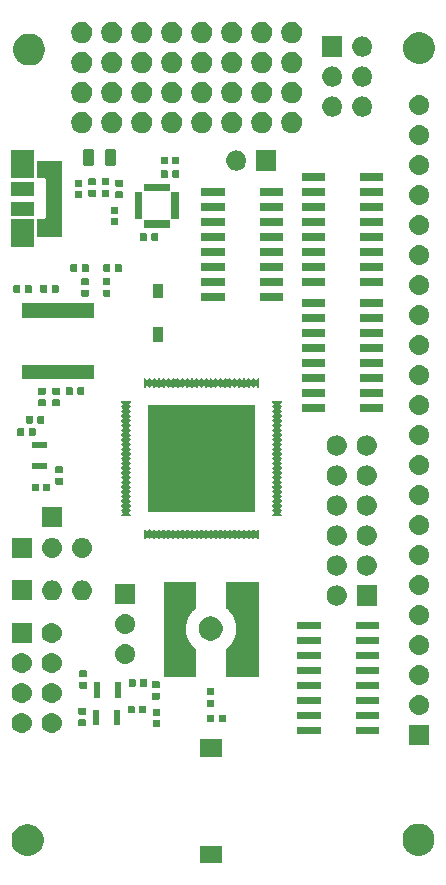
<source format=gbr>
%TF.GenerationSoftware,KiCad,Pcbnew,(5.0.2)-1*%
%TF.CreationDate,2021-01-27T11:46:28-08:00*%
%TF.ProjectId,scum3c-devboard,7363756d-3363-42d6-9465-76626f617264,rev?*%
%TF.SameCoordinates,Original*%
%TF.FileFunction,Soldermask,Top*%
%TF.FilePolarity,Negative*%
%FSLAX46Y46*%
G04 Gerber Fmt 4.6, Leading zero omitted, Abs format (unit mm)*
G04 Created by KiCad (PCBNEW (5.0.2)-1) date 1/27/2021 11:46:28 AM*
%MOMM*%
%LPD*%
G01*
G04 APERTURE LIST*
%ADD10C,0.010000*%
%ADD11C,0.100000*%
G04 APERTURE END LIST*
D10*
%TO.C,J1*%
G36*
X211131000Y-115400000D02*
X208491000Y-115400000D01*
X208491000Y-123360000D01*
X211131000Y-123360000D01*
X211131000Y-121100000D01*
X211089930Y-121066763D01*
X211041011Y-121024983D01*
X210993329Y-120981798D01*
X210946923Y-120937244D01*
X210901832Y-120891359D01*
X210858095Y-120844183D01*
X210815749Y-120795754D01*
X210774829Y-120746114D01*
X210735370Y-120695305D01*
X210697405Y-120643370D01*
X210660967Y-120590352D01*
X210626087Y-120536297D01*
X210592793Y-120481251D01*
X210561115Y-120425259D01*
X210531078Y-120368370D01*
X210502709Y-120310632D01*
X210476031Y-120252092D01*
X210451067Y-120192802D01*
X210427838Y-120132810D01*
X210406364Y-120072168D01*
X210386662Y-120010928D01*
X210368750Y-119949140D01*
X210352643Y-119886857D01*
X210338354Y-119824133D01*
X210325895Y-119761019D01*
X210315277Y-119697570D01*
X210306509Y-119633838D01*
X210299599Y-119569879D01*
X210294551Y-119505745D01*
X210291000Y-119430000D01*
X210291985Y-119351718D01*
X210294994Y-119282801D01*
X210300006Y-119214001D01*
X210307017Y-119145376D01*
X210316021Y-119076984D01*
X210327010Y-119008883D01*
X210339976Y-118941130D01*
X210354906Y-118873783D01*
X210371789Y-118806898D01*
X210390610Y-118740533D01*
X210411354Y-118674744D01*
X210434002Y-118609585D01*
X210458535Y-118545113D01*
X210484934Y-118481382D01*
X210513175Y-118418445D01*
X210543234Y-118356357D01*
X210575086Y-118295169D01*
X210608705Y-118234933D01*
X210644061Y-118175701D01*
X210681126Y-118117522D01*
X210719866Y-118060445D01*
X210760250Y-118004520D01*
X210802244Y-117949792D01*
X210845812Y-117896310D01*
X210890917Y-117844117D01*
X210937520Y-117793257D01*
X210985584Y-117743775D01*
X211035066Y-117695712D01*
X211085925Y-117649108D01*
X211131000Y-117610000D01*
X211131000Y-115400000D01*
X211131000Y-115400000D01*
G37*
X211131000Y-115400000D02*
X208491000Y-115400000D01*
X208491000Y-123360000D01*
X211131000Y-123360000D01*
X211131000Y-121100000D01*
X211089930Y-121066763D01*
X211041011Y-121024983D01*
X210993329Y-120981798D01*
X210946923Y-120937244D01*
X210901832Y-120891359D01*
X210858095Y-120844183D01*
X210815749Y-120795754D01*
X210774829Y-120746114D01*
X210735370Y-120695305D01*
X210697405Y-120643370D01*
X210660967Y-120590352D01*
X210626087Y-120536297D01*
X210592793Y-120481251D01*
X210561115Y-120425259D01*
X210531078Y-120368370D01*
X210502709Y-120310632D01*
X210476031Y-120252092D01*
X210451067Y-120192802D01*
X210427838Y-120132810D01*
X210406364Y-120072168D01*
X210386662Y-120010928D01*
X210368750Y-119949140D01*
X210352643Y-119886857D01*
X210338354Y-119824133D01*
X210325895Y-119761019D01*
X210315277Y-119697570D01*
X210306509Y-119633838D01*
X210299599Y-119569879D01*
X210294551Y-119505745D01*
X210291000Y-119430000D01*
X210291985Y-119351718D01*
X210294994Y-119282801D01*
X210300006Y-119214001D01*
X210307017Y-119145376D01*
X210316021Y-119076984D01*
X210327010Y-119008883D01*
X210339976Y-118941130D01*
X210354906Y-118873783D01*
X210371789Y-118806898D01*
X210390610Y-118740533D01*
X210411354Y-118674744D01*
X210434002Y-118609585D01*
X210458535Y-118545113D01*
X210484934Y-118481382D01*
X210513175Y-118418445D01*
X210543234Y-118356357D01*
X210575086Y-118295169D01*
X210608705Y-118234933D01*
X210644061Y-118175701D01*
X210681126Y-118117522D01*
X210719866Y-118060445D01*
X210760250Y-118004520D01*
X210802244Y-117949792D01*
X210845812Y-117896310D01*
X210890917Y-117844117D01*
X210937520Y-117793257D01*
X210985584Y-117743775D01*
X211035066Y-117695712D01*
X211085925Y-117649108D01*
X211131000Y-117610000D01*
X211131000Y-115400000D01*
G36*
X213811000Y-115400000D02*
X216451000Y-115400000D01*
X216451000Y-123360000D01*
X213811000Y-123360000D01*
X213811000Y-121100000D01*
X213862494Y-121057068D01*
X213911830Y-121013419D01*
X213959876Y-120968354D01*
X214006591Y-120921910D01*
X214051935Y-120874127D01*
X214095871Y-120825046D01*
X214138360Y-120774707D01*
X214179367Y-120723154D01*
X214218858Y-120670430D01*
X214256798Y-120616580D01*
X214293156Y-120561649D01*
X214327901Y-120505684D01*
X214361003Y-120448732D01*
X214392435Y-120390841D01*
X214422170Y-120332061D01*
X214450183Y-120272440D01*
X214476450Y-120212030D01*
X214500949Y-120150882D01*
X214523659Y-120089047D01*
X214544561Y-120026578D01*
X214563637Y-119963527D01*
X214580872Y-119899948D01*
X214596249Y-119835895D01*
X214609758Y-119771421D01*
X214621385Y-119706582D01*
X214631122Y-119641432D01*
X214638960Y-119576027D01*
X214644892Y-119510421D01*
X214648913Y-119444670D01*
X214651000Y-119380000D01*
X214650073Y-119328276D01*
X214647132Y-119260917D01*
X214642233Y-119193671D01*
X214635380Y-119126596D01*
X214626579Y-119059749D01*
X214615838Y-118993187D01*
X214603166Y-118926964D01*
X214588573Y-118861139D01*
X214572071Y-118795765D01*
X214553675Y-118730900D01*
X214533401Y-118666596D01*
X214511264Y-118602910D01*
X214487285Y-118539895D01*
X214461483Y-118477603D01*
X214433880Y-118416088D01*
X214404500Y-118355403D01*
X214373367Y-118295597D01*
X214340508Y-118236722D01*
X214305950Y-118178828D01*
X214269723Y-118121963D01*
X214231858Y-118066176D01*
X214192386Y-118011514D01*
X214151341Y-117958023D01*
X214108758Y-117905749D01*
X214064672Y-117854735D01*
X214019121Y-117805025D01*
X213972144Y-117756661D01*
X213923780Y-117709683D01*
X213874069Y-117664132D01*
X213811000Y-117610000D01*
X213811000Y-115400000D01*
X213811000Y-115400000D01*
G37*
X213811000Y-115400000D02*
X216451000Y-115400000D01*
X216451000Y-123360000D01*
X213811000Y-123360000D01*
X213811000Y-121100000D01*
X213862494Y-121057068D01*
X213911830Y-121013419D01*
X213959876Y-120968354D01*
X214006591Y-120921910D01*
X214051935Y-120874127D01*
X214095871Y-120825046D01*
X214138360Y-120774707D01*
X214179367Y-120723154D01*
X214218858Y-120670430D01*
X214256798Y-120616580D01*
X214293156Y-120561649D01*
X214327901Y-120505684D01*
X214361003Y-120448732D01*
X214392435Y-120390841D01*
X214422170Y-120332061D01*
X214450183Y-120272440D01*
X214476450Y-120212030D01*
X214500949Y-120150882D01*
X214523659Y-120089047D01*
X214544561Y-120026578D01*
X214563637Y-119963527D01*
X214580872Y-119899948D01*
X214596249Y-119835895D01*
X214609758Y-119771421D01*
X214621385Y-119706582D01*
X214631122Y-119641432D01*
X214638960Y-119576027D01*
X214644892Y-119510421D01*
X214648913Y-119444670D01*
X214651000Y-119380000D01*
X214650073Y-119328276D01*
X214647132Y-119260917D01*
X214642233Y-119193671D01*
X214635380Y-119126596D01*
X214626579Y-119059749D01*
X214615838Y-118993187D01*
X214603166Y-118926964D01*
X214588573Y-118861139D01*
X214572071Y-118795765D01*
X214553675Y-118730900D01*
X214533401Y-118666596D01*
X214511264Y-118602910D01*
X214487285Y-118539895D01*
X214461483Y-118477603D01*
X214433880Y-118416088D01*
X214404500Y-118355403D01*
X214373367Y-118295597D01*
X214340508Y-118236722D01*
X214305950Y-118178828D01*
X214269723Y-118121963D01*
X214231858Y-118066176D01*
X214192386Y-118011514D01*
X214151341Y-117958023D01*
X214108758Y-117905749D01*
X214064672Y-117854735D01*
X214019121Y-117805025D01*
X213972144Y-117756661D01*
X213923780Y-117709683D01*
X213874069Y-117664132D01*
X213811000Y-117610000D01*
X213811000Y-115400000D01*
D11*
G36*
X213396400Y-139260400D02*
X211596400Y-139260400D01*
X211596400Y-137760400D01*
X213396400Y-137760400D01*
X213396400Y-139260400D01*
X213396400Y-139260400D01*
G37*
G36*
X197370778Y-135988879D02*
X197616466Y-136090646D01*
X197837578Y-136238389D01*
X198025611Y-136426422D01*
X198173354Y-136647534D01*
X198275121Y-136893222D01*
X198327000Y-137154035D01*
X198327000Y-137419965D01*
X198275121Y-137680778D01*
X198173354Y-137926466D01*
X198025611Y-138147578D01*
X197837578Y-138335611D01*
X197616466Y-138483354D01*
X197370778Y-138585121D01*
X197109965Y-138637000D01*
X196844035Y-138637000D01*
X196583222Y-138585121D01*
X196337534Y-138483354D01*
X196116422Y-138335611D01*
X195928389Y-138147578D01*
X195780646Y-137926466D01*
X195678879Y-137680778D01*
X195627000Y-137419965D01*
X195627000Y-137154035D01*
X195678879Y-136893222D01*
X195780646Y-136647534D01*
X195928389Y-136426422D01*
X196116422Y-136238389D01*
X196337534Y-136090646D01*
X196583222Y-135988879D01*
X196844035Y-135937000D01*
X197109965Y-135937000D01*
X197370778Y-135988879D01*
X197370778Y-135988879D01*
G37*
G36*
X230461898Y-135954389D02*
X230707586Y-136056156D01*
X230928698Y-136203899D01*
X231116731Y-136391932D01*
X231264474Y-136613044D01*
X231366241Y-136858732D01*
X231418120Y-137119545D01*
X231418120Y-137385475D01*
X231366241Y-137646288D01*
X231264474Y-137891976D01*
X231116731Y-138113088D01*
X230928698Y-138301121D01*
X230707586Y-138448864D01*
X230461898Y-138550631D01*
X230201085Y-138602510D01*
X229935155Y-138602510D01*
X229674342Y-138550631D01*
X229428654Y-138448864D01*
X229207542Y-138301121D01*
X229019509Y-138113088D01*
X228871766Y-137891976D01*
X228769999Y-137646288D01*
X228718120Y-137385475D01*
X228718120Y-137119545D01*
X228769999Y-136858732D01*
X228871766Y-136613044D01*
X229019509Y-136391932D01*
X229207542Y-136203899D01*
X229428654Y-136056156D01*
X229674342Y-135954389D01*
X229935155Y-135902510D01*
X230201085Y-135902510D01*
X230461898Y-135954389D01*
X230461898Y-135954389D01*
G37*
G36*
X213396400Y-130260400D02*
X211596400Y-130260400D01*
X211596400Y-128760400D01*
X213396400Y-128760400D01*
X213396400Y-130260400D01*
X213396400Y-130260400D01*
G37*
G36*
X230974000Y-129247000D02*
X229274000Y-129247000D01*
X229274000Y-127547000D01*
X230974000Y-127547000D01*
X230974000Y-129247000D01*
X230974000Y-129247000D01*
G37*
G36*
X226726000Y-128316000D02*
X224756000Y-128316000D01*
X224756000Y-127716000D01*
X226726000Y-127716000D01*
X226726000Y-128316000D01*
X226726000Y-128316000D01*
G37*
G36*
X221776000Y-128316000D02*
X219806000Y-128316000D01*
X219806000Y-127716000D01*
X221776000Y-127716000D01*
X221776000Y-128316000D01*
X221776000Y-128316000D01*
G37*
G36*
X196635630Y-126543299D02*
X196795855Y-126591903D01*
X196943520Y-126670831D01*
X197072949Y-126777051D01*
X197179169Y-126906480D01*
X197258097Y-127054145D01*
X197306701Y-127214370D01*
X197323112Y-127381000D01*
X197306701Y-127547630D01*
X197258097Y-127707855D01*
X197179169Y-127855520D01*
X197072949Y-127984949D01*
X196943520Y-128091169D01*
X196795855Y-128170097D01*
X196635630Y-128218701D01*
X196510752Y-128231000D01*
X196427248Y-128231000D01*
X196302370Y-128218701D01*
X196142145Y-128170097D01*
X195994480Y-128091169D01*
X195865051Y-127984949D01*
X195758831Y-127855520D01*
X195679903Y-127707855D01*
X195631299Y-127547630D01*
X195614888Y-127381000D01*
X195631299Y-127214370D01*
X195679903Y-127054145D01*
X195758831Y-126906480D01*
X195865051Y-126777051D01*
X195994480Y-126670831D01*
X196142145Y-126591903D01*
X196302370Y-126543299D01*
X196427248Y-126531000D01*
X196510752Y-126531000D01*
X196635630Y-126543299D01*
X196635630Y-126543299D01*
G37*
G36*
X199175630Y-126543299D02*
X199335855Y-126591903D01*
X199483520Y-126670831D01*
X199612949Y-126777051D01*
X199719169Y-126906480D01*
X199798097Y-127054145D01*
X199846701Y-127214370D01*
X199863112Y-127381000D01*
X199846701Y-127547630D01*
X199798097Y-127707855D01*
X199719169Y-127855520D01*
X199612949Y-127984949D01*
X199483520Y-128091169D01*
X199335855Y-128170097D01*
X199175630Y-128218701D01*
X199050752Y-128231000D01*
X198967248Y-128231000D01*
X198842370Y-128218701D01*
X198682145Y-128170097D01*
X198534480Y-128091169D01*
X198405051Y-127984949D01*
X198298831Y-127855520D01*
X198219903Y-127707855D01*
X198171299Y-127547630D01*
X198154888Y-127381000D01*
X198171299Y-127214370D01*
X198219903Y-127054145D01*
X198298831Y-126906480D01*
X198405051Y-126777051D01*
X198534480Y-126670831D01*
X198682145Y-126591903D01*
X198842370Y-126543299D01*
X198967248Y-126531000D01*
X199050752Y-126531000D01*
X199175630Y-126543299D01*
X199175630Y-126543299D01*
G37*
G36*
X208123017Y-127143390D02*
X208138852Y-127148194D01*
X208153440Y-127155991D01*
X208166230Y-127166488D01*
X208176727Y-127179278D01*
X208184524Y-127193866D01*
X208189328Y-127209701D01*
X208191554Y-127232304D01*
X208191554Y-127640024D01*
X208189328Y-127662627D01*
X208184524Y-127678462D01*
X208176727Y-127693050D01*
X208166230Y-127705840D01*
X208153440Y-127716337D01*
X208138852Y-127724134D01*
X208123017Y-127728938D01*
X208100414Y-127731164D01*
X207642694Y-127731164D01*
X207620091Y-127728938D01*
X207604256Y-127724134D01*
X207589668Y-127716337D01*
X207576878Y-127705840D01*
X207566381Y-127693050D01*
X207558584Y-127678462D01*
X207553780Y-127662627D01*
X207551554Y-127640024D01*
X207551554Y-127232304D01*
X207553780Y-127209701D01*
X207558584Y-127193866D01*
X207566381Y-127179278D01*
X207576878Y-127166488D01*
X207589668Y-127155991D01*
X207604256Y-127148194D01*
X207620091Y-127143390D01*
X207642694Y-127141164D01*
X208100414Y-127141164D01*
X208123017Y-127143390D01*
X208123017Y-127143390D01*
G37*
G36*
X201844137Y-127065226D02*
X201859972Y-127070030D01*
X201874560Y-127077827D01*
X201887350Y-127088324D01*
X201897847Y-127101114D01*
X201905644Y-127115702D01*
X201910448Y-127131537D01*
X201912674Y-127154140D01*
X201912674Y-127561860D01*
X201910448Y-127584463D01*
X201905644Y-127600298D01*
X201897847Y-127614886D01*
X201887350Y-127627676D01*
X201874560Y-127638173D01*
X201859972Y-127645970D01*
X201844137Y-127650774D01*
X201821534Y-127653000D01*
X201363814Y-127653000D01*
X201341211Y-127650774D01*
X201325376Y-127645970D01*
X201310788Y-127638173D01*
X201297998Y-127627676D01*
X201287501Y-127614886D01*
X201279704Y-127600298D01*
X201274900Y-127584463D01*
X201272674Y-127561860D01*
X201272674Y-127154140D01*
X201274900Y-127131537D01*
X201279704Y-127115702D01*
X201287501Y-127101114D01*
X201297998Y-127088324D01*
X201310788Y-127077827D01*
X201325376Y-127070030D01*
X201341211Y-127065226D01*
X201363814Y-127063000D01*
X201821534Y-127063000D01*
X201844137Y-127065226D01*
X201844137Y-127065226D01*
G37*
G36*
X204781553Y-127557163D02*
X204281553Y-127557163D01*
X204281553Y-126257163D01*
X204781553Y-126257163D01*
X204781553Y-127557163D01*
X204781553Y-127557163D01*
G37*
G36*
X202981553Y-127557163D02*
X202481553Y-127557163D01*
X202481553Y-126257163D01*
X202981553Y-126257163D01*
X202981553Y-127557163D01*
X202981553Y-127557163D01*
G37*
G36*
X212720463Y-126682226D02*
X212736298Y-126687030D01*
X212750886Y-126694827D01*
X212763676Y-126705324D01*
X212774173Y-126718114D01*
X212781970Y-126732702D01*
X212786774Y-126748537D01*
X212789000Y-126771140D01*
X212789000Y-127228860D01*
X212786774Y-127251463D01*
X212781970Y-127267298D01*
X212774173Y-127281886D01*
X212763676Y-127294676D01*
X212750886Y-127305173D01*
X212736298Y-127312970D01*
X212720463Y-127317774D01*
X212697860Y-127320000D01*
X212290140Y-127320000D01*
X212267537Y-127317774D01*
X212251702Y-127312970D01*
X212237114Y-127305173D01*
X212224324Y-127294676D01*
X212213827Y-127281886D01*
X212206030Y-127267298D01*
X212201226Y-127251463D01*
X212199000Y-127228860D01*
X212199000Y-126771140D01*
X212201226Y-126748537D01*
X212206030Y-126732702D01*
X212213827Y-126718114D01*
X212224324Y-126705324D01*
X212237114Y-126694827D01*
X212251702Y-126687030D01*
X212267537Y-126682226D01*
X212290140Y-126680000D01*
X212697860Y-126680000D01*
X212720463Y-126682226D01*
X212720463Y-126682226D01*
G37*
G36*
X213690463Y-126682226D02*
X213706298Y-126687030D01*
X213720886Y-126694827D01*
X213733676Y-126705324D01*
X213744173Y-126718114D01*
X213751970Y-126732702D01*
X213756774Y-126748537D01*
X213759000Y-126771140D01*
X213759000Y-127228860D01*
X213756774Y-127251463D01*
X213751970Y-127267298D01*
X213744173Y-127281886D01*
X213733676Y-127294676D01*
X213720886Y-127305173D01*
X213706298Y-127312970D01*
X213690463Y-127317774D01*
X213667860Y-127320000D01*
X213260140Y-127320000D01*
X213237537Y-127317774D01*
X213221702Y-127312970D01*
X213207114Y-127305173D01*
X213194324Y-127294676D01*
X213183827Y-127281886D01*
X213176030Y-127267298D01*
X213171226Y-127251463D01*
X213169000Y-127228860D01*
X213169000Y-126771140D01*
X213171226Y-126748537D01*
X213176030Y-126732702D01*
X213183827Y-126718114D01*
X213194324Y-126705324D01*
X213207114Y-126694827D01*
X213221702Y-126687030D01*
X213237537Y-126682226D01*
X213260140Y-126680000D01*
X213667860Y-126680000D01*
X213690463Y-126682226D01*
X213690463Y-126682226D01*
G37*
G36*
X221776000Y-127046000D02*
X219806000Y-127046000D01*
X219806000Y-126446000D01*
X221776000Y-126446000D01*
X221776000Y-127046000D01*
X221776000Y-127046000D01*
G37*
G36*
X226726000Y-127046000D02*
X224756000Y-127046000D01*
X224756000Y-126446000D01*
X226726000Y-126446000D01*
X226726000Y-127046000D01*
X226726000Y-127046000D01*
G37*
G36*
X208123017Y-126173390D02*
X208138852Y-126178194D01*
X208153440Y-126185991D01*
X208166230Y-126196488D01*
X208176727Y-126209278D01*
X208184524Y-126223866D01*
X208189328Y-126239701D01*
X208191554Y-126262304D01*
X208191554Y-126670024D01*
X208189328Y-126692627D01*
X208184524Y-126708462D01*
X208176727Y-126723050D01*
X208166230Y-126735840D01*
X208153440Y-126746337D01*
X208138852Y-126754134D01*
X208123017Y-126758938D01*
X208100414Y-126761164D01*
X207642694Y-126761164D01*
X207620091Y-126758938D01*
X207604256Y-126754134D01*
X207589668Y-126746337D01*
X207576878Y-126735840D01*
X207566381Y-126723050D01*
X207558584Y-126708462D01*
X207553780Y-126692627D01*
X207551554Y-126670024D01*
X207551554Y-126262304D01*
X207553780Y-126239701D01*
X207558584Y-126223866D01*
X207566381Y-126209278D01*
X207576878Y-126196488D01*
X207589668Y-126185991D01*
X207604256Y-126178194D01*
X207620091Y-126173390D01*
X207642694Y-126171164D01*
X208100414Y-126171164D01*
X208123017Y-126173390D01*
X208123017Y-126173390D01*
G37*
G36*
X230290630Y-125019299D02*
X230450855Y-125067903D01*
X230598520Y-125146831D01*
X230727949Y-125253051D01*
X230834169Y-125382480D01*
X230913097Y-125530145D01*
X230961701Y-125690370D01*
X230978112Y-125857000D01*
X230961701Y-126023630D01*
X230913097Y-126183855D01*
X230834169Y-126331520D01*
X230727949Y-126460949D01*
X230598520Y-126567169D01*
X230450855Y-126646097D01*
X230290630Y-126694701D01*
X230165752Y-126707000D01*
X230082248Y-126707000D01*
X229957370Y-126694701D01*
X229797145Y-126646097D01*
X229649480Y-126567169D01*
X229520051Y-126460949D01*
X229413831Y-126331520D01*
X229334903Y-126183855D01*
X229286299Y-126023630D01*
X229269888Y-125857000D01*
X229286299Y-125690370D01*
X229334903Y-125530145D01*
X229413831Y-125382480D01*
X229520051Y-125253051D01*
X229649480Y-125146831D01*
X229797145Y-125067903D01*
X229957370Y-125019299D01*
X230082248Y-125007000D01*
X230165752Y-125007000D01*
X230290630Y-125019299D01*
X230290630Y-125019299D01*
G37*
G36*
X201844137Y-126095226D02*
X201859972Y-126100030D01*
X201874560Y-126107827D01*
X201887350Y-126118324D01*
X201897847Y-126131114D01*
X201905644Y-126145702D01*
X201910448Y-126161537D01*
X201912674Y-126184140D01*
X201912674Y-126591860D01*
X201910448Y-126614463D01*
X201905644Y-126630298D01*
X201897847Y-126644886D01*
X201887350Y-126657676D01*
X201874560Y-126668173D01*
X201859972Y-126675970D01*
X201844137Y-126680774D01*
X201821534Y-126683000D01*
X201363814Y-126683000D01*
X201341211Y-126680774D01*
X201325376Y-126675970D01*
X201310788Y-126668173D01*
X201297998Y-126657676D01*
X201287501Y-126644886D01*
X201279704Y-126630298D01*
X201274900Y-126614463D01*
X201272674Y-126591860D01*
X201272674Y-126184140D01*
X201274900Y-126161537D01*
X201279704Y-126145702D01*
X201287501Y-126131114D01*
X201297998Y-126118324D01*
X201310788Y-126107827D01*
X201325376Y-126100030D01*
X201341211Y-126095226D01*
X201363814Y-126093000D01*
X201821534Y-126093000D01*
X201844137Y-126095226D01*
X201844137Y-126095226D01*
G37*
G36*
X205962017Y-125920226D02*
X205977852Y-125925030D01*
X205992440Y-125932827D01*
X206005230Y-125943324D01*
X206015727Y-125956114D01*
X206023524Y-125970702D01*
X206028328Y-125986537D01*
X206030554Y-126009140D01*
X206030554Y-126466860D01*
X206028328Y-126489463D01*
X206023524Y-126505298D01*
X206015727Y-126519886D01*
X206005230Y-126532676D01*
X205992440Y-126543173D01*
X205977852Y-126550970D01*
X205962017Y-126555774D01*
X205939414Y-126558000D01*
X205531694Y-126558000D01*
X205509091Y-126555774D01*
X205493256Y-126550970D01*
X205478668Y-126543173D01*
X205465878Y-126532676D01*
X205455381Y-126519886D01*
X205447584Y-126505298D01*
X205442780Y-126489463D01*
X205440554Y-126466860D01*
X205440554Y-126009140D01*
X205442780Y-125986537D01*
X205447584Y-125970702D01*
X205455381Y-125956114D01*
X205465878Y-125943324D01*
X205478668Y-125932827D01*
X205493256Y-125925030D01*
X205509091Y-125920226D01*
X205531694Y-125918000D01*
X205939414Y-125918000D01*
X205962017Y-125920226D01*
X205962017Y-125920226D01*
G37*
G36*
X206932017Y-125920226D02*
X206947852Y-125925030D01*
X206962440Y-125932827D01*
X206975230Y-125943324D01*
X206985727Y-125956114D01*
X206993524Y-125970702D01*
X206998328Y-125986537D01*
X207000554Y-126009140D01*
X207000554Y-126466860D01*
X206998328Y-126489463D01*
X206993524Y-126505298D01*
X206985727Y-126519886D01*
X206975230Y-126532676D01*
X206962440Y-126543173D01*
X206947852Y-126550970D01*
X206932017Y-126555774D01*
X206909414Y-126558000D01*
X206501694Y-126558000D01*
X206479091Y-126555774D01*
X206463256Y-126550970D01*
X206448668Y-126543173D01*
X206435878Y-126532676D01*
X206425381Y-126519886D01*
X206417584Y-126505298D01*
X206412780Y-126489463D01*
X206410554Y-126466860D01*
X206410554Y-126009140D01*
X206412780Y-125986537D01*
X206417584Y-125970702D01*
X206425381Y-125956114D01*
X206435878Y-125943324D01*
X206448668Y-125932827D01*
X206463256Y-125925030D01*
X206479091Y-125920226D01*
X206501694Y-125918000D01*
X206909414Y-125918000D01*
X206932017Y-125920226D01*
X206932017Y-125920226D01*
G37*
G36*
X212722463Y-125414226D02*
X212738298Y-125419030D01*
X212752886Y-125426827D01*
X212765676Y-125437324D01*
X212776173Y-125450114D01*
X212783970Y-125464702D01*
X212788774Y-125480537D01*
X212791000Y-125503140D01*
X212791000Y-125910860D01*
X212788774Y-125933463D01*
X212783970Y-125949298D01*
X212776173Y-125963886D01*
X212765676Y-125976676D01*
X212752886Y-125987173D01*
X212738298Y-125994970D01*
X212722463Y-125999774D01*
X212699860Y-126002000D01*
X212242140Y-126002000D01*
X212219537Y-125999774D01*
X212203702Y-125994970D01*
X212189114Y-125987173D01*
X212176324Y-125976676D01*
X212165827Y-125963886D01*
X212158030Y-125949298D01*
X212153226Y-125933463D01*
X212151000Y-125910860D01*
X212151000Y-125503140D01*
X212153226Y-125480537D01*
X212158030Y-125464702D01*
X212165827Y-125450114D01*
X212176324Y-125437324D01*
X212189114Y-125426827D01*
X212203702Y-125419030D01*
X212219537Y-125414226D01*
X212242140Y-125412000D01*
X212699860Y-125412000D01*
X212722463Y-125414226D01*
X212722463Y-125414226D01*
G37*
G36*
X226726000Y-125776000D02*
X224756000Y-125776000D01*
X224756000Y-125176000D01*
X226726000Y-125176000D01*
X226726000Y-125776000D01*
X226726000Y-125776000D01*
G37*
G36*
X221776000Y-125776000D02*
X219806000Y-125776000D01*
X219806000Y-125176000D01*
X221776000Y-125176000D01*
X221776000Y-125776000D01*
X221776000Y-125776000D01*
G37*
G36*
X199175630Y-124003299D02*
X199335855Y-124051903D01*
X199483520Y-124130831D01*
X199612949Y-124237051D01*
X199719169Y-124366480D01*
X199798097Y-124514145D01*
X199846701Y-124674370D01*
X199863112Y-124841000D01*
X199846701Y-125007630D01*
X199798097Y-125167855D01*
X199719169Y-125315520D01*
X199612949Y-125444949D01*
X199483520Y-125551169D01*
X199335855Y-125630097D01*
X199175630Y-125678701D01*
X199050752Y-125691000D01*
X198967248Y-125691000D01*
X198842370Y-125678701D01*
X198682145Y-125630097D01*
X198534480Y-125551169D01*
X198405051Y-125444949D01*
X198298831Y-125315520D01*
X198219903Y-125167855D01*
X198171299Y-125007630D01*
X198154888Y-124841000D01*
X198171299Y-124674370D01*
X198219903Y-124514145D01*
X198298831Y-124366480D01*
X198405051Y-124237051D01*
X198534480Y-124130831D01*
X198682145Y-124051903D01*
X198842370Y-124003299D01*
X198967248Y-123991000D01*
X199050752Y-123991000D01*
X199175630Y-124003299D01*
X199175630Y-124003299D01*
G37*
G36*
X196635630Y-124003299D02*
X196795855Y-124051903D01*
X196943520Y-124130831D01*
X197072949Y-124237051D01*
X197179169Y-124366480D01*
X197258097Y-124514145D01*
X197306701Y-124674370D01*
X197323112Y-124841000D01*
X197306701Y-125007630D01*
X197258097Y-125167855D01*
X197179169Y-125315520D01*
X197072949Y-125444949D01*
X196943520Y-125551169D01*
X196795855Y-125630097D01*
X196635630Y-125678701D01*
X196510752Y-125691000D01*
X196427248Y-125691000D01*
X196302370Y-125678701D01*
X196142145Y-125630097D01*
X195994480Y-125551169D01*
X195865051Y-125444949D01*
X195758831Y-125315520D01*
X195679903Y-125167855D01*
X195631299Y-125007630D01*
X195614888Y-124841000D01*
X195631299Y-124674370D01*
X195679903Y-124514145D01*
X195758831Y-124366480D01*
X195865051Y-124237051D01*
X195994480Y-124130831D01*
X196142145Y-124051903D01*
X196302370Y-124003299D01*
X196427248Y-123991000D01*
X196510752Y-123991000D01*
X196635630Y-124003299D01*
X196635630Y-124003299D01*
G37*
G36*
X208079343Y-124813716D02*
X208095178Y-124818520D01*
X208109766Y-124826317D01*
X208122556Y-124836814D01*
X208133053Y-124849604D01*
X208140850Y-124864192D01*
X208145654Y-124880027D01*
X208147880Y-124902630D01*
X208147880Y-125310350D01*
X208145654Y-125332953D01*
X208140850Y-125348788D01*
X208133053Y-125363376D01*
X208122556Y-125376166D01*
X208109766Y-125386663D01*
X208095178Y-125394460D01*
X208079343Y-125399264D01*
X208056740Y-125401490D01*
X207599020Y-125401490D01*
X207576417Y-125399264D01*
X207560582Y-125394460D01*
X207545994Y-125386663D01*
X207533204Y-125376166D01*
X207522707Y-125363376D01*
X207514910Y-125348788D01*
X207510106Y-125332953D01*
X207507880Y-125310350D01*
X207507880Y-124902630D01*
X207510106Y-124880027D01*
X207514910Y-124864192D01*
X207522707Y-124849604D01*
X207533204Y-124836814D01*
X207545994Y-124826317D01*
X207560582Y-124818520D01*
X207576417Y-124813716D01*
X207599020Y-124811490D01*
X208056740Y-124811490D01*
X208079343Y-124813716D01*
X208079343Y-124813716D01*
G37*
G36*
X204887879Y-125227489D02*
X204387879Y-125227489D01*
X204387879Y-123927489D01*
X204887879Y-123927489D01*
X204887879Y-125227489D01*
X204887879Y-125227489D01*
G37*
G36*
X203087879Y-125227489D02*
X202587879Y-125227489D01*
X202587879Y-123927489D01*
X203087879Y-123927489D01*
X203087879Y-125227489D01*
X203087879Y-125227489D01*
G37*
G36*
X212722463Y-124444226D02*
X212738298Y-124449030D01*
X212752886Y-124456827D01*
X212765676Y-124467324D01*
X212776173Y-124480114D01*
X212783970Y-124494702D01*
X212788774Y-124510537D01*
X212791000Y-124533140D01*
X212791000Y-124940860D01*
X212788774Y-124963463D01*
X212783970Y-124979298D01*
X212776173Y-124993886D01*
X212765676Y-125006676D01*
X212752886Y-125017173D01*
X212738298Y-125024970D01*
X212722463Y-125029774D01*
X212699860Y-125032000D01*
X212242140Y-125032000D01*
X212219537Y-125029774D01*
X212203702Y-125024970D01*
X212189114Y-125017173D01*
X212176324Y-125006676D01*
X212165827Y-124993886D01*
X212158030Y-124979298D01*
X212153226Y-124963463D01*
X212151000Y-124940860D01*
X212151000Y-124533140D01*
X212153226Y-124510537D01*
X212158030Y-124494702D01*
X212165827Y-124480114D01*
X212176324Y-124467324D01*
X212189114Y-124456827D01*
X212203702Y-124449030D01*
X212219537Y-124444226D01*
X212242140Y-124442000D01*
X212699860Y-124442000D01*
X212722463Y-124444226D01*
X212722463Y-124444226D01*
G37*
G36*
X226726000Y-124506000D02*
X224756000Y-124506000D01*
X224756000Y-123906000D01*
X226726000Y-123906000D01*
X226726000Y-124506000D01*
X226726000Y-124506000D01*
G37*
G36*
X221776000Y-124506000D02*
X219806000Y-124506000D01*
X219806000Y-123906000D01*
X221776000Y-123906000D01*
X221776000Y-124506000D01*
X221776000Y-124506000D01*
G37*
G36*
X201927463Y-123890226D02*
X201943298Y-123895030D01*
X201957886Y-123902827D01*
X201970676Y-123913324D01*
X201981173Y-123926114D01*
X201988970Y-123940702D01*
X201993774Y-123956537D01*
X201996000Y-123979140D01*
X201996000Y-124386860D01*
X201993774Y-124409463D01*
X201988970Y-124425298D01*
X201981173Y-124439886D01*
X201970676Y-124452676D01*
X201957886Y-124463173D01*
X201943298Y-124470970D01*
X201927463Y-124475774D01*
X201904860Y-124478000D01*
X201447140Y-124478000D01*
X201424537Y-124475774D01*
X201408702Y-124470970D01*
X201394114Y-124463173D01*
X201381324Y-124452676D01*
X201370827Y-124439886D01*
X201363030Y-124425298D01*
X201358226Y-124409463D01*
X201356000Y-124386860D01*
X201356000Y-123979140D01*
X201358226Y-123956537D01*
X201363030Y-123940702D01*
X201370827Y-123926114D01*
X201381324Y-123913324D01*
X201394114Y-123902827D01*
X201408702Y-123895030D01*
X201424537Y-123890226D01*
X201447140Y-123888000D01*
X201904860Y-123888000D01*
X201927463Y-123890226D01*
X201927463Y-123890226D01*
G37*
G36*
X208079343Y-123843716D02*
X208095178Y-123848520D01*
X208109766Y-123856317D01*
X208122556Y-123866814D01*
X208133053Y-123879604D01*
X208140850Y-123894192D01*
X208145654Y-123910027D01*
X208147880Y-123932630D01*
X208147880Y-124340350D01*
X208145654Y-124362953D01*
X208140850Y-124378788D01*
X208133053Y-124393376D01*
X208122556Y-124406166D01*
X208109766Y-124416663D01*
X208095178Y-124424460D01*
X208079343Y-124429264D01*
X208056740Y-124431490D01*
X207599020Y-124431490D01*
X207576417Y-124429264D01*
X207560582Y-124424460D01*
X207545994Y-124416663D01*
X207533204Y-124406166D01*
X207522707Y-124393376D01*
X207514910Y-124378788D01*
X207510106Y-124362953D01*
X207507880Y-124340350D01*
X207507880Y-123932630D01*
X207510106Y-123910027D01*
X207514910Y-123894192D01*
X207522707Y-123879604D01*
X207533204Y-123866814D01*
X207545994Y-123856317D01*
X207560582Y-123848520D01*
X207576417Y-123843716D01*
X207599020Y-123841490D01*
X208056740Y-123841490D01*
X208079343Y-123843716D01*
X208079343Y-123843716D01*
G37*
G36*
X207015343Y-123668716D02*
X207031178Y-123673520D01*
X207045766Y-123681317D01*
X207058556Y-123691814D01*
X207069053Y-123704604D01*
X207076850Y-123719192D01*
X207081654Y-123735027D01*
X207083880Y-123757630D01*
X207083880Y-124215350D01*
X207081654Y-124237953D01*
X207076850Y-124253788D01*
X207069053Y-124268376D01*
X207058556Y-124281166D01*
X207045766Y-124291663D01*
X207031178Y-124299460D01*
X207015343Y-124304264D01*
X206992740Y-124306490D01*
X206585020Y-124306490D01*
X206562417Y-124304264D01*
X206546582Y-124299460D01*
X206531994Y-124291663D01*
X206519204Y-124281166D01*
X206508707Y-124268376D01*
X206500910Y-124253788D01*
X206496106Y-124237953D01*
X206493880Y-124215350D01*
X206493880Y-123757630D01*
X206496106Y-123735027D01*
X206500910Y-123719192D01*
X206508707Y-123704604D01*
X206519204Y-123691814D01*
X206531994Y-123681317D01*
X206546582Y-123673520D01*
X206562417Y-123668716D01*
X206585020Y-123666490D01*
X206992740Y-123666490D01*
X207015343Y-123668716D01*
X207015343Y-123668716D01*
G37*
G36*
X206045343Y-123668716D02*
X206061178Y-123673520D01*
X206075766Y-123681317D01*
X206088556Y-123691814D01*
X206099053Y-123704604D01*
X206106850Y-123719192D01*
X206111654Y-123735027D01*
X206113880Y-123757630D01*
X206113880Y-124215350D01*
X206111654Y-124237953D01*
X206106850Y-124253788D01*
X206099053Y-124268376D01*
X206088556Y-124281166D01*
X206075766Y-124291663D01*
X206061178Y-124299460D01*
X206045343Y-124304264D01*
X206022740Y-124306490D01*
X205615020Y-124306490D01*
X205592417Y-124304264D01*
X205576582Y-124299460D01*
X205561994Y-124291663D01*
X205549204Y-124281166D01*
X205538707Y-124268376D01*
X205530910Y-124253788D01*
X205526106Y-124237953D01*
X205523880Y-124215350D01*
X205523880Y-123757630D01*
X205526106Y-123735027D01*
X205530910Y-123719192D01*
X205538707Y-123704604D01*
X205549204Y-123691814D01*
X205561994Y-123681317D01*
X205576582Y-123673520D01*
X205592417Y-123668716D01*
X205615020Y-123666490D01*
X206022740Y-123666490D01*
X206045343Y-123668716D01*
X206045343Y-123668716D01*
G37*
G36*
X230290630Y-122479299D02*
X230450855Y-122527903D01*
X230598520Y-122606831D01*
X230727949Y-122713051D01*
X230834169Y-122842480D01*
X230913097Y-122990145D01*
X230961701Y-123150370D01*
X230978112Y-123317000D01*
X230961701Y-123483630D01*
X230913097Y-123643855D01*
X230834169Y-123791520D01*
X230727949Y-123920949D01*
X230598520Y-124027169D01*
X230450855Y-124106097D01*
X230290630Y-124154701D01*
X230165752Y-124167000D01*
X230082248Y-124167000D01*
X229957370Y-124154701D01*
X229797145Y-124106097D01*
X229649480Y-124027169D01*
X229520051Y-123920949D01*
X229413831Y-123791520D01*
X229334903Y-123643855D01*
X229286299Y-123483630D01*
X229269888Y-123317000D01*
X229286299Y-123150370D01*
X229334903Y-122990145D01*
X229413831Y-122842480D01*
X229520051Y-122713051D01*
X229649480Y-122606831D01*
X229797145Y-122527903D01*
X229957370Y-122479299D01*
X230082248Y-122467000D01*
X230165752Y-122467000D01*
X230290630Y-122479299D01*
X230290630Y-122479299D01*
G37*
G36*
X201927463Y-122920226D02*
X201943298Y-122925030D01*
X201957886Y-122932827D01*
X201970676Y-122943324D01*
X201981173Y-122956114D01*
X201988970Y-122970702D01*
X201993774Y-122986537D01*
X201996000Y-123009140D01*
X201996000Y-123416860D01*
X201993774Y-123439463D01*
X201988970Y-123455298D01*
X201981173Y-123469886D01*
X201970676Y-123482676D01*
X201957886Y-123493173D01*
X201943298Y-123500970D01*
X201927463Y-123505774D01*
X201904860Y-123508000D01*
X201447140Y-123508000D01*
X201424537Y-123505774D01*
X201408702Y-123500970D01*
X201394114Y-123493173D01*
X201381324Y-123482676D01*
X201370827Y-123469886D01*
X201363030Y-123455298D01*
X201358226Y-123439463D01*
X201356000Y-123416860D01*
X201356000Y-123009140D01*
X201358226Y-122986537D01*
X201363030Y-122970702D01*
X201370827Y-122956114D01*
X201381324Y-122943324D01*
X201394114Y-122932827D01*
X201408702Y-122925030D01*
X201424537Y-122920226D01*
X201447140Y-122918000D01*
X201904860Y-122918000D01*
X201927463Y-122920226D01*
X201927463Y-122920226D01*
G37*
G36*
X221776000Y-123236000D02*
X219806000Y-123236000D01*
X219806000Y-122636000D01*
X221776000Y-122636000D01*
X221776000Y-123236000D01*
X221776000Y-123236000D01*
G37*
G36*
X226726000Y-123236000D02*
X224756000Y-123236000D01*
X224756000Y-122636000D01*
X226726000Y-122636000D01*
X226726000Y-123236000D01*
X226726000Y-123236000D01*
G37*
G36*
X196635630Y-121463299D02*
X196795855Y-121511903D01*
X196943520Y-121590831D01*
X197072949Y-121697051D01*
X197179169Y-121826480D01*
X197258097Y-121974145D01*
X197306701Y-122134370D01*
X197323112Y-122301000D01*
X197306701Y-122467630D01*
X197258097Y-122627855D01*
X197179169Y-122775520D01*
X197072949Y-122904949D01*
X196943520Y-123011169D01*
X196795855Y-123090097D01*
X196635630Y-123138701D01*
X196510752Y-123151000D01*
X196427248Y-123151000D01*
X196302370Y-123138701D01*
X196142145Y-123090097D01*
X195994480Y-123011169D01*
X195865051Y-122904949D01*
X195758831Y-122775520D01*
X195679903Y-122627855D01*
X195631299Y-122467630D01*
X195614888Y-122301000D01*
X195631299Y-122134370D01*
X195679903Y-121974145D01*
X195758831Y-121826480D01*
X195865051Y-121697051D01*
X195994480Y-121590831D01*
X196142145Y-121511903D01*
X196302370Y-121463299D01*
X196427248Y-121451000D01*
X196510752Y-121451000D01*
X196635630Y-121463299D01*
X196635630Y-121463299D01*
G37*
G36*
X199175630Y-121463299D02*
X199335855Y-121511903D01*
X199483520Y-121590831D01*
X199612949Y-121697051D01*
X199719169Y-121826480D01*
X199798097Y-121974145D01*
X199846701Y-122134370D01*
X199863112Y-122301000D01*
X199846701Y-122467630D01*
X199798097Y-122627855D01*
X199719169Y-122775520D01*
X199612949Y-122904949D01*
X199483520Y-123011169D01*
X199335855Y-123090097D01*
X199175630Y-123138701D01*
X199050752Y-123151000D01*
X198967248Y-123151000D01*
X198842370Y-123138701D01*
X198682145Y-123090097D01*
X198534480Y-123011169D01*
X198405051Y-122904949D01*
X198298831Y-122775520D01*
X198219903Y-122627855D01*
X198171299Y-122467630D01*
X198154888Y-122301000D01*
X198171299Y-122134370D01*
X198219903Y-121974145D01*
X198298831Y-121826480D01*
X198405051Y-121697051D01*
X198534480Y-121590831D01*
X198682145Y-121511903D01*
X198842370Y-121463299D01*
X198967248Y-121451000D01*
X199050752Y-121451000D01*
X199175630Y-121463299D01*
X199175630Y-121463299D01*
G37*
G36*
X205398630Y-120701299D02*
X205558855Y-120749903D01*
X205706520Y-120828831D01*
X205835949Y-120935051D01*
X205942169Y-121064480D01*
X206021097Y-121212145D01*
X206069701Y-121372370D01*
X206086112Y-121539000D01*
X206069701Y-121705630D01*
X206021097Y-121865855D01*
X205942169Y-122013520D01*
X205835949Y-122142949D01*
X205706520Y-122249169D01*
X205558855Y-122328097D01*
X205398630Y-122376701D01*
X205273752Y-122389000D01*
X205190248Y-122389000D01*
X205065370Y-122376701D01*
X204905145Y-122328097D01*
X204757480Y-122249169D01*
X204628051Y-122142949D01*
X204521831Y-122013520D01*
X204442903Y-121865855D01*
X204394299Y-121705630D01*
X204377888Y-121539000D01*
X204394299Y-121372370D01*
X204442903Y-121212145D01*
X204521831Y-121064480D01*
X204628051Y-120935051D01*
X204757480Y-120828831D01*
X204905145Y-120749903D01*
X205065370Y-120701299D01*
X205190248Y-120689000D01*
X205273752Y-120689000D01*
X205398630Y-120701299D01*
X205398630Y-120701299D01*
G37*
G36*
X221776000Y-121966000D02*
X219806000Y-121966000D01*
X219806000Y-121366000D01*
X221776000Y-121366000D01*
X221776000Y-121966000D01*
X221776000Y-121966000D01*
G37*
G36*
X226726000Y-121966000D02*
X224756000Y-121966000D01*
X224756000Y-121366000D01*
X226726000Y-121366000D01*
X226726000Y-121966000D01*
X226726000Y-121966000D01*
G37*
G36*
X230290630Y-119939299D02*
X230450855Y-119987903D01*
X230598520Y-120066831D01*
X230727949Y-120173051D01*
X230834169Y-120302480D01*
X230913097Y-120450145D01*
X230961701Y-120610370D01*
X230978112Y-120777000D01*
X230961701Y-120943630D01*
X230913097Y-121103855D01*
X230834169Y-121251520D01*
X230727949Y-121380949D01*
X230598520Y-121487169D01*
X230450855Y-121566097D01*
X230290630Y-121614701D01*
X230165752Y-121627000D01*
X230082248Y-121627000D01*
X229957370Y-121614701D01*
X229797145Y-121566097D01*
X229649480Y-121487169D01*
X229520051Y-121380949D01*
X229413831Y-121251520D01*
X229334903Y-121103855D01*
X229286299Y-120943630D01*
X229269888Y-120777000D01*
X229286299Y-120610370D01*
X229334903Y-120450145D01*
X229413831Y-120302480D01*
X229520051Y-120173051D01*
X229649480Y-120066831D01*
X229797145Y-119987903D01*
X229957370Y-119939299D01*
X230082248Y-119927000D01*
X230165752Y-119927000D01*
X230290630Y-119939299D01*
X230290630Y-119939299D01*
G37*
G36*
X226726000Y-120696000D02*
X224756000Y-120696000D01*
X224756000Y-120096000D01*
X226726000Y-120096000D01*
X226726000Y-120696000D01*
X226726000Y-120696000D01*
G37*
G36*
X221776000Y-120696000D02*
X219806000Y-120696000D01*
X219806000Y-120096000D01*
X221776000Y-120096000D01*
X221776000Y-120696000D01*
X221776000Y-120696000D01*
G37*
G36*
X197319000Y-120611000D02*
X195619000Y-120611000D01*
X195619000Y-118911000D01*
X197319000Y-118911000D01*
X197319000Y-120611000D01*
X197319000Y-120611000D01*
G37*
G36*
X199175630Y-118923299D02*
X199335855Y-118971903D01*
X199483520Y-119050831D01*
X199612949Y-119157051D01*
X199719169Y-119286480D01*
X199798097Y-119434145D01*
X199846701Y-119594370D01*
X199863112Y-119761000D01*
X199846701Y-119927630D01*
X199798097Y-120087855D01*
X199719169Y-120235520D01*
X199612949Y-120364949D01*
X199483520Y-120471169D01*
X199335855Y-120550097D01*
X199175630Y-120598701D01*
X199050752Y-120611000D01*
X198967248Y-120611000D01*
X198842370Y-120598701D01*
X198682145Y-120550097D01*
X198534480Y-120471169D01*
X198405051Y-120364949D01*
X198298831Y-120235520D01*
X198219903Y-120087855D01*
X198171299Y-119927630D01*
X198154888Y-119761000D01*
X198171299Y-119594370D01*
X198219903Y-119434145D01*
X198298831Y-119286480D01*
X198405051Y-119157051D01*
X198534480Y-119050831D01*
X198682145Y-118971903D01*
X198842370Y-118923299D01*
X198967248Y-118911000D01*
X199050752Y-118911000D01*
X199175630Y-118923299D01*
X199175630Y-118923299D01*
G37*
G36*
X212621461Y-118364847D02*
X212769982Y-118394390D01*
X212956520Y-118471656D01*
X213124400Y-118583830D01*
X213267170Y-118726600D01*
X213379344Y-118894480D01*
X213456610Y-119081018D01*
X213496000Y-119279046D01*
X213496000Y-119480954D01*
X213456610Y-119678982D01*
X213379344Y-119865520D01*
X213267170Y-120033400D01*
X213124400Y-120176170D01*
X212956520Y-120288344D01*
X212769982Y-120365610D01*
X212621461Y-120395153D01*
X212571955Y-120405000D01*
X212370045Y-120405000D01*
X212320539Y-120395153D01*
X212172018Y-120365610D01*
X211985480Y-120288344D01*
X211817600Y-120176170D01*
X211674830Y-120033400D01*
X211562656Y-119865520D01*
X211485390Y-119678982D01*
X211446000Y-119480954D01*
X211446000Y-119279046D01*
X211485390Y-119081018D01*
X211562656Y-118894480D01*
X211674830Y-118726600D01*
X211817600Y-118583830D01*
X211985480Y-118471656D01*
X212172018Y-118394390D01*
X212320539Y-118364847D01*
X212370045Y-118355000D01*
X212571955Y-118355000D01*
X212621461Y-118364847D01*
X212621461Y-118364847D01*
G37*
G36*
X205398630Y-118161299D02*
X205558855Y-118209903D01*
X205706520Y-118288831D01*
X205835949Y-118395051D01*
X205942169Y-118524480D01*
X206021097Y-118672145D01*
X206069701Y-118832370D01*
X206086112Y-118999000D01*
X206069701Y-119165630D01*
X206021097Y-119325855D01*
X205942169Y-119473520D01*
X205835949Y-119602949D01*
X205706520Y-119709169D01*
X205558855Y-119788097D01*
X205398630Y-119836701D01*
X205273752Y-119849000D01*
X205190248Y-119849000D01*
X205065370Y-119836701D01*
X204905145Y-119788097D01*
X204757480Y-119709169D01*
X204628051Y-119602949D01*
X204521831Y-119473520D01*
X204442903Y-119325855D01*
X204394299Y-119165630D01*
X204377888Y-118999000D01*
X204394299Y-118832370D01*
X204442903Y-118672145D01*
X204521831Y-118524480D01*
X204628051Y-118395051D01*
X204757480Y-118288831D01*
X204905145Y-118209903D01*
X205065370Y-118161299D01*
X205190248Y-118149000D01*
X205273752Y-118149000D01*
X205398630Y-118161299D01*
X205398630Y-118161299D01*
G37*
G36*
X221776000Y-119426000D02*
X219806000Y-119426000D01*
X219806000Y-118826000D01*
X221776000Y-118826000D01*
X221776000Y-119426000D01*
X221776000Y-119426000D01*
G37*
G36*
X226726000Y-119426000D02*
X224756000Y-119426000D01*
X224756000Y-118826000D01*
X226726000Y-118826000D01*
X226726000Y-119426000D01*
X226726000Y-119426000D01*
G37*
G36*
X230290630Y-117399299D02*
X230450855Y-117447903D01*
X230598520Y-117526831D01*
X230727949Y-117633051D01*
X230834169Y-117762480D01*
X230913097Y-117910145D01*
X230961701Y-118070370D01*
X230978112Y-118237000D01*
X230961701Y-118403630D01*
X230913097Y-118563855D01*
X230834169Y-118711520D01*
X230727949Y-118840949D01*
X230598520Y-118947169D01*
X230450855Y-119026097D01*
X230290630Y-119074701D01*
X230165752Y-119087000D01*
X230082248Y-119087000D01*
X229957370Y-119074701D01*
X229797145Y-119026097D01*
X229649480Y-118947169D01*
X229520051Y-118840949D01*
X229413831Y-118711520D01*
X229334903Y-118563855D01*
X229286299Y-118403630D01*
X229269888Y-118237000D01*
X229286299Y-118070370D01*
X229334903Y-117910145D01*
X229413831Y-117762480D01*
X229520051Y-117633051D01*
X229649480Y-117526831D01*
X229797145Y-117447903D01*
X229957370Y-117399299D01*
X230082248Y-117387000D01*
X230165752Y-117387000D01*
X230290630Y-117399299D01*
X230290630Y-117399299D01*
G37*
G36*
X223305630Y-115748299D02*
X223465855Y-115796903D01*
X223613520Y-115875831D01*
X223742949Y-115982051D01*
X223849169Y-116111480D01*
X223928097Y-116259145D01*
X223976701Y-116419370D01*
X223993112Y-116586000D01*
X223976701Y-116752630D01*
X223928097Y-116912855D01*
X223849169Y-117060520D01*
X223742949Y-117189949D01*
X223613520Y-117296169D01*
X223465855Y-117375097D01*
X223305630Y-117423701D01*
X223180752Y-117436000D01*
X223097248Y-117436000D01*
X222972370Y-117423701D01*
X222812145Y-117375097D01*
X222664480Y-117296169D01*
X222535051Y-117189949D01*
X222428831Y-117060520D01*
X222349903Y-116912855D01*
X222301299Y-116752630D01*
X222284888Y-116586000D01*
X222301299Y-116419370D01*
X222349903Y-116259145D01*
X222428831Y-116111480D01*
X222535051Y-115982051D01*
X222664480Y-115875831D01*
X222812145Y-115796903D01*
X222972370Y-115748299D01*
X223097248Y-115736000D01*
X223180752Y-115736000D01*
X223305630Y-115748299D01*
X223305630Y-115748299D01*
G37*
G36*
X226529000Y-117436000D02*
X224829000Y-117436000D01*
X224829000Y-115736000D01*
X226529000Y-115736000D01*
X226529000Y-117436000D01*
X226529000Y-117436000D01*
G37*
G36*
X206082000Y-117309000D02*
X204382000Y-117309000D01*
X204382000Y-115609000D01*
X206082000Y-115609000D01*
X206082000Y-117309000D01*
X206082000Y-117309000D01*
G37*
G36*
X197344400Y-117004200D02*
X195644400Y-117004200D01*
X195644400Y-115304200D01*
X197344400Y-115304200D01*
X197344400Y-117004200D01*
X197344400Y-117004200D01*
G37*
G36*
X201741030Y-115316499D02*
X201901255Y-115365103D01*
X202048920Y-115444031D01*
X202178349Y-115550251D01*
X202284569Y-115679680D01*
X202363497Y-115827345D01*
X202412101Y-115987570D01*
X202428512Y-116154200D01*
X202412101Y-116320830D01*
X202363497Y-116481055D01*
X202284569Y-116628720D01*
X202178349Y-116758149D01*
X202048920Y-116864369D01*
X201901255Y-116943297D01*
X201741030Y-116991901D01*
X201616152Y-117004200D01*
X201532648Y-117004200D01*
X201407770Y-116991901D01*
X201247545Y-116943297D01*
X201099880Y-116864369D01*
X200970451Y-116758149D01*
X200864231Y-116628720D01*
X200785303Y-116481055D01*
X200736699Y-116320830D01*
X200720288Y-116154200D01*
X200736699Y-115987570D01*
X200785303Y-115827345D01*
X200864231Y-115679680D01*
X200970451Y-115550251D01*
X201099880Y-115444031D01*
X201247545Y-115365103D01*
X201407770Y-115316499D01*
X201532648Y-115304200D01*
X201616152Y-115304200D01*
X201741030Y-115316499D01*
X201741030Y-115316499D01*
G37*
G36*
X199201030Y-115316499D02*
X199361255Y-115365103D01*
X199508920Y-115444031D01*
X199638349Y-115550251D01*
X199744569Y-115679680D01*
X199823497Y-115827345D01*
X199872101Y-115987570D01*
X199888512Y-116154200D01*
X199872101Y-116320830D01*
X199823497Y-116481055D01*
X199744569Y-116628720D01*
X199638349Y-116758149D01*
X199508920Y-116864369D01*
X199361255Y-116943297D01*
X199201030Y-116991901D01*
X199076152Y-117004200D01*
X198992648Y-117004200D01*
X198867770Y-116991901D01*
X198707545Y-116943297D01*
X198559880Y-116864369D01*
X198430451Y-116758149D01*
X198324231Y-116628720D01*
X198245303Y-116481055D01*
X198196699Y-116320830D01*
X198180288Y-116154200D01*
X198196699Y-115987570D01*
X198245303Y-115827345D01*
X198324231Y-115679680D01*
X198430451Y-115550251D01*
X198559880Y-115444031D01*
X198707545Y-115365103D01*
X198867770Y-115316499D01*
X198992648Y-115304200D01*
X199076152Y-115304200D01*
X199201030Y-115316499D01*
X199201030Y-115316499D01*
G37*
G36*
X230290630Y-114859299D02*
X230450855Y-114907903D01*
X230598520Y-114986831D01*
X230727949Y-115093051D01*
X230834169Y-115222480D01*
X230913097Y-115370145D01*
X230961701Y-115530370D01*
X230978112Y-115697000D01*
X230961701Y-115863630D01*
X230913097Y-116023855D01*
X230834169Y-116171520D01*
X230727949Y-116300949D01*
X230598520Y-116407169D01*
X230450855Y-116486097D01*
X230290630Y-116534701D01*
X230165752Y-116547000D01*
X230082248Y-116547000D01*
X229957370Y-116534701D01*
X229797145Y-116486097D01*
X229649480Y-116407169D01*
X229520051Y-116300949D01*
X229413831Y-116171520D01*
X229334903Y-116023855D01*
X229286299Y-115863630D01*
X229269888Y-115697000D01*
X229286299Y-115530370D01*
X229334903Y-115370145D01*
X229413831Y-115222480D01*
X229520051Y-115093051D01*
X229649480Y-114986831D01*
X229797145Y-114907903D01*
X229957370Y-114859299D01*
X230082248Y-114847000D01*
X230165752Y-114847000D01*
X230290630Y-114859299D01*
X230290630Y-114859299D01*
G37*
G36*
X225845630Y-113208299D02*
X226005855Y-113256903D01*
X226153520Y-113335831D01*
X226282949Y-113442051D01*
X226389169Y-113571480D01*
X226468097Y-113719145D01*
X226516701Y-113879370D01*
X226533112Y-114046000D01*
X226516701Y-114212630D01*
X226468097Y-114372855D01*
X226389169Y-114520520D01*
X226282949Y-114649949D01*
X226153520Y-114756169D01*
X226005855Y-114835097D01*
X225845630Y-114883701D01*
X225720752Y-114896000D01*
X225637248Y-114896000D01*
X225512370Y-114883701D01*
X225352145Y-114835097D01*
X225204480Y-114756169D01*
X225075051Y-114649949D01*
X224968831Y-114520520D01*
X224889903Y-114372855D01*
X224841299Y-114212630D01*
X224824888Y-114046000D01*
X224841299Y-113879370D01*
X224889903Y-113719145D01*
X224968831Y-113571480D01*
X225075051Y-113442051D01*
X225204480Y-113335831D01*
X225352145Y-113256903D01*
X225512370Y-113208299D01*
X225637248Y-113196000D01*
X225720752Y-113196000D01*
X225845630Y-113208299D01*
X225845630Y-113208299D01*
G37*
G36*
X223305630Y-113208299D02*
X223465855Y-113256903D01*
X223613520Y-113335831D01*
X223742949Y-113442051D01*
X223849169Y-113571480D01*
X223928097Y-113719145D01*
X223976701Y-113879370D01*
X223993112Y-114046000D01*
X223976701Y-114212630D01*
X223928097Y-114372855D01*
X223849169Y-114520520D01*
X223742949Y-114649949D01*
X223613520Y-114756169D01*
X223465855Y-114835097D01*
X223305630Y-114883701D01*
X223180752Y-114896000D01*
X223097248Y-114896000D01*
X222972370Y-114883701D01*
X222812145Y-114835097D01*
X222664480Y-114756169D01*
X222535051Y-114649949D01*
X222428831Y-114520520D01*
X222349903Y-114372855D01*
X222301299Y-114212630D01*
X222284888Y-114046000D01*
X222301299Y-113879370D01*
X222349903Y-113719145D01*
X222428831Y-113571480D01*
X222535051Y-113442051D01*
X222664480Y-113335831D01*
X222812145Y-113256903D01*
X222972370Y-113208299D01*
X223097248Y-113196000D01*
X223180752Y-113196000D01*
X223305630Y-113208299D01*
X223305630Y-113208299D01*
G37*
G36*
X230290630Y-112319299D02*
X230450855Y-112367903D01*
X230598520Y-112446831D01*
X230727949Y-112553051D01*
X230834169Y-112682480D01*
X230913097Y-112830145D01*
X230961701Y-112990370D01*
X230978112Y-113157000D01*
X230961701Y-113323630D01*
X230913097Y-113483855D01*
X230834169Y-113631520D01*
X230727949Y-113760949D01*
X230598520Y-113867169D01*
X230450855Y-113946097D01*
X230290630Y-113994701D01*
X230165752Y-114007000D01*
X230082248Y-114007000D01*
X229957370Y-113994701D01*
X229797145Y-113946097D01*
X229649480Y-113867169D01*
X229520051Y-113760949D01*
X229413831Y-113631520D01*
X229334903Y-113483855D01*
X229286299Y-113323630D01*
X229269888Y-113157000D01*
X229286299Y-112990370D01*
X229334903Y-112830145D01*
X229413831Y-112682480D01*
X229520051Y-112553051D01*
X229649480Y-112446831D01*
X229797145Y-112367903D01*
X229957370Y-112319299D01*
X230082248Y-112307000D01*
X230165752Y-112307000D01*
X230290630Y-112319299D01*
X230290630Y-112319299D01*
G37*
G36*
X201741030Y-111709699D02*
X201901255Y-111758303D01*
X202048920Y-111837231D01*
X202178349Y-111943451D01*
X202284569Y-112072880D01*
X202363497Y-112220545D01*
X202412101Y-112380770D01*
X202428512Y-112547400D01*
X202412101Y-112714030D01*
X202363497Y-112874255D01*
X202284569Y-113021920D01*
X202178349Y-113151349D01*
X202048920Y-113257569D01*
X201901255Y-113336497D01*
X201741030Y-113385101D01*
X201616152Y-113397400D01*
X201532648Y-113397400D01*
X201407770Y-113385101D01*
X201247545Y-113336497D01*
X201099880Y-113257569D01*
X200970451Y-113151349D01*
X200864231Y-113021920D01*
X200785303Y-112874255D01*
X200736699Y-112714030D01*
X200720288Y-112547400D01*
X200736699Y-112380770D01*
X200785303Y-112220545D01*
X200864231Y-112072880D01*
X200970451Y-111943451D01*
X201099880Y-111837231D01*
X201247545Y-111758303D01*
X201407770Y-111709699D01*
X201532648Y-111697400D01*
X201616152Y-111697400D01*
X201741030Y-111709699D01*
X201741030Y-111709699D01*
G37*
G36*
X197344400Y-113397400D02*
X195644400Y-113397400D01*
X195644400Y-111697400D01*
X197344400Y-111697400D01*
X197344400Y-113397400D01*
X197344400Y-113397400D01*
G37*
G36*
X199201030Y-111709699D02*
X199361255Y-111758303D01*
X199508920Y-111837231D01*
X199638349Y-111943451D01*
X199744569Y-112072880D01*
X199823497Y-112220545D01*
X199872101Y-112380770D01*
X199888512Y-112547400D01*
X199872101Y-112714030D01*
X199823497Y-112874255D01*
X199744569Y-113021920D01*
X199638349Y-113151349D01*
X199508920Y-113257569D01*
X199361255Y-113336497D01*
X199201030Y-113385101D01*
X199076152Y-113397400D01*
X198992648Y-113397400D01*
X198867770Y-113385101D01*
X198707545Y-113336497D01*
X198559880Y-113257569D01*
X198430451Y-113151349D01*
X198324231Y-113021920D01*
X198245303Y-112874255D01*
X198196699Y-112714030D01*
X198180288Y-112547400D01*
X198196699Y-112380770D01*
X198245303Y-112220545D01*
X198324231Y-112072880D01*
X198430451Y-111943451D01*
X198559880Y-111837231D01*
X198707545Y-111758303D01*
X198867770Y-111709699D01*
X198992648Y-111697400D01*
X199076152Y-111697400D01*
X199201030Y-111709699D01*
X199201030Y-111709699D01*
G37*
G36*
X225845630Y-110668299D02*
X226005855Y-110716903D01*
X226153520Y-110795831D01*
X226282949Y-110902051D01*
X226389169Y-111031480D01*
X226468097Y-111179145D01*
X226516701Y-111339370D01*
X226533112Y-111506000D01*
X226516701Y-111672630D01*
X226468097Y-111832855D01*
X226389169Y-111980520D01*
X226282949Y-112109949D01*
X226153520Y-112216169D01*
X226005855Y-112295097D01*
X225845630Y-112343701D01*
X225720752Y-112356000D01*
X225637248Y-112356000D01*
X225512370Y-112343701D01*
X225352145Y-112295097D01*
X225204480Y-112216169D01*
X225075051Y-112109949D01*
X224968831Y-111980520D01*
X224889903Y-111832855D01*
X224841299Y-111672630D01*
X224824888Y-111506000D01*
X224841299Y-111339370D01*
X224889903Y-111179145D01*
X224968831Y-111031480D01*
X225075051Y-110902051D01*
X225204480Y-110795831D01*
X225352145Y-110716903D01*
X225512370Y-110668299D01*
X225637248Y-110656000D01*
X225720752Y-110656000D01*
X225845630Y-110668299D01*
X225845630Y-110668299D01*
G37*
G36*
X223305630Y-110668299D02*
X223465855Y-110716903D01*
X223613520Y-110795831D01*
X223742949Y-110902051D01*
X223849169Y-111031480D01*
X223928097Y-111179145D01*
X223976701Y-111339370D01*
X223993112Y-111506000D01*
X223976701Y-111672630D01*
X223928097Y-111832855D01*
X223849169Y-111980520D01*
X223742949Y-112109949D01*
X223613520Y-112216169D01*
X223465855Y-112295097D01*
X223305630Y-112343701D01*
X223180752Y-112356000D01*
X223097248Y-112356000D01*
X222972370Y-112343701D01*
X222812145Y-112295097D01*
X222664480Y-112216169D01*
X222535051Y-112109949D01*
X222428831Y-111980520D01*
X222349903Y-111832855D01*
X222301299Y-111672630D01*
X222284888Y-111506000D01*
X222301299Y-111339370D01*
X222349903Y-111179145D01*
X222428831Y-111031480D01*
X222535051Y-110902051D01*
X222664480Y-110795831D01*
X222812145Y-110716903D01*
X222972370Y-110668299D01*
X223097248Y-110656000D01*
X223180752Y-110656000D01*
X223305630Y-110668299D01*
X223305630Y-110668299D01*
G37*
G36*
X206916973Y-110995957D02*
X206935822Y-111001675D01*
X206943909Y-111005998D01*
X206953195Y-111010961D01*
X206968422Y-111023458D01*
X206980919Y-111038685D01*
X206980920Y-111038687D01*
X206987132Y-111050308D01*
X207000747Y-111070683D01*
X207018074Y-111088009D01*
X207038449Y-111101623D01*
X207061088Y-111110999D01*
X207085122Y-111115779D01*
X207109626Y-111115779D01*
X207133660Y-111110998D01*
X207156298Y-111101620D01*
X207176673Y-111088005D01*
X207193999Y-111070678D01*
X207207610Y-111050308D01*
X207213822Y-111038685D01*
X207226319Y-111023458D01*
X207241546Y-111010961D01*
X207250832Y-111005998D01*
X207258919Y-111001675D01*
X207277768Y-110995957D01*
X207295613Y-110994200D01*
X207297370Y-110994027D01*
X207297371Y-110994027D01*
X207316973Y-110995957D01*
X207335822Y-111001675D01*
X207343909Y-111005998D01*
X207353195Y-111010961D01*
X207368422Y-111023458D01*
X207380919Y-111038685D01*
X207380920Y-111038687D01*
X207387132Y-111050308D01*
X207400747Y-111070683D01*
X207418074Y-111088009D01*
X207438449Y-111101623D01*
X207461088Y-111110999D01*
X207485122Y-111115779D01*
X207509626Y-111115779D01*
X207533660Y-111110998D01*
X207556298Y-111101620D01*
X207576673Y-111088005D01*
X207593999Y-111070678D01*
X207607610Y-111050308D01*
X207613822Y-111038685D01*
X207626319Y-111023458D01*
X207641546Y-111010961D01*
X207650832Y-111005998D01*
X207658919Y-111001675D01*
X207677768Y-110995957D01*
X207695613Y-110994200D01*
X207697370Y-110994027D01*
X207697371Y-110994027D01*
X207716973Y-110995957D01*
X207735822Y-111001675D01*
X207743909Y-111005998D01*
X207753195Y-111010961D01*
X207768422Y-111023458D01*
X207780919Y-111038685D01*
X207780920Y-111038687D01*
X207787132Y-111050308D01*
X207800747Y-111070683D01*
X207818074Y-111088009D01*
X207838449Y-111101623D01*
X207861088Y-111110999D01*
X207885122Y-111115779D01*
X207909626Y-111115779D01*
X207933660Y-111110998D01*
X207956298Y-111101620D01*
X207976673Y-111088005D01*
X207993999Y-111070678D01*
X208007610Y-111050308D01*
X208013822Y-111038685D01*
X208026319Y-111023458D01*
X208041546Y-111010961D01*
X208050832Y-111005998D01*
X208058919Y-111001675D01*
X208077768Y-110995957D01*
X208095613Y-110994200D01*
X208097370Y-110994027D01*
X208097371Y-110994027D01*
X208116973Y-110995957D01*
X208135822Y-111001675D01*
X208143909Y-111005998D01*
X208153195Y-111010961D01*
X208168422Y-111023458D01*
X208180919Y-111038685D01*
X208180920Y-111038687D01*
X208187132Y-111050308D01*
X208200747Y-111070683D01*
X208218074Y-111088009D01*
X208238449Y-111101623D01*
X208261088Y-111110999D01*
X208285122Y-111115779D01*
X208309626Y-111115779D01*
X208333660Y-111110998D01*
X208356298Y-111101620D01*
X208376673Y-111088005D01*
X208393999Y-111070678D01*
X208407610Y-111050308D01*
X208413822Y-111038685D01*
X208426319Y-111023458D01*
X208441546Y-111010961D01*
X208450832Y-111005998D01*
X208458919Y-111001675D01*
X208477768Y-110995957D01*
X208495613Y-110994200D01*
X208497370Y-110994027D01*
X208497371Y-110994027D01*
X208516973Y-110995957D01*
X208535822Y-111001675D01*
X208543909Y-111005998D01*
X208553195Y-111010961D01*
X208568422Y-111023458D01*
X208580919Y-111038685D01*
X208580920Y-111038687D01*
X208587132Y-111050308D01*
X208600747Y-111070683D01*
X208618074Y-111088009D01*
X208638449Y-111101623D01*
X208661088Y-111110999D01*
X208685122Y-111115779D01*
X208709626Y-111115779D01*
X208733660Y-111110998D01*
X208756298Y-111101620D01*
X208776673Y-111088005D01*
X208793999Y-111070678D01*
X208807610Y-111050308D01*
X208813822Y-111038685D01*
X208826319Y-111023458D01*
X208841546Y-111010961D01*
X208850832Y-111005998D01*
X208858919Y-111001675D01*
X208877768Y-110995957D01*
X208895613Y-110994200D01*
X208897370Y-110994027D01*
X208897371Y-110994027D01*
X208916973Y-110995957D01*
X208935822Y-111001675D01*
X208943909Y-111005998D01*
X208953195Y-111010961D01*
X208968422Y-111023458D01*
X208980919Y-111038685D01*
X208980920Y-111038687D01*
X208987132Y-111050308D01*
X209000747Y-111070683D01*
X209018074Y-111088009D01*
X209038449Y-111101623D01*
X209061088Y-111110999D01*
X209085122Y-111115779D01*
X209109626Y-111115779D01*
X209133660Y-111110998D01*
X209156298Y-111101620D01*
X209176673Y-111088005D01*
X209193999Y-111070678D01*
X209207610Y-111050308D01*
X209213822Y-111038685D01*
X209226319Y-111023458D01*
X209241546Y-111010961D01*
X209250832Y-111005998D01*
X209258919Y-111001675D01*
X209277768Y-110995957D01*
X209295613Y-110994200D01*
X209297370Y-110994027D01*
X209297371Y-110994027D01*
X209316973Y-110995957D01*
X209335822Y-111001675D01*
X209343909Y-111005998D01*
X209353195Y-111010961D01*
X209368422Y-111023458D01*
X209380919Y-111038685D01*
X209380920Y-111038687D01*
X209387132Y-111050308D01*
X209400747Y-111070683D01*
X209418074Y-111088009D01*
X209438449Y-111101623D01*
X209461088Y-111110999D01*
X209485122Y-111115779D01*
X209509626Y-111115779D01*
X209533660Y-111110998D01*
X209556298Y-111101620D01*
X209576673Y-111088005D01*
X209593999Y-111070678D01*
X209607610Y-111050308D01*
X209613822Y-111038685D01*
X209626319Y-111023458D01*
X209641546Y-111010961D01*
X209650832Y-111005998D01*
X209658919Y-111001675D01*
X209677768Y-110995957D01*
X209695613Y-110994200D01*
X209697370Y-110994027D01*
X209697371Y-110994027D01*
X209716973Y-110995957D01*
X209735822Y-111001675D01*
X209743909Y-111005998D01*
X209753195Y-111010961D01*
X209768422Y-111023458D01*
X209780919Y-111038685D01*
X209780920Y-111038687D01*
X209787132Y-111050308D01*
X209800747Y-111070683D01*
X209818074Y-111088009D01*
X209838449Y-111101623D01*
X209861088Y-111110999D01*
X209885122Y-111115779D01*
X209909626Y-111115779D01*
X209933660Y-111110998D01*
X209956298Y-111101620D01*
X209976673Y-111088005D01*
X209993999Y-111070678D01*
X210007610Y-111050308D01*
X210013822Y-111038685D01*
X210026319Y-111023458D01*
X210041546Y-111010961D01*
X210050832Y-111005998D01*
X210058919Y-111001675D01*
X210077768Y-110995957D01*
X210095613Y-110994200D01*
X210097370Y-110994027D01*
X210097371Y-110994027D01*
X210116973Y-110995957D01*
X210135822Y-111001675D01*
X210143909Y-111005998D01*
X210153195Y-111010961D01*
X210168422Y-111023458D01*
X210180919Y-111038685D01*
X210180920Y-111038687D01*
X210187132Y-111050308D01*
X210200747Y-111070683D01*
X210218074Y-111088009D01*
X210238449Y-111101623D01*
X210261088Y-111110999D01*
X210285122Y-111115779D01*
X210309626Y-111115779D01*
X210333660Y-111110998D01*
X210356298Y-111101620D01*
X210376673Y-111088005D01*
X210393999Y-111070678D01*
X210407610Y-111050308D01*
X210413822Y-111038685D01*
X210426319Y-111023458D01*
X210441546Y-111010961D01*
X210450832Y-111005998D01*
X210458919Y-111001675D01*
X210477768Y-110995957D01*
X210495613Y-110994200D01*
X210497370Y-110994027D01*
X210497371Y-110994027D01*
X210516973Y-110995957D01*
X210535822Y-111001675D01*
X210543909Y-111005998D01*
X210553195Y-111010961D01*
X210568422Y-111023458D01*
X210580919Y-111038685D01*
X210580920Y-111038687D01*
X210587132Y-111050308D01*
X210600747Y-111070683D01*
X210618074Y-111088009D01*
X210638449Y-111101623D01*
X210661088Y-111110999D01*
X210685122Y-111115779D01*
X210709626Y-111115779D01*
X210733660Y-111110998D01*
X210756298Y-111101620D01*
X210776673Y-111088005D01*
X210793999Y-111070678D01*
X210807610Y-111050308D01*
X210813822Y-111038685D01*
X210826319Y-111023458D01*
X210841546Y-111010961D01*
X210850832Y-111005998D01*
X210858919Y-111001675D01*
X210877768Y-110995957D01*
X210895613Y-110994200D01*
X210897370Y-110994027D01*
X210897371Y-110994027D01*
X210916973Y-110995957D01*
X210935822Y-111001675D01*
X210943909Y-111005998D01*
X210953195Y-111010961D01*
X210968422Y-111023458D01*
X210980919Y-111038685D01*
X210980920Y-111038687D01*
X210987132Y-111050308D01*
X211000747Y-111070683D01*
X211018074Y-111088009D01*
X211038449Y-111101623D01*
X211061088Y-111110999D01*
X211085122Y-111115779D01*
X211109626Y-111115779D01*
X211133660Y-111110998D01*
X211156298Y-111101620D01*
X211176673Y-111088005D01*
X211193999Y-111070678D01*
X211207610Y-111050308D01*
X211213822Y-111038685D01*
X211226319Y-111023458D01*
X211241546Y-111010961D01*
X211250832Y-111005998D01*
X211258919Y-111001675D01*
X211277768Y-110995957D01*
X211295613Y-110994200D01*
X211297370Y-110994027D01*
X211297371Y-110994027D01*
X211316973Y-110995957D01*
X211335822Y-111001675D01*
X211343909Y-111005998D01*
X211353195Y-111010961D01*
X211368422Y-111023458D01*
X211380919Y-111038685D01*
X211380920Y-111038687D01*
X211387132Y-111050308D01*
X211400747Y-111070683D01*
X211418074Y-111088009D01*
X211438449Y-111101623D01*
X211461088Y-111110999D01*
X211485122Y-111115779D01*
X211509626Y-111115779D01*
X211533660Y-111110998D01*
X211556298Y-111101620D01*
X211576673Y-111088005D01*
X211593999Y-111070678D01*
X211607610Y-111050308D01*
X211613822Y-111038685D01*
X211626319Y-111023458D01*
X211641546Y-111010961D01*
X211650832Y-111005998D01*
X211658919Y-111001675D01*
X211677768Y-110995957D01*
X211695613Y-110994200D01*
X211697370Y-110994027D01*
X211697371Y-110994027D01*
X211716973Y-110995957D01*
X211735822Y-111001675D01*
X211743909Y-111005998D01*
X211753195Y-111010961D01*
X211768422Y-111023458D01*
X211780919Y-111038685D01*
X211780920Y-111038687D01*
X211787132Y-111050308D01*
X211800747Y-111070683D01*
X211818074Y-111088009D01*
X211838449Y-111101623D01*
X211861088Y-111110999D01*
X211885122Y-111115779D01*
X211909626Y-111115779D01*
X211933660Y-111110998D01*
X211956298Y-111101620D01*
X211976673Y-111088005D01*
X211993999Y-111070678D01*
X212007610Y-111050308D01*
X212013822Y-111038685D01*
X212026319Y-111023458D01*
X212041546Y-111010961D01*
X212050832Y-111005998D01*
X212058919Y-111001675D01*
X212077768Y-110995957D01*
X212095613Y-110994200D01*
X212097370Y-110994027D01*
X212097371Y-110994027D01*
X212116973Y-110995957D01*
X212135822Y-111001675D01*
X212143909Y-111005998D01*
X212153195Y-111010961D01*
X212168422Y-111023458D01*
X212180919Y-111038685D01*
X212180920Y-111038687D01*
X212187132Y-111050308D01*
X212200747Y-111070683D01*
X212218074Y-111088009D01*
X212238449Y-111101623D01*
X212261088Y-111110999D01*
X212285122Y-111115779D01*
X212309626Y-111115779D01*
X212333660Y-111110998D01*
X212356298Y-111101620D01*
X212376673Y-111088005D01*
X212393999Y-111070678D01*
X212407610Y-111050308D01*
X212413822Y-111038685D01*
X212426319Y-111023458D01*
X212441546Y-111010961D01*
X212450832Y-111005998D01*
X212458919Y-111001675D01*
X212477768Y-110995957D01*
X212495613Y-110994200D01*
X212497370Y-110994027D01*
X212497371Y-110994027D01*
X212516973Y-110995957D01*
X212535822Y-111001675D01*
X212543909Y-111005998D01*
X212553195Y-111010961D01*
X212568422Y-111023458D01*
X212580919Y-111038685D01*
X212580920Y-111038687D01*
X212587132Y-111050308D01*
X212600747Y-111070683D01*
X212618074Y-111088009D01*
X212638449Y-111101623D01*
X212661088Y-111110999D01*
X212685122Y-111115779D01*
X212709626Y-111115779D01*
X212733660Y-111110998D01*
X212756298Y-111101620D01*
X212776673Y-111088005D01*
X212793999Y-111070678D01*
X212807610Y-111050308D01*
X212813822Y-111038685D01*
X212826319Y-111023458D01*
X212841546Y-111010961D01*
X212850832Y-111005998D01*
X212858919Y-111001675D01*
X212877768Y-110995957D01*
X212895613Y-110994200D01*
X212897370Y-110994027D01*
X212897371Y-110994027D01*
X212916973Y-110995957D01*
X212935822Y-111001675D01*
X212943909Y-111005998D01*
X212953195Y-111010961D01*
X212968422Y-111023458D01*
X212980919Y-111038685D01*
X212980920Y-111038687D01*
X212987132Y-111050308D01*
X213000747Y-111070683D01*
X213018074Y-111088009D01*
X213038449Y-111101623D01*
X213061088Y-111110999D01*
X213085122Y-111115779D01*
X213109626Y-111115779D01*
X213133660Y-111110998D01*
X213156298Y-111101620D01*
X213176673Y-111088005D01*
X213193999Y-111070678D01*
X213207610Y-111050308D01*
X213213822Y-111038685D01*
X213226319Y-111023458D01*
X213241546Y-111010961D01*
X213250832Y-111005998D01*
X213258919Y-111001675D01*
X213277768Y-110995957D01*
X213295613Y-110994200D01*
X213297370Y-110994027D01*
X213297371Y-110994027D01*
X213316973Y-110995957D01*
X213335822Y-111001675D01*
X213343909Y-111005998D01*
X213353195Y-111010961D01*
X213368422Y-111023458D01*
X213380919Y-111038685D01*
X213380920Y-111038687D01*
X213387132Y-111050308D01*
X213400747Y-111070683D01*
X213418074Y-111088009D01*
X213438449Y-111101623D01*
X213461088Y-111110999D01*
X213485122Y-111115779D01*
X213509626Y-111115779D01*
X213533660Y-111110998D01*
X213556298Y-111101620D01*
X213576673Y-111088005D01*
X213593999Y-111070678D01*
X213607610Y-111050308D01*
X213613822Y-111038685D01*
X213626319Y-111023458D01*
X213641546Y-111010961D01*
X213650832Y-111005998D01*
X213658919Y-111001675D01*
X213677768Y-110995957D01*
X213695613Y-110994200D01*
X213697370Y-110994027D01*
X213697371Y-110994027D01*
X213716973Y-110995957D01*
X213735822Y-111001675D01*
X213743909Y-111005998D01*
X213753195Y-111010961D01*
X213768422Y-111023458D01*
X213780919Y-111038685D01*
X213780920Y-111038687D01*
X213787132Y-111050308D01*
X213800747Y-111070683D01*
X213818074Y-111088009D01*
X213838449Y-111101623D01*
X213861088Y-111110999D01*
X213885122Y-111115779D01*
X213909626Y-111115779D01*
X213933660Y-111110998D01*
X213956298Y-111101620D01*
X213976673Y-111088005D01*
X213993999Y-111070678D01*
X214007610Y-111050308D01*
X214013822Y-111038685D01*
X214026319Y-111023458D01*
X214041546Y-111010961D01*
X214050832Y-111005998D01*
X214058919Y-111001675D01*
X214077768Y-110995957D01*
X214095613Y-110994200D01*
X214097370Y-110994027D01*
X214097371Y-110994027D01*
X214116973Y-110995957D01*
X214135822Y-111001675D01*
X214143909Y-111005998D01*
X214153195Y-111010961D01*
X214168422Y-111023458D01*
X214180919Y-111038685D01*
X214180920Y-111038687D01*
X214187132Y-111050308D01*
X214200747Y-111070683D01*
X214218074Y-111088009D01*
X214238449Y-111101623D01*
X214261088Y-111110999D01*
X214285122Y-111115779D01*
X214309626Y-111115779D01*
X214333660Y-111110998D01*
X214356298Y-111101620D01*
X214376673Y-111088005D01*
X214393999Y-111070678D01*
X214407610Y-111050308D01*
X214413822Y-111038685D01*
X214426319Y-111023458D01*
X214441546Y-111010961D01*
X214450832Y-111005998D01*
X214458919Y-111001675D01*
X214477768Y-110995957D01*
X214495613Y-110994200D01*
X214497370Y-110994027D01*
X214497371Y-110994027D01*
X214516973Y-110995957D01*
X214535822Y-111001675D01*
X214543909Y-111005998D01*
X214553195Y-111010961D01*
X214568422Y-111023458D01*
X214580919Y-111038685D01*
X214580920Y-111038687D01*
X214587132Y-111050308D01*
X214600747Y-111070683D01*
X214618074Y-111088009D01*
X214638449Y-111101623D01*
X214661088Y-111110999D01*
X214685122Y-111115779D01*
X214709626Y-111115779D01*
X214733660Y-111110998D01*
X214756298Y-111101620D01*
X214776673Y-111088005D01*
X214793999Y-111070678D01*
X214807610Y-111050308D01*
X214813822Y-111038685D01*
X214826319Y-111023458D01*
X214841546Y-111010961D01*
X214850832Y-111005998D01*
X214858919Y-111001675D01*
X214877768Y-110995957D01*
X214895613Y-110994200D01*
X214897370Y-110994027D01*
X214897371Y-110994027D01*
X214916973Y-110995957D01*
X214935822Y-111001675D01*
X214943909Y-111005998D01*
X214953195Y-111010961D01*
X214968422Y-111023458D01*
X214980919Y-111038685D01*
X214980920Y-111038687D01*
X214987132Y-111050308D01*
X215000747Y-111070683D01*
X215018074Y-111088009D01*
X215038449Y-111101623D01*
X215061088Y-111110999D01*
X215085122Y-111115779D01*
X215109626Y-111115779D01*
X215133660Y-111110998D01*
X215156298Y-111101620D01*
X215176673Y-111088005D01*
X215193999Y-111070678D01*
X215207610Y-111050308D01*
X215213822Y-111038685D01*
X215226319Y-111023458D01*
X215241546Y-111010961D01*
X215250832Y-111005998D01*
X215258919Y-111001675D01*
X215277768Y-110995957D01*
X215295613Y-110994200D01*
X215297370Y-110994027D01*
X215297371Y-110994027D01*
X215316973Y-110995957D01*
X215335822Y-111001675D01*
X215343909Y-111005998D01*
X215353195Y-111010961D01*
X215368422Y-111023458D01*
X215380919Y-111038685D01*
X215380920Y-111038687D01*
X215387132Y-111050308D01*
X215400747Y-111070683D01*
X215418074Y-111088009D01*
X215438449Y-111101623D01*
X215461088Y-111110999D01*
X215485122Y-111115779D01*
X215509626Y-111115779D01*
X215533660Y-111110998D01*
X215556298Y-111101620D01*
X215576673Y-111088005D01*
X215593999Y-111070678D01*
X215607610Y-111050308D01*
X215613822Y-111038685D01*
X215626319Y-111023458D01*
X215641546Y-111010961D01*
X215650832Y-111005998D01*
X215658919Y-111001675D01*
X215677768Y-110995957D01*
X215695613Y-110994200D01*
X215697370Y-110994027D01*
X215697371Y-110994027D01*
X215716973Y-110995957D01*
X215735822Y-111001675D01*
X215743909Y-111005998D01*
X215753195Y-111010961D01*
X215768422Y-111023458D01*
X215780919Y-111038685D01*
X215780920Y-111038687D01*
X215787132Y-111050308D01*
X215800747Y-111070683D01*
X215818074Y-111088009D01*
X215838449Y-111101623D01*
X215861088Y-111110999D01*
X215885122Y-111115779D01*
X215909626Y-111115779D01*
X215933660Y-111110998D01*
X215956298Y-111101620D01*
X215976673Y-111088005D01*
X215993999Y-111070678D01*
X216007610Y-111050308D01*
X216013822Y-111038685D01*
X216026319Y-111023458D01*
X216041546Y-111010961D01*
X216050832Y-111005998D01*
X216058919Y-111001675D01*
X216077768Y-110995957D01*
X216095613Y-110994200D01*
X216097370Y-110994027D01*
X216097371Y-110994027D01*
X216116973Y-110995957D01*
X216135822Y-111001675D01*
X216143909Y-111005998D01*
X216153195Y-111010961D01*
X216168422Y-111023458D01*
X216180919Y-111038685D01*
X216180920Y-111038687D01*
X216187132Y-111050308D01*
X216200747Y-111070683D01*
X216218074Y-111088009D01*
X216238449Y-111101623D01*
X216261088Y-111110999D01*
X216285122Y-111115779D01*
X216309626Y-111115779D01*
X216333660Y-111110998D01*
X216356298Y-111101620D01*
X216376673Y-111088005D01*
X216393999Y-111070678D01*
X216407610Y-111050308D01*
X216413822Y-111038685D01*
X216426319Y-111023458D01*
X216441546Y-111010961D01*
X216450832Y-111005998D01*
X216458919Y-111001675D01*
X216477768Y-110995957D01*
X216495613Y-110994200D01*
X216497370Y-110994027D01*
X216497371Y-110994027D01*
X216516973Y-110995957D01*
X216535822Y-111001675D01*
X216543909Y-111005998D01*
X216553195Y-111010961D01*
X216568422Y-111023458D01*
X216580919Y-111038685D01*
X216580920Y-111038687D01*
X216590205Y-111056058D01*
X216595923Y-111074907D01*
X216597370Y-111089601D01*
X216597370Y-111699419D01*
X216595923Y-111714113D01*
X216590205Y-111732962D01*
X216590204Y-111732963D01*
X216580919Y-111750335D01*
X216568422Y-111765562D01*
X216553194Y-111778059D01*
X216543908Y-111783022D01*
X216535821Y-111787345D01*
X216516972Y-111793063D01*
X216499127Y-111794820D01*
X216497370Y-111794993D01*
X216497369Y-111794993D01*
X216477767Y-111793063D01*
X216458918Y-111787345D01*
X216450831Y-111783022D01*
X216441545Y-111778059D01*
X216426318Y-111765562D01*
X216413821Y-111750334D01*
X216407609Y-111738711D01*
X216393996Y-111718339D01*
X216376668Y-111701012D01*
X216356294Y-111687398D01*
X216333655Y-111678021D01*
X216309621Y-111673241D01*
X216285117Y-111673241D01*
X216261083Y-111678022D01*
X216238444Y-111687399D01*
X216218070Y-111701013D01*
X216200743Y-111718341D01*
X216187132Y-111738710D01*
X216180919Y-111750335D01*
X216168422Y-111765562D01*
X216153194Y-111778059D01*
X216143908Y-111783022D01*
X216135821Y-111787345D01*
X216116972Y-111793063D01*
X216099127Y-111794820D01*
X216097370Y-111794993D01*
X216097369Y-111794993D01*
X216077767Y-111793063D01*
X216058918Y-111787345D01*
X216050831Y-111783022D01*
X216041545Y-111778059D01*
X216026318Y-111765562D01*
X216013821Y-111750334D01*
X216007609Y-111738711D01*
X215993996Y-111718339D01*
X215976668Y-111701012D01*
X215956294Y-111687398D01*
X215933655Y-111678021D01*
X215909621Y-111673241D01*
X215885117Y-111673241D01*
X215861083Y-111678022D01*
X215838444Y-111687399D01*
X215818070Y-111701013D01*
X215800743Y-111718341D01*
X215787132Y-111738710D01*
X215780919Y-111750335D01*
X215768422Y-111765562D01*
X215753194Y-111778059D01*
X215743908Y-111783022D01*
X215735821Y-111787345D01*
X215716972Y-111793063D01*
X215699127Y-111794820D01*
X215697370Y-111794993D01*
X215697369Y-111794993D01*
X215677767Y-111793063D01*
X215658918Y-111787345D01*
X215650831Y-111783022D01*
X215641545Y-111778059D01*
X215626318Y-111765562D01*
X215613821Y-111750334D01*
X215607609Y-111738711D01*
X215593996Y-111718339D01*
X215576668Y-111701012D01*
X215556294Y-111687398D01*
X215533655Y-111678021D01*
X215509621Y-111673241D01*
X215485117Y-111673241D01*
X215461083Y-111678022D01*
X215438444Y-111687399D01*
X215418070Y-111701013D01*
X215400743Y-111718341D01*
X215387132Y-111738710D01*
X215380919Y-111750335D01*
X215368422Y-111765562D01*
X215353194Y-111778059D01*
X215343908Y-111783022D01*
X215335821Y-111787345D01*
X215316972Y-111793063D01*
X215299127Y-111794820D01*
X215297370Y-111794993D01*
X215297369Y-111794993D01*
X215277767Y-111793063D01*
X215258918Y-111787345D01*
X215250831Y-111783022D01*
X215241545Y-111778059D01*
X215226318Y-111765562D01*
X215213821Y-111750334D01*
X215207609Y-111738711D01*
X215193996Y-111718339D01*
X215176668Y-111701012D01*
X215156294Y-111687398D01*
X215133655Y-111678021D01*
X215109621Y-111673241D01*
X215085117Y-111673241D01*
X215061083Y-111678022D01*
X215038444Y-111687399D01*
X215018070Y-111701013D01*
X215000743Y-111718341D01*
X214987132Y-111738710D01*
X214980919Y-111750335D01*
X214968422Y-111765562D01*
X214953194Y-111778059D01*
X214943908Y-111783022D01*
X214935821Y-111787345D01*
X214916972Y-111793063D01*
X214899127Y-111794820D01*
X214897370Y-111794993D01*
X214897369Y-111794993D01*
X214877767Y-111793063D01*
X214858918Y-111787345D01*
X214850831Y-111783022D01*
X214841545Y-111778059D01*
X214826318Y-111765562D01*
X214813821Y-111750334D01*
X214807609Y-111738711D01*
X214793996Y-111718339D01*
X214776668Y-111701012D01*
X214756294Y-111687398D01*
X214733655Y-111678021D01*
X214709621Y-111673241D01*
X214685117Y-111673241D01*
X214661083Y-111678022D01*
X214638444Y-111687399D01*
X214618070Y-111701013D01*
X214600743Y-111718341D01*
X214587132Y-111738710D01*
X214580919Y-111750335D01*
X214568422Y-111765562D01*
X214553194Y-111778059D01*
X214543908Y-111783022D01*
X214535821Y-111787345D01*
X214516972Y-111793063D01*
X214499127Y-111794820D01*
X214497370Y-111794993D01*
X214497369Y-111794993D01*
X214477767Y-111793063D01*
X214458918Y-111787345D01*
X214450831Y-111783022D01*
X214441545Y-111778059D01*
X214426318Y-111765562D01*
X214413821Y-111750334D01*
X214407609Y-111738711D01*
X214393996Y-111718339D01*
X214376668Y-111701012D01*
X214356294Y-111687398D01*
X214333655Y-111678021D01*
X214309621Y-111673241D01*
X214285117Y-111673241D01*
X214261083Y-111678022D01*
X214238444Y-111687399D01*
X214218070Y-111701013D01*
X214200743Y-111718341D01*
X214187132Y-111738710D01*
X214180919Y-111750335D01*
X214168422Y-111765562D01*
X214153194Y-111778059D01*
X214143908Y-111783022D01*
X214135821Y-111787345D01*
X214116972Y-111793063D01*
X214099127Y-111794820D01*
X214097370Y-111794993D01*
X214097369Y-111794993D01*
X214077767Y-111793063D01*
X214058918Y-111787345D01*
X214050831Y-111783022D01*
X214041545Y-111778059D01*
X214026318Y-111765562D01*
X214013821Y-111750334D01*
X214007609Y-111738711D01*
X213993996Y-111718339D01*
X213976668Y-111701012D01*
X213956294Y-111687398D01*
X213933655Y-111678021D01*
X213909621Y-111673241D01*
X213885117Y-111673241D01*
X213861083Y-111678022D01*
X213838444Y-111687399D01*
X213818070Y-111701013D01*
X213800743Y-111718341D01*
X213787132Y-111738710D01*
X213780919Y-111750335D01*
X213768422Y-111765562D01*
X213753194Y-111778059D01*
X213743908Y-111783022D01*
X213735821Y-111787345D01*
X213716972Y-111793063D01*
X213699127Y-111794820D01*
X213697370Y-111794993D01*
X213697369Y-111794993D01*
X213677767Y-111793063D01*
X213658918Y-111787345D01*
X213650831Y-111783022D01*
X213641545Y-111778059D01*
X213626318Y-111765562D01*
X213613821Y-111750334D01*
X213607609Y-111738711D01*
X213593996Y-111718339D01*
X213576668Y-111701012D01*
X213556294Y-111687398D01*
X213533655Y-111678021D01*
X213509621Y-111673241D01*
X213485117Y-111673241D01*
X213461083Y-111678022D01*
X213438444Y-111687399D01*
X213418070Y-111701013D01*
X213400743Y-111718341D01*
X213387132Y-111738710D01*
X213380919Y-111750335D01*
X213368422Y-111765562D01*
X213353194Y-111778059D01*
X213343908Y-111783022D01*
X213335821Y-111787345D01*
X213316972Y-111793063D01*
X213299127Y-111794820D01*
X213297370Y-111794993D01*
X213297369Y-111794993D01*
X213277767Y-111793063D01*
X213258918Y-111787345D01*
X213250831Y-111783022D01*
X213241545Y-111778059D01*
X213226318Y-111765562D01*
X213213821Y-111750334D01*
X213207609Y-111738711D01*
X213193996Y-111718339D01*
X213176668Y-111701012D01*
X213156294Y-111687398D01*
X213133655Y-111678021D01*
X213109621Y-111673241D01*
X213085117Y-111673241D01*
X213061083Y-111678022D01*
X213038444Y-111687399D01*
X213018070Y-111701013D01*
X213000743Y-111718341D01*
X212987132Y-111738710D01*
X212980919Y-111750335D01*
X212968422Y-111765562D01*
X212953194Y-111778059D01*
X212943908Y-111783022D01*
X212935821Y-111787345D01*
X212916972Y-111793063D01*
X212899127Y-111794820D01*
X212897370Y-111794993D01*
X212897369Y-111794993D01*
X212877767Y-111793063D01*
X212858918Y-111787345D01*
X212850831Y-111783022D01*
X212841545Y-111778059D01*
X212826318Y-111765562D01*
X212813821Y-111750334D01*
X212807609Y-111738711D01*
X212793996Y-111718339D01*
X212776668Y-111701012D01*
X212756294Y-111687398D01*
X212733655Y-111678021D01*
X212709621Y-111673241D01*
X212685117Y-111673241D01*
X212661083Y-111678022D01*
X212638444Y-111687399D01*
X212618070Y-111701013D01*
X212600743Y-111718341D01*
X212587132Y-111738710D01*
X212580919Y-111750335D01*
X212568422Y-111765562D01*
X212553194Y-111778059D01*
X212543908Y-111783022D01*
X212535821Y-111787345D01*
X212516972Y-111793063D01*
X212499127Y-111794820D01*
X212497370Y-111794993D01*
X212497369Y-111794993D01*
X212477767Y-111793063D01*
X212458918Y-111787345D01*
X212450831Y-111783022D01*
X212441545Y-111778059D01*
X212426318Y-111765562D01*
X212413821Y-111750334D01*
X212407609Y-111738711D01*
X212393996Y-111718339D01*
X212376668Y-111701012D01*
X212356294Y-111687398D01*
X212333655Y-111678021D01*
X212309621Y-111673241D01*
X212285117Y-111673241D01*
X212261083Y-111678022D01*
X212238444Y-111687399D01*
X212218070Y-111701013D01*
X212200743Y-111718341D01*
X212187132Y-111738710D01*
X212180919Y-111750335D01*
X212168422Y-111765562D01*
X212153194Y-111778059D01*
X212143908Y-111783022D01*
X212135821Y-111787345D01*
X212116972Y-111793063D01*
X212099127Y-111794820D01*
X212097370Y-111794993D01*
X212097369Y-111794993D01*
X212077767Y-111793063D01*
X212058918Y-111787345D01*
X212050831Y-111783022D01*
X212041545Y-111778059D01*
X212026318Y-111765562D01*
X212013821Y-111750334D01*
X212007609Y-111738711D01*
X211993996Y-111718339D01*
X211976668Y-111701012D01*
X211956294Y-111687398D01*
X211933655Y-111678021D01*
X211909621Y-111673241D01*
X211885117Y-111673241D01*
X211861083Y-111678022D01*
X211838444Y-111687399D01*
X211818070Y-111701013D01*
X211800743Y-111718341D01*
X211787132Y-111738710D01*
X211780919Y-111750335D01*
X211768422Y-111765562D01*
X211753194Y-111778059D01*
X211743908Y-111783022D01*
X211735821Y-111787345D01*
X211716972Y-111793063D01*
X211699127Y-111794820D01*
X211697370Y-111794993D01*
X211697369Y-111794993D01*
X211677767Y-111793063D01*
X211658918Y-111787345D01*
X211650831Y-111783022D01*
X211641545Y-111778059D01*
X211626318Y-111765562D01*
X211613821Y-111750334D01*
X211607609Y-111738711D01*
X211593996Y-111718339D01*
X211576668Y-111701012D01*
X211556294Y-111687398D01*
X211533655Y-111678021D01*
X211509621Y-111673241D01*
X211485117Y-111673241D01*
X211461083Y-111678022D01*
X211438444Y-111687399D01*
X211418070Y-111701013D01*
X211400743Y-111718341D01*
X211387132Y-111738710D01*
X211380919Y-111750335D01*
X211368422Y-111765562D01*
X211353194Y-111778059D01*
X211343908Y-111783022D01*
X211335821Y-111787345D01*
X211316972Y-111793063D01*
X211299127Y-111794820D01*
X211297370Y-111794993D01*
X211297369Y-111794993D01*
X211277767Y-111793063D01*
X211258918Y-111787345D01*
X211250831Y-111783022D01*
X211241545Y-111778059D01*
X211226318Y-111765562D01*
X211213821Y-111750334D01*
X211207609Y-111738711D01*
X211193996Y-111718339D01*
X211176668Y-111701012D01*
X211156294Y-111687398D01*
X211133655Y-111678021D01*
X211109621Y-111673241D01*
X211085117Y-111673241D01*
X211061083Y-111678022D01*
X211038444Y-111687399D01*
X211018070Y-111701013D01*
X211000743Y-111718341D01*
X210987132Y-111738710D01*
X210980919Y-111750335D01*
X210968422Y-111765562D01*
X210953194Y-111778059D01*
X210943908Y-111783022D01*
X210935821Y-111787345D01*
X210916972Y-111793063D01*
X210899127Y-111794820D01*
X210897370Y-111794993D01*
X210897369Y-111794993D01*
X210877767Y-111793063D01*
X210858918Y-111787345D01*
X210850831Y-111783022D01*
X210841545Y-111778059D01*
X210826318Y-111765562D01*
X210813821Y-111750334D01*
X210807609Y-111738711D01*
X210793996Y-111718339D01*
X210776668Y-111701012D01*
X210756294Y-111687398D01*
X210733655Y-111678021D01*
X210709621Y-111673241D01*
X210685117Y-111673241D01*
X210661083Y-111678022D01*
X210638444Y-111687399D01*
X210618070Y-111701013D01*
X210600743Y-111718341D01*
X210587132Y-111738710D01*
X210580919Y-111750335D01*
X210568422Y-111765562D01*
X210553194Y-111778059D01*
X210543908Y-111783022D01*
X210535821Y-111787345D01*
X210516972Y-111793063D01*
X210499127Y-111794820D01*
X210497370Y-111794993D01*
X210497369Y-111794993D01*
X210477767Y-111793063D01*
X210458918Y-111787345D01*
X210450831Y-111783022D01*
X210441545Y-111778059D01*
X210426318Y-111765562D01*
X210413821Y-111750334D01*
X210407609Y-111738711D01*
X210393996Y-111718339D01*
X210376668Y-111701012D01*
X210356294Y-111687398D01*
X210333655Y-111678021D01*
X210309621Y-111673241D01*
X210285117Y-111673241D01*
X210261083Y-111678022D01*
X210238444Y-111687399D01*
X210218070Y-111701013D01*
X210200743Y-111718341D01*
X210187132Y-111738710D01*
X210180919Y-111750335D01*
X210168422Y-111765562D01*
X210153194Y-111778059D01*
X210143908Y-111783022D01*
X210135821Y-111787345D01*
X210116972Y-111793063D01*
X210099127Y-111794820D01*
X210097370Y-111794993D01*
X210097369Y-111794993D01*
X210077767Y-111793063D01*
X210058918Y-111787345D01*
X210050831Y-111783022D01*
X210041545Y-111778059D01*
X210026318Y-111765562D01*
X210013821Y-111750334D01*
X210007609Y-111738711D01*
X209993996Y-111718339D01*
X209976668Y-111701012D01*
X209956294Y-111687398D01*
X209933655Y-111678021D01*
X209909621Y-111673241D01*
X209885117Y-111673241D01*
X209861083Y-111678022D01*
X209838444Y-111687399D01*
X209818070Y-111701013D01*
X209800743Y-111718341D01*
X209787132Y-111738710D01*
X209780919Y-111750335D01*
X209768422Y-111765562D01*
X209753194Y-111778059D01*
X209743908Y-111783022D01*
X209735821Y-111787345D01*
X209716972Y-111793063D01*
X209699127Y-111794820D01*
X209697370Y-111794993D01*
X209697369Y-111794993D01*
X209677767Y-111793063D01*
X209658918Y-111787345D01*
X209650831Y-111783022D01*
X209641545Y-111778059D01*
X209626318Y-111765562D01*
X209613821Y-111750334D01*
X209607609Y-111738711D01*
X209593996Y-111718339D01*
X209576668Y-111701012D01*
X209556294Y-111687398D01*
X209533655Y-111678021D01*
X209509621Y-111673241D01*
X209485117Y-111673241D01*
X209461083Y-111678022D01*
X209438444Y-111687399D01*
X209418070Y-111701013D01*
X209400743Y-111718341D01*
X209387132Y-111738710D01*
X209380919Y-111750335D01*
X209368422Y-111765562D01*
X209353194Y-111778059D01*
X209343908Y-111783022D01*
X209335821Y-111787345D01*
X209316972Y-111793063D01*
X209299127Y-111794820D01*
X209297370Y-111794993D01*
X209297369Y-111794993D01*
X209277767Y-111793063D01*
X209258918Y-111787345D01*
X209250831Y-111783022D01*
X209241545Y-111778059D01*
X209226318Y-111765562D01*
X209213821Y-111750334D01*
X209207609Y-111738711D01*
X209193996Y-111718339D01*
X209176668Y-111701012D01*
X209156294Y-111687398D01*
X209133655Y-111678021D01*
X209109621Y-111673241D01*
X209085117Y-111673241D01*
X209061083Y-111678022D01*
X209038444Y-111687399D01*
X209018070Y-111701013D01*
X209000743Y-111718341D01*
X208987132Y-111738710D01*
X208980919Y-111750335D01*
X208968422Y-111765562D01*
X208953194Y-111778059D01*
X208943908Y-111783022D01*
X208935821Y-111787345D01*
X208916972Y-111793063D01*
X208899127Y-111794820D01*
X208897370Y-111794993D01*
X208897369Y-111794993D01*
X208877767Y-111793063D01*
X208858918Y-111787345D01*
X208850831Y-111783022D01*
X208841545Y-111778059D01*
X208826318Y-111765562D01*
X208813821Y-111750334D01*
X208807609Y-111738711D01*
X208793996Y-111718339D01*
X208776668Y-111701012D01*
X208756294Y-111687398D01*
X208733655Y-111678021D01*
X208709621Y-111673241D01*
X208685117Y-111673241D01*
X208661083Y-111678022D01*
X208638444Y-111687399D01*
X208618070Y-111701013D01*
X208600743Y-111718341D01*
X208587132Y-111738710D01*
X208580919Y-111750335D01*
X208568422Y-111765562D01*
X208553194Y-111778059D01*
X208543908Y-111783022D01*
X208535821Y-111787345D01*
X208516972Y-111793063D01*
X208499127Y-111794820D01*
X208497370Y-111794993D01*
X208497369Y-111794993D01*
X208477767Y-111793063D01*
X208458918Y-111787345D01*
X208450831Y-111783022D01*
X208441545Y-111778059D01*
X208426318Y-111765562D01*
X208413821Y-111750334D01*
X208407609Y-111738711D01*
X208393996Y-111718339D01*
X208376668Y-111701012D01*
X208356294Y-111687398D01*
X208333655Y-111678021D01*
X208309621Y-111673241D01*
X208285117Y-111673241D01*
X208261083Y-111678022D01*
X208238444Y-111687399D01*
X208218070Y-111701013D01*
X208200743Y-111718341D01*
X208187132Y-111738710D01*
X208180919Y-111750335D01*
X208168422Y-111765562D01*
X208153194Y-111778059D01*
X208143908Y-111783022D01*
X208135821Y-111787345D01*
X208116972Y-111793063D01*
X208099127Y-111794820D01*
X208097370Y-111794993D01*
X208097369Y-111794993D01*
X208077767Y-111793063D01*
X208058918Y-111787345D01*
X208050831Y-111783022D01*
X208041545Y-111778059D01*
X208026318Y-111765562D01*
X208013821Y-111750334D01*
X208007609Y-111738711D01*
X207993996Y-111718339D01*
X207976668Y-111701012D01*
X207956294Y-111687398D01*
X207933655Y-111678021D01*
X207909621Y-111673241D01*
X207885117Y-111673241D01*
X207861083Y-111678022D01*
X207838444Y-111687399D01*
X207818070Y-111701013D01*
X207800743Y-111718341D01*
X207787132Y-111738710D01*
X207780919Y-111750335D01*
X207768422Y-111765562D01*
X207753194Y-111778059D01*
X207743908Y-111783022D01*
X207735821Y-111787345D01*
X207716972Y-111793063D01*
X207699127Y-111794820D01*
X207697370Y-111794993D01*
X207697369Y-111794993D01*
X207677767Y-111793063D01*
X207658918Y-111787345D01*
X207650831Y-111783022D01*
X207641545Y-111778059D01*
X207626318Y-111765562D01*
X207613821Y-111750334D01*
X207607609Y-111738711D01*
X207593996Y-111718339D01*
X207576668Y-111701012D01*
X207556294Y-111687398D01*
X207533655Y-111678021D01*
X207509621Y-111673241D01*
X207485117Y-111673241D01*
X207461083Y-111678022D01*
X207438444Y-111687399D01*
X207418070Y-111701013D01*
X207400743Y-111718341D01*
X207387132Y-111738710D01*
X207380919Y-111750335D01*
X207368422Y-111765562D01*
X207353194Y-111778059D01*
X207343908Y-111783022D01*
X207335821Y-111787345D01*
X207316972Y-111793063D01*
X207299127Y-111794820D01*
X207297370Y-111794993D01*
X207297369Y-111794993D01*
X207277767Y-111793063D01*
X207258918Y-111787345D01*
X207250831Y-111783022D01*
X207241545Y-111778059D01*
X207226318Y-111765562D01*
X207213821Y-111750334D01*
X207207609Y-111738711D01*
X207193996Y-111718339D01*
X207176668Y-111701012D01*
X207156294Y-111687398D01*
X207133655Y-111678021D01*
X207109621Y-111673241D01*
X207085117Y-111673241D01*
X207061083Y-111678022D01*
X207038444Y-111687399D01*
X207018070Y-111701013D01*
X207000743Y-111718341D01*
X206987132Y-111738710D01*
X206980919Y-111750335D01*
X206968422Y-111765562D01*
X206953194Y-111778059D01*
X206943908Y-111783022D01*
X206935821Y-111787345D01*
X206916972Y-111793063D01*
X206899127Y-111794820D01*
X206897370Y-111794993D01*
X206897369Y-111794993D01*
X206877767Y-111793063D01*
X206858918Y-111787345D01*
X206850831Y-111783022D01*
X206841545Y-111778059D01*
X206826318Y-111765562D01*
X206813821Y-111750334D01*
X206807610Y-111738713D01*
X206804535Y-111732961D01*
X206798817Y-111714112D01*
X206797370Y-111699418D01*
X206797371Y-111089601D01*
X206798818Y-111074907D01*
X206804536Y-111056058D01*
X206813821Y-111038687D01*
X206813822Y-111038685D01*
X206826319Y-111023458D01*
X206841546Y-111010961D01*
X206850832Y-111005998D01*
X206858919Y-111001675D01*
X206877768Y-110995957D01*
X206895613Y-110994200D01*
X206897370Y-110994027D01*
X206897371Y-110994027D01*
X206916973Y-110995957D01*
X206916973Y-110995957D01*
G37*
G36*
X230290630Y-109779299D02*
X230450855Y-109827903D01*
X230598520Y-109906831D01*
X230727949Y-110013051D01*
X230834169Y-110142480D01*
X230913097Y-110290145D01*
X230961701Y-110450370D01*
X230978112Y-110617000D01*
X230961701Y-110783630D01*
X230913097Y-110943855D01*
X230834169Y-111091520D01*
X230727949Y-111220949D01*
X230598520Y-111327169D01*
X230450855Y-111406097D01*
X230290630Y-111454701D01*
X230165752Y-111467000D01*
X230082248Y-111467000D01*
X229957370Y-111454701D01*
X229797145Y-111406097D01*
X229649480Y-111327169D01*
X229520051Y-111220949D01*
X229413831Y-111091520D01*
X229334903Y-110943855D01*
X229286299Y-110783630D01*
X229269888Y-110617000D01*
X229286299Y-110450370D01*
X229334903Y-110290145D01*
X229413831Y-110142480D01*
X229520051Y-110013051D01*
X229649480Y-109906831D01*
X229797145Y-109827903D01*
X229957370Y-109779299D01*
X230082248Y-109767000D01*
X230165752Y-109767000D01*
X230290630Y-109779299D01*
X230290630Y-109779299D01*
G37*
G36*
X199859000Y-110806600D02*
X198159000Y-110806600D01*
X198159000Y-109106600D01*
X199859000Y-109106600D01*
X199859000Y-110806600D01*
X199859000Y-110806600D01*
G37*
G36*
X205616973Y-100095957D02*
X205635822Y-100101675D01*
X205643909Y-100105998D01*
X205653195Y-100110961D01*
X205668422Y-100123458D01*
X205680919Y-100138685D01*
X205685882Y-100147971D01*
X205690205Y-100156058D01*
X205695923Y-100174907D01*
X205697853Y-100194510D01*
X205695923Y-100214113D01*
X205690205Y-100232962D01*
X205690204Y-100232963D01*
X205680919Y-100250335D01*
X205668422Y-100265562D01*
X205653195Y-100278059D01*
X205641574Y-100284270D01*
X205621200Y-100297884D01*
X205603873Y-100315212D01*
X205590259Y-100335586D01*
X205580882Y-100358225D01*
X205576102Y-100382259D01*
X205576102Y-100406763D01*
X205580883Y-100430797D01*
X205590260Y-100453436D01*
X205603874Y-100473810D01*
X205621202Y-100491137D01*
X205641572Y-100504749D01*
X205653195Y-100510961D01*
X205668422Y-100523458D01*
X205680919Y-100538685D01*
X205685882Y-100547971D01*
X205690205Y-100556058D01*
X205695923Y-100574907D01*
X205697853Y-100594510D01*
X205695923Y-100614113D01*
X205690205Y-100632962D01*
X205690204Y-100632963D01*
X205680919Y-100650335D01*
X205668422Y-100665562D01*
X205653195Y-100678059D01*
X205641574Y-100684270D01*
X205621200Y-100697884D01*
X205603873Y-100715212D01*
X205590259Y-100735586D01*
X205580882Y-100758225D01*
X205576102Y-100782259D01*
X205576102Y-100806763D01*
X205580883Y-100830797D01*
X205590260Y-100853436D01*
X205603874Y-100873810D01*
X205621202Y-100891137D01*
X205641572Y-100904749D01*
X205653195Y-100910961D01*
X205668422Y-100923458D01*
X205680919Y-100938685D01*
X205685882Y-100947971D01*
X205690205Y-100956058D01*
X205695923Y-100974907D01*
X205697853Y-100994510D01*
X205695923Y-101014113D01*
X205690205Y-101032962D01*
X205690204Y-101032963D01*
X205680919Y-101050335D01*
X205668422Y-101065562D01*
X205653195Y-101078059D01*
X205641574Y-101084270D01*
X205621200Y-101097884D01*
X205603873Y-101115212D01*
X205590259Y-101135586D01*
X205580882Y-101158225D01*
X205576102Y-101182259D01*
X205576102Y-101206763D01*
X205580883Y-101230797D01*
X205590260Y-101253436D01*
X205603874Y-101273810D01*
X205621202Y-101291137D01*
X205641572Y-101304749D01*
X205653195Y-101310961D01*
X205668422Y-101323458D01*
X205680919Y-101338685D01*
X205685882Y-101347971D01*
X205690205Y-101356058D01*
X205695923Y-101374907D01*
X205697853Y-101394510D01*
X205695923Y-101414113D01*
X205690205Y-101432962D01*
X205685882Y-101441049D01*
X205680919Y-101450335D01*
X205668422Y-101465562D01*
X205653195Y-101478059D01*
X205641574Y-101484270D01*
X205621200Y-101497884D01*
X205603873Y-101515212D01*
X205590259Y-101535586D01*
X205580882Y-101558225D01*
X205576102Y-101582259D01*
X205576102Y-101606763D01*
X205580883Y-101630797D01*
X205590260Y-101653436D01*
X205603874Y-101673810D01*
X205621202Y-101691137D01*
X205641572Y-101704749D01*
X205653195Y-101710961D01*
X205668422Y-101723458D01*
X205680919Y-101738685D01*
X205685882Y-101747971D01*
X205690205Y-101756058D01*
X205695923Y-101774907D01*
X205697853Y-101794510D01*
X205695923Y-101814113D01*
X205690205Y-101832962D01*
X205690204Y-101832963D01*
X205680919Y-101850335D01*
X205668422Y-101865562D01*
X205653195Y-101878059D01*
X205641574Y-101884270D01*
X205621200Y-101897884D01*
X205603873Y-101915212D01*
X205590259Y-101935586D01*
X205580882Y-101958225D01*
X205576102Y-101982259D01*
X205576102Y-102006763D01*
X205580883Y-102030797D01*
X205590260Y-102053436D01*
X205603874Y-102073810D01*
X205621202Y-102091137D01*
X205641572Y-102104749D01*
X205653195Y-102110961D01*
X205668422Y-102123458D01*
X205680919Y-102138685D01*
X205685363Y-102147000D01*
X205690205Y-102156058D01*
X205695923Y-102174907D01*
X205697853Y-102194510D01*
X205695923Y-102214113D01*
X205690205Y-102232962D01*
X205685882Y-102241049D01*
X205680919Y-102250335D01*
X205668422Y-102265562D01*
X205653195Y-102278059D01*
X205641574Y-102284270D01*
X205621200Y-102297884D01*
X205603873Y-102315212D01*
X205590259Y-102335586D01*
X205580882Y-102358225D01*
X205576102Y-102382259D01*
X205576102Y-102406763D01*
X205580883Y-102430797D01*
X205590260Y-102453436D01*
X205603874Y-102473810D01*
X205621202Y-102491137D01*
X205641572Y-102504749D01*
X205653195Y-102510961D01*
X205668422Y-102523458D01*
X205680919Y-102538685D01*
X205682543Y-102541724D01*
X205690205Y-102556058D01*
X205695923Y-102574907D01*
X205697853Y-102594510D01*
X205695923Y-102614113D01*
X205690205Y-102632962D01*
X205690204Y-102632963D01*
X205680919Y-102650335D01*
X205668422Y-102665562D01*
X205653195Y-102678059D01*
X205641574Y-102684270D01*
X205621200Y-102697884D01*
X205603873Y-102715212D01*
X205590259Y-102735586D01*
X205580882Y-102758225D01*
X205576102Y-102782259D01*
X205576102Y-102806763D01*
X205580883Y-102830797D01*
X205590260Y-102853436D01*
X205603874Y-102873810D01*
X205621202Y-102891137D01*
X205641572Y-102904749D01*
X205653195Y-102910961D01*
X205668422Y-102923458D01*
X205680919Y-102938685D01*
X205683907Y-102944276D01*
X205690205Y-102956058D01*
X205695923Y-102974907D01*
X205697853Y-102994510D01*
X205695923Y-103014113D01*
X205690205Y-103032962D01*
X205690204Y-103032963D01*
X205680919Y-103050335D01*
X205668422Y-103065562D01*
X205653195Y-103078059D01*
X205641574Y-103084270D01*
X205621200Y-103097884D01*
X205603873Y-103115212D01*
X205590259Y-103135586D01*
X205580882Y-103158225D01*
X205576102Y-103182259D01*
X205576102Y-103206763D01*
X205580883Y-103230797D01*
X205590260Y-103253436D01*
X205603874Y-103273810D01*
X205621202Y-103291137D01*
X205641572Y-103304749D01*
X205653195Y-103310961D01*
X205668422Y-103323458D01*
X205680919Y-103338685D01*
X205685882Y-103347971D01*
X205690205Y-103356058D01*
X205695923Y-103374907D01*
X205697853Y-103394510D01*
X205695923Y-103414113D01*
X205690205Y-103432962D01*
X205690204Y-103432963D01*
X205680919Y-103450335D01*
X205668422Y-103465562D01*
X205653195Y-103478059D01*
X205641574Y-103484270D01*
X205621200Y-103497884D01*
X205603873Y-103515212D01*
X205590259Y-103535586D01*
X205580882Y-103558225D01*
X205576102Y-103582259D01*
X205576102Y-103606763D01*
X205580883Y-103630797D01*
X205590260Y-103653436D01*
X205603874Y-103673810D01*
X205621202Y-103691137D01*
X205641572Y-103704749D01*
X205653195Y-103710961D01*
X205668422Y-103723458D01*
X205680919Y-103738685D01*
X205685882Y-103747971D01*
X205690205Y-103756058D01*
X205695923Y-103774907D01*
X205697853Y-103794510D01*
X205695923Y-103814113D01*
X205690205Y-103832962D01*
X205690204Y-103832963D01*
X205680919Y-103850335D01*
X205668422Y-103865562D01*
X205653195Y-103878059D01*
X205641574Y-103884270D01*
X205621200Y-103897884D01*
X205603873Y-103915212D01*
X205590259Y-103935586D01*
X205580882Y-103958225D01*
X205576102Y-103982259D01*
X205576102Y-104006763D01*
X205580883Y-104030797D01*
X205590260Y-104053436D01*
X205603874Y-104073810D01*
X205621202Y-104091137D01*
X205641572Y-104104749D01*
X205653195Y-104110961D01*
X205668422Y-104123458D01*
X205680919Y-104138685D01*
X205682362Y-104141385D01*
X205690205Y-104156058D01*
X205695923Y-104174907D01*
X205697853Y-104194510D01*
X205695923Y-104214113D01*
X205690205Y-104232962D01*
X205690204Y-104232963D01*
X205680919Y-104250335D01*
X205668422Y-104265562D01*
X205653195Y-104278059D01*
X205641574Y-104284270D01*
X205621200Y-104297884D01*
X205603873Y-104315212D01*
X205590259Y-104335586D01*
X205580882Y-104358225D01*
X205576102Y-104382259D01*
X205576102Y-104406763D01*
X205580883Y-104430797D01*
X205590260Y-104453436D01*
X205603874Y-104473810D01*
X205621202Y-104491137D01*
X205641572Y-104504749D01*
X205653195Y-104510961D01*
X205668422Y-104523458D01*
X205680919Y-104538685D01*
X205685882Y-104547971D01*
X205690205Y-104556058D01*
X205695923Y-104574907D01*
X205697853Y-104594510D01*
X205695923Y-104614113D01*
X205690205Y-104632962D01*
X205690204Y-104632963D01*
X205680919Y-104650335D01*
X205668422Y-104665562D01*
X205653195Y-104678059D01*
X205641574Y-104684270D01*
X205621200Y-104697884D01*
X205603873Y-104715212D01*
X205590259Y-104735586D01*
X205580882Y-104758225D01*
X205576102Y-104782259D01*
X205576102Y-104806763D01*
X205580883Y-104830797D01*
X205590260Y-104853436D01*
X205603874Y-104873810D01*
X205621202Y-104891137D01*
X205641572Y-104904749D01*
X205653195Y-104910961D01*
X205668422Y-104923458D01*
X205680919Y-104938685D01*
X205685882Y-104947971D01*
X205690205Y-104956058D01*
X205695923Y-104974907D01*
X205697853Y-104994510D01*
X205695923Y-105014113D01*
X205690205Y-105032962D01*
X205690204Y-105032963D01*
X205680919Y-105050335D01*
X205668422Y-105065562D01*
X205653195Y-105078059D01*
X205641574Y-105084270D01*
X205621200Y-105097884D01*
X205603873Y-105115212D01*
X205590259Y-105135586D01*
X205580882Y-105158225D01*
X205576102Y-105182259D01*
X205576102Y-105206763D01*
X205580883Y-105230797D01*
X205590260Y-105253436D01*
X205603874Y-105273810D01*
X205621202Y-105291137D01*
X205641572Y-105304749D01*
X205653195Y-105310961D01*
X205668422Y-105323458D01*
X205680919Y-105338685D01*
X205682889Y-105342371D01*
X205690205Y-105356058D01*
X205695923Y-105374907D01*
X205697853Y-105394510D01*
X205695923Y-105414113D01*
X205690205Y-105432962D01*
X205690204Y-105432963D01*
X205680919Y-105450335D01*
X205668422Y-105465562D01*
X205653195Y-105478059D01*
X205641574Y-105484270D01*
X205621200Y-105497884D01*
X205603873Y-105515212D01*
X205590259Y-105535586D01*
X205580882Y-105558225D01*
X205576102Y-105582259D01*
X205576102Y-105606763D01*
X205580883Y-105630797D01*
X205590260Y-105653436D01*
X205603874Y-105673810D01*
X205621202Y-105691137D01*
X205641572Y-105704749D01*
X205653195Y-105710961D01*
X205668422Y-105723458D01*
X205680919Y-105738685D01*
X205684048Y-105744539D01*
X205690205Y-105756058D01*
X205695923Y-105774907D01*
X205697853Y-105794510D01*
X205695923Y-105814113D01*
X205690205Y-105832962D01*
X205690204Y-105832963D01*
X205680919Y-105850335D01*
X205668422Y-105865562D01*
X205653195Y-105878059D01*
X205641574Y-105884270D01*
X205621200Y-105897884D01*
X205603873Y-105915212D01*
X205590259Y-105935586D01*
X205580882Y-105958225D01*
X205576102Y-105982259D01*
X205576102Y-106006763D01*
X205580883Y-106030797D01*
X205590260Y-106053436D01*
X205603874Y-106073810D01*
X205621202Y-106091137D01*
X205641572Y-106104749D01*
X205653195Y-106110961D01*
X205668422Y-106123458D01*
X205680919Y-106138685D01*
X205682129Y-106140949D01*
X205690205Y-106156058D01*
X205695923Y-106174907D01*
X205697853Y-106194510D01*
X205695923Y-106214113D01*
X205690205Y-106232962D01*
X205690204Y-106232963D01*
X205680919Y-106250335D01*
X205668422Y-106265562D01*
X205653195Y-106278059D01*
X205641574Y-106284270D01*
X205621200Y-106297884D01*
X205603873Y-106315212D01*
X205590259Y-106335586D01*
X205580882Y-106358225D01*
X205576102Y-106382259D01*
X205576102Y-106406763D01*
X205580883Y-106430797D01*
X205590260Y-106453436D01*
X205603874Y-106473810D01*
X205621202Y-106491137D01*
X205641572Y-106504749D01*
X205653195Y-106510961D01*
X205668422Y-106523458D01*
X205680919Y-106538685D01*
X205685882Y-106547971D01*
X205690205Y-106556058D01*
X205695923Y-106574907D01*
X205697853Y-106594510D01*
X205695923Y-106614113D01*
X205690205Y-106632962D01*
X205690204Y-106632963D01*
X205680919Y-106650335D01*
X205668422Y-106665562D01*
X205653195Y-106678059D01*
X205641574Y-106684270D01*
X205621200Y-106697884D01*
X205603873Y-106715212D01*
X205590259Y-106735586D01*
X205580882Y-106758225D01*
X205576102Y-106782259D01*
X205576102Y-106806763D01*
X205580883Y-106830797D01*
X205590260Y-106853436D01*
X205603874Y-106873810D01*
X205621202Y-106891137D01*
X205641572Y-106904749D01*
X205653195Y-106910961D01*
X205668422Y-106923458D01*
X205680919Y-106938685D01*
X205685882Y-106947971D01*
X205690205Y-106956058D01*
X205695923Y-106974907D01*
X205697853Y-106994510D01*
X205695923Y-107014113D01*
X205690205Y-107032962D01*
X205690204Y-107032963D01*
X205680919Y-107050335D01*
X205668422Y-107065562D01*
X205653195Y-107078059D01*
X205641574Y-107084270D01*
X205621200Y-107097884D01*
X205603873Y-107115212D01*
X205590259Y-107135586D01*
X205580882Y-107158225D01*
X205576102Y-107182259D01*
X205576102Y-107206763D01*
X205580883Y-107230797D01*
X205590260Y-107253436D01*
X205603874Y-107273810D01*
X205621202Y-107291137D01*
X205641572Y-107304749D01*
X205653195Y-107310961D01*
X205668422Y-107323458D01*
X205680919Y-107338685D01*
X205685882Y-107347971D01*
X205690205Y-107356058D01*
X205695923Y-107374907D01*
X205697853Y-107394510D01*
X205695923Y-107414113D01*
X205690205Y-107432962D01*
X205690204Y-107432963D01*
X205680919Y-107450335D01*
X205668422Y-107465562D01*
X205653195Y-107478059D01*
X205641574Y-107484270D01*
X205621200Y-107497884D01*
X205603873Y-107515212D01*
X205590259Y-107535586D01*
X205580882Y-107558225D01*
X205576102Y-107582259D01*
X205576102Y-107606763D01*
X205580883Y-107630797D01*
X205590260Y-107653436D01*
X205603874Y-107673810D01*
X205621202Y-107691137D01*
X205641572Y-107704749D01*
X205653195Y-107710961D01*
X205668422Y-107723458D01*
X205680919Y-107738685D01*
X205685456Y-107747173D01*
X205690205Y-107756058D01*
X205695923Y-107774907D01*
X205697853Y-107794510D01*
X205695923Y-107814113D01*
X205690205Y-107832962D01*
X205690204Y-107832963D01*
X205680919Y-107850335D01*
X205668422Y-107865562D01*
X205653195Y-107878059D01*
X205641574Y-107884270D01*
X205621200Y-107897884D01*
X205603873Y-107915212D01*
X205590259Y-107935586D01*
X205580882Y-107958225D01*
X205576102Y-107982259D01*
X205576102Y-108006763D01*
X205580883Y-108030797D01*
X205590260Y-108053436D01*
X205603874Y-108073810D01*
X205621202Y-108091137D01*
X205641572Y-108104749D01*
X205653195Y-108110961D01*
X205668422Y-108123458D01*
X205680919Y-108138685D01*
X205685882Y-108147971D01*
X205690205Y-108156058D01*
X205695923Y-108174907D01*
X205697853Y-108194510D01*
X205695923Y-108214113D01*
X205690205Y-108232962D01*
X205690204Y-108232963D01*
X205680919Y-108250335D01*
X205668422Y-108265562D01*
X205653195Y-108278059D01*
X205641574Y-108284270D01*
X205621200Y-108297884D01*
X205603873Y-108315212D01*
X205590259Y-108335586D01*
X205580882Y-108358225D01*
X205576102Y-108382259D01*
X205576102Y-108406763D01*
X205580883Y-108430797D01*
X205590260Y-108453436D01*
X205603874Y-108473810D01*
X205621202Y-108491137D01*
X205641572Y-108504749D01*
X205653195Y-108510961D01*
X205668422Y-108523458D01*
X205680919Y-108538685D01*
X205685882Y-108547971D01*
X205690205Y-108556058D01*
X205695923Y-108574907D01*
X205697853Y-108594510D01*
X205695923Y-108614113D01*
X205690205Y-108632962D01*
X205690204Y-108632963D01*
X205680919Y-108650335D01*
X205668422Y-108665562D01*
X205653195Y-108678059D01*
X205641574Y-108684270D01*
X205621200Y-108697884D01*
X205603873Y-108715212D01*
X205590259Y-108735586D01*
X205580882Y-108758225D01*
X205576102Y-108782259D01*
X205576102Y-108806763D01*
X205580883Y-108830797D01*
X205590260Y-108853436D01*
X205603874Y-108873810D01*
X205621202Y-108891137D01*
X205641572Y-108904749D01*
X205653195Y-108910961D01*
X205668422Y-108923458D01*
X205680919Y-108938685D01*
X205685765Y-108947752D01*
X205690205Y-108956058D01*
X205695923Y-108974907D01*
X205697853Y-108994510D01*
X205695923Y-109014113D01*
X205690205Y-109032962D01*
X205690204Y-109032963D01*
X205680919Y-109050335D01*
X205668422Y-109065562D01*
X205653195Y-109078059D01*
X205641574Y-109084270D01*
X205621200Y-109097884D01*
X205603873Y-109115212D01*
X205590259Y-109135586D01*
X205580882Y-109158225D01*
X205576102Y-109182259D01*
X205576102Y-109206763D01*
X205580883Y-109230797D01*
X205590260Y-109253436D01*
X205603874Y-109273810D01*
X205621202Y-109291137D01*
X205641572Y-109304749D01*
X205653195Y-109310961D01*
X205668422Y-109323458D01*
X205680919Y-109338685D01*
X205685882Y-109347971D01*
X205690205Y-109356058D01*
X205695923Y-109374907D01*
X205697853Y-109394510D01*
X205695923Y-109414113D01*
X205690205Y-109432962D01*
X205690204Y-109432963D01*
X205680919Y-109450335D01*
X205668422Y-109465562D01*
X205653195Y-109478059D01*
X205641574Y-109484270D01*
X205621200Y-109497884D01*
X205603873Y-109515212D01*
X205590259Y-109535586D01*
X205580882Y-109558225D01*
X205576102Y-109582259D01*
X205576102Y-109606763D01*
X205580883Y-109630797D01*
X205590260Y-109653436D01*
X205603874Y-109673810D01*
X205621202Y-109691137D01*
X205641572Y-109704749D01*
X205653195Y-109710961D01*
X205668422Y-109723458D01*
X205680919Y-109738685D01*
X205685882Y-109747971D01*
X205690205Y-109756058D01*
X205695923Y-109774907D01*
X205697853Y-109794510D01*
X205695923Y-109814113D01*
X205690205Y-109832962D01*
X205690204Y-109832963D01*
X205680919Y-109850335D01*
X205668422Y-109865562D01*
X205653195Y-109878059D01*
X205643909Y-109883022D01*
X205635822Y-109887345D01*
X205616973Y-109893063D01*
X205602279Y-109894510D01*
X204992461Y-109894510D01*
X204977767Y-109893063D01*
X204958918Y-109887345D01*
X204950831Y-109883022D01*
X204941545Y-109878059D01*
X204926318Y-109865562D01*
X204913821Y-109850335D01*
X204904536Y-109832963D01*
X204904535Y-109832962D01*
X204898817Y-109814113D01*
X204896887Y-109794510D01*
X204898817Y-109774907D01*
X204904535Y-109756058D01*
X204908858Y-109747971D01*
X204913821Y-109738685D01*
X204926318Y-109723458D01*
X204941545Y-109710961D01*
X204953168Y-109704749D01*
X204973540Y-109691136D01*
X204990867Y-109673808D01*
X205004481Y-109653434D01*
X205013858Y-109630795D01*
X205018638Y-109606761D01*
X205018638Y-109582257D01*
X205013857Y-109558223D01*
X205004480Y-109535584D01*
X204990866Y-109515210D01*
X204973538Y-109497883D01*
X204953166Y-109484270D01*
X204941545Y-109478059D01*
X204926318Y-109465562D01*
X204913821Y-109450335D01*
X204904536Y-109432963D01*
X204904535Y-109432962D01*
X204898817Y-109414113D01*
X204896887Y-109394510D01*
X204898817Y-109374907D01*
X204904535Y-109356058D01*
X204908858Y-109347971D01*
X204913821Y-109338685D01*
X204926318Y-109323458D01*
X204941545Y-109310961D01*
X204953168Y-109304749D01*
X204973540Y-109291136D01*
X204990867Y-109273808D01*
X205004481Y-109253434D01*
X205013858Y-109230795D01*
X205018638Y-109206761D01*
X205018638Y-109182257D01*
X205013857Y-109158223D01*
X205004480Y-109135584D01*
X204990866Y-109115210D01*
X204973538Y-109097883D01*
X204953166Y-109084270D01*
X204941545Y-109078059D01*
X204926318Y-109065562D01*
X204913821Y-109050335D01*
X204904536Y-109032963D01*
X204904535Y-109032962D01*
X204898817Y-109014113D01*
X204896887Y-108994510D01*
X204898817Y-108974907D01*
X204904535Y-108956058D01*
X204908975Y-108947752D01*
X204913821Y-108938685D01*
X204926318Y-108923458D01*
X204941545Y-108910961D01*
X204953168Y-108904749D01*
X204973540Y-108891136D01*
X204990867Y-108873808D01*
X205004481Y-108853434D01*
X205013858Y-108830795D01*
X205018638Y-108806761D01*
X205018638Y-108782257D01*
X205013857Y-108758223D01*
X205004480Y-108735584D01*
X204990866Y-108715210D01*
X204973538Y-108697883D01*
X204953166Y-108684270D01*
X204941545Y-108678059D01*
X204926318Y-108665562D01*
X204913821Y-108650335D01*
X204904536Y-108632963D01*
X204904535Y-108632962D01*
X204898817Y-108614113D01*
X204896887Y-108594510D01*
X204898817Y-108574907D01*
X204904535Y-108556058D01*
X204908858Y-108547971D01*
X204913821Y-108538685D01*
X204926318Y-108523458D01*
X204941545Y-108510961D01*
X204953168Y-108504749D01*
X204973540Y-108491136D01*
X204990867Y-108473808D01*
X205004481Y-108453434D01*
X205013858Y-108430795D01*
X205018638Y-108406761D01*
X205018638Y-108382257D01*
X205013857Y-108358223D01*
X205004480Y-108335584D01*
X204990866Y-108315210D01*
X204973538Y-108297883D01*
X204953166Y-108284270D01*
X204941545Y-108278059D01*
X204926318Y-108265562D01*
X204913821Y-108250335D01*
X204904536Y-108232963D01*
X204904535Y-108232962D01*
X204898817Y-108214113D01*
X204896887Y-108194510D01*
X204898817Y-108174907D01*
X204904535Y-108156058D01*
X204908858Y-108147971D01*
X204913821Y-108138685D01*
X204926318Y-108123458D01*
X204941545Y-108110961D01*
X204953168Y-108104749D01*
X204973540Y-108091136D01*
X204990867Y-108073808D01*
X205004481Y-108053434D01*
X205013858Y-108030795D01*
X205018638Y-108006761D01*
X205018638Y-107982257D01*
X205013857Y-107958223D01*
X205004480Y-107935584D01*
X204990866Y-107915210D01*
X204973538Y-107897883D01*
X204953166Y-107884270D01*
X204941545Y-107878059D01*
X204926318Y-107865562D01*
X204913821Y-107850335D01*
X204904536Y-107832963D01*
X204904535Y-107832962D01*
X204898817Y-107814113D01*
X204896887Y-107794510D01*
X204898817Y-107774907D01*
X204904535Y-107756058D01*
X204909284Y-107747173D01*
X204913821Y-107738685D01*
X204926318Y-107723458D01*
X204941545Y-107710961D01*
X204953168Y-107704749D01*
X204973540Y-107691136D01*
X204990867Y-107673808D01*
X205004481Y-107653434D01*
X205013858Y-107630795D01*
X205018638Y-107606761D01*
X205018638Y-107582257D01*
X205013857Y-107558223D01*
X205004480Y-107535584D01*
X204990866Y-107515210D01*
X204973538Y-107497883D01*
X204953166Y-107484270D01*
X204941545Y-107478059D01*
X204926318Y-107465562D01*
X204913821Y-107450335D01*
X204904536Y-107432963D01*
X204904535Y-107432962D01*
X204898817Y-107414113D01*
X204896887Y-107394510D01*
X204898817Y-107374907D01*
X204904535Y-107356058D01*
X204908858Y-107347971D01*
X204913821Y-107338685D01*
X204926318Y-107323458D01*
X204941545Y-107310961D01*
X204953168Y-107304749D01*
X204973540Y-107291136D01*
X204990867Y-107273808D01*
X205004481Y-107253434D01*
X205013858Y-107230795D01*
X205018638Y-107206761D01*
X205018638Y-107182257D01*
X205013857Y-107158223D01*
X205004480Y-107135584D01*
X204990866Y-107115210D01*
X204973538Y-107097883D01*
X204953166Y-107084270D01*
X204941545Y-107078059D01*
X204926318Y-107065562D01*
X204913821Y-107050335D01*
X204904536Y-107032963D01*
X204904535Y-107032962D01*
X204898817Y-107014113D01*
X204896887Y-106994510D01*
X204898817Y-106974907D01*
X204904535Y-106956058D01*
X204908858Y-106947971D01*
X204913821Y-106938685D01*
X204926318Y-106923458D01*
X204941545Y-106910961D01*
X204953168Y-106904749D01*
X204973540Y-106891136D01*
X204990867Y-106873808D01*
X205004481Y-106853434D01*
X205013858Y-106830795D01*
X205018638Y-106806761D01*
X205018638Y-106782257D01*
X205013857Y-106758223D01*
X205004480Y-106735584D01*
X204990866Y-106715210D01*
X204973538Y-106697883D01*
X204953166Y-106684270D01*
X204941545Y-106678059D01*
X204926318Y-106665562D01*
X204913821Y-106650335D01*
X204904536Y-106632963D01*
X204904535Y-106632962D01*
X204898817Y-106614113D01*
X204896887Y-106594510D01*
X204898817Y-106574907D01*
X204904535Y-106556058D01*
X204908858Y-106547971D01*
X204913821Y-106538685D01*
X204926318Y-106523458D01*
X204941545Y-106510961D01*
X204953168Y-106504749D01*
X204973540Y-106491136D01*
X204990867Y-106473808D01*
X205004481Y-106453434D01*
X205013858Y-106430795D01*
X205018638Y-106406761D01*
X205018638Y-106382257D01*
X205013857Y-106358223D01*
X205004480Y-106335584D01*
X204990866Y-106315210D01*
X204973538Y-106297883D01*
X204953166Y-106284270D01*
X204941545Y-106278059D01*
X204926318Y-106265562D01*
X204913821Y-106250335D01*
X204904536Y-106232963D01*
X204904535Y-106232962D01*
X204898817Y-106214113D01*
X204896887Y-106194510D01*
X204898817Y-106174907D01*
X204904535Y-106156058D01*
X204912611Y-106140949D01*
X204913821Y-106138685D01*
X204926318Y-106123458D01*
X204941545Y-106110961D01*
X204953168Y-106104749D01*
X204973540Y-106091136D01*
X204990867Y-106073808D01*
X205004481Y-106053434D01*
X205013858Y-106030795D01*
X205018638Y-106006761D01*
X205018638Y-105982257D01*
X205013857Y-105958223D01*
X205004480Y-105935584D01*
X204990866Y-105915210D01*
X204973538Y-105897883D01*
X204953166Y-105884270D01*
X204941545Y-105878059D01*
X204926318Y-105865562D01*
X204913821Y-105850335D01*
X204904536Y-105832963D01*
X204904535Y-105832962D01*
X204898817Y-105814113D01*
X204896887Y-105794510D01*
X204898817Y-105774907D01*
X204904535Y-105756058D01*
X204910692Y-105744539D01*
X204913821Y-105738685D01*
X204926318Y-105723458D01*
X204941545Y-105710961D01*
X204953168Y-105704749D01*
X204973540Y-105691136D01*
X204990867Y-105673808D01*
X205004481Y-105653434D01*
X205013858Y-105630795D01*
X205018638Y-105606761D01*
X205018638Y-105582257D01*
X205013857Y-105558223D01*
X205004480Y-105535584D01*
X204990866Y-105515210D01*
X204973538Y-105497883D01*
X204953166Y-105484270D01*
X204941545Y-105478059D01*
X204926318Y-105465562D01*
X204913821Y-105450335D01*
X204904536Y-105432963D01*
X204904535Y-105432962D01*
X204898817Y-105414113D01*
X204896887Y-105394510D01*
X204898817Y-105374907D01*
X204904535Y-105356058D01*
X204911851Y-105342371D01*
X204913821Y-105338685D01*
X204926318Y-105323458D01*
X204941545Y-105310961D01*
X204953168Y-105304749D01*
X204973540Y-105291136D01*
X204990867Y-105273808D01*
X205004481Y-105253434D01*
X205013858Y-105230795D01*
X205018638Y-105206761D01*
X205018638Y-105182257D01*
X205013857Y-105158223D01*
X205004480Y-105135584D01*
X204990866Y-105115210D01*
X204973538Y-105097883D01*
X204953166Y-105084270D01*
X204941545Y-105078059D01*
X204926318Y-105065562D01*
X204913821Y-105050335D01*
X204904536Y-105032963D01*
X204904535Y-105032962D01*
X204898817Y-105014113D01*
X204896887Y-104994510D01*
X204898817Y-104974907D01*
X204904535Y-104956058D01*
X204908858Y-104947971D01*
X204913821Y-104938685D01*
X204926318Y-104923458D01*
X204941545Y-104910961D01*
X204953168Y-104904749D01*
X204973540Y-104891136D01*
X204990867Y-104873808D01*
X205004481Y-104853434D01*
X205013858Y-104830795D01*
X205018638Y-104806761D01*
X205018638Y-104782257D01*
X205013857Y-104758223D01*
X205004480Y-104735584D01*
X204990866Y-104715210D01*
X204973538Y-104697883D01*
X204953166Y-104684270D01*
X204941545Y-104678059D01*
X204926318Y-104665562D01*
X204913821Y-104650335D01*
X204904536Y-104632963D01*
X204904535Y-104632962D01*
X204898817Y-104614113D01*
X204896887Y-104594510D01*
X204898817Y-104574907D01*
X204904535Y-104556058D01*
X204908858Y-104547971D01*
X204913821Y-104538685D01*
X204926318Y-104523458D01*
X204941545Y-104510961D01*
X204953168Y-104504749D01*
X204973540Y-104491136D01*
X204990867Y-104473808D01*
X205004481Y-104453434D01*
X205013858Y-104430795D01*
X205018638Y-104406761D01*
X205018638Y-104382257D01*
X205013857Y-104358223D01*
X205004480Y-104335584D01*
X204990866Y-104315210D01*
X204973538Y-104297883D01*
X204953166Y-104284270D01*
X204941545Y-104278059D01*
X204926318Y-104265562D01*
X204913821Y-104250335D01*
X204904536Y-104232963D01*
X204904535Y-104232962D01*
X204898817Y-104214113D01*
X204896887Y-104194510D01*
X204898817Y-104174907D01*
X204904535Y-104156058D01*
X204912378Y-104141385D01*
X204913821Y-104138685D01*
X204926318Y-104123458D01*
X204941545Y-104110961D01*
X204953168Y-104104749D01*
X204973540Y-104091136D01*
X204990867Y-104073808D01*
X205004481Y-104053434D01*
X205013858Y-104030795D01*
X205018638Y-104006761D01*
X205018638Y-103982257D01*
X205013857Y-103958223D01*
X205004480Y-103935584D01*
X204990866Y-103915210D01*
X204973538Y-103897883D01*
X204953166Y-103884270D01*
X204941545Y-103878059D01*
X204926318Y-103865562D01*
X204913821Y-103850335D01*
X204904536Y-103832963D01*
X204904535Y-103832962D01*
X204898817Y-103814113D01*
X204896887Y-103794510D01*
X204898817Y-103774907D01*
X204904535Y-103756058D01*
X204908858Y-103747971D01*
X204913821Y-103738685D01*
X204926318Y-103723458D01*
X204941545Y-103710961D01*
X204953168Y-103704749D01*
X204973540Y-103691136D01*
X204990867Y-103673808D01*
X205004481Y-103653434D01*
X205013858Y-103630795D01*
X205018638Y-103606761D01*
X205018638Y-103582257D01*
X205013857Y-103558223D01*
X205004480Y-103535584D01*
X204990866Y-103515210D01*
X204973538Y-103497883D01*
X204953166Y-103484270D01*
X204941545Y-103478059D01*
X204926318Y-103465562D01*
X204913821Y-103450335D01*
X204904536Y-103432963D01*
X204904535Y-103432962D01*
X204898817Y-103414113D01*
X204896887Y-103394510D01*
X204898817Y-103374907D01*
X204904535Y-103356058D01*
X204908858Y-103347971D01*
X204913821Y-103338685D01*
X204926318Y-103323458D01*
X204941545Y-103310961D01*
X204953168Y-103304749D01*
X204973540Y-103291136D01*
X204990867Y-103273808D01*
X205004481Y-103253434D01*
X205013858Y-103230795D01*
X205018638Y-103206761D01*
X205018638Y-103182257D01*
X205013857Y-103158223D01*
X205004480Y-103135584D01*
X204990866Y-103115210D01*
X204973538Y-103097883D01*
X204953166Y-103084270D01*
X204941545Y-103078059D01*
X204926318Y-103065562D01*
X204913821Y-103050335D01*
X204904536Y-103032963D01*
X204904535Y-103032962D01*
X204898817Y-103014113D01*
X204896887Y-102994510D01*
X204898817Y-102974907D01*
X204904535Y-102956058D01*
X204910833Y-102944276D01*
X204913821Y-102938685D01*
X204926318Y-102923458D01*
X204941545Y-102910961D01*
X204953168Y-102904749D01*
X204973540Y-102891136D01*
X204990867Y-102873808D01*
X205004481Y-102853434D01*
X205013858Y-102830795D01*
X205018638Y-102806761D01*
X205018638Y-102782257D01*
X205013857Y-102758223D01*
X205004480Y-102735584D01*
X204990866Y-102715210D01*
X204973538Y-102697883D01*
X204953166Y-102684270D01*
X204941545Y-102678059D01*
X204926318Y-102665562D01*
X204913821Y-102650335D01*
X204904536Y-102632963D01*
X204904535Y-102632962D01*
X204898817Y-102614113D01*
X204896887Y-102594510D01*
X204898817Y-102574907D01*
X204904535Y-102556058D01*
X204912197Y-102541724D01*
X204913821Y-102538685D01*
X204926318Y-102523458D01*
X204941545Y-102510961D01*
X204953168Y-102504749D01*
X204973540Y-102491136D01*
X204990867Y-102473808D01*
X205004481Y-102453434D01*
X205013858Y-102430795D01*
X205018638Y-102406761D01*
X205018638Y-102382257D01*
X205013857Y-102358223D01*
X205004480Y-102335584D01*
X204990866Y-102315210D01*
X204973538Y-102297883D01*
X204953166Y-102284270D01*
X204941545Y-102278059D01*
X204926318Y-102265562D01*
X204913821Y-102250335D01*
X204908858Y-102241049D01*
X204904535Y-102232962D01*
X204898817Y-102214113D01*
X204896887Y-102194510D01*
X204898817Y-102174907D01*
X204904535Y-102156058D01*
X204909377Y-102147000D01*
X204913821Y-102138685D01*
X204926318Y-102123458D01*
X204941545Y-102110961D01*
X204953168Y-102104749D01*
X204973540Y-102091136D01*
X204990867Y-102073808D01*
X205004481Y-102053434D01*
X205013858Y-102030795D01*
X205018638Y-102006761D01*
X205018638Y-101982257D01*
X205013857Y-101958223D01*
X205004480Y-101935584D01*
X204990866Y-101915210D01*
X204973538Y-101897883D01*
X204953166Y-101884270D01*
X204941545Y-101878059D01*
X204926318Y-101865562D01*
X204913821Y-101850335D01*
X204904536Y-101832963D01*
X204904535Y-101832962D01*
X204898817Y-101814113D01*
X204896887Y-101794510D01*
X204898817Y-101774907D01*
X204904535Y-101756058D01*
X204908858Y-101747971D01*
X204913821Y-101738685D01*
X204926318Y-101723458D01*
X204941545Y-101710961D01*
X204953168Y-101704749D01*
X204973540Y-101691136D01*
X204990867Y-101673808D01*
X205004481Y-101653434D01*
X205013858Y-101630795D01*
X205018638Y-101606761D01*
X205018638Y-101582257D01*
X205013857Y-101558223D01*
X205004480Y-101535584D01*
X204990866Y-101515210D01*
X204973538Y-101497883D01*
X204953166Y-101484270D01*
X204941545Y-101478059D01*
X204926318Y-101465562D01*
X204913821Y-101450335D01*
X204908858Y-101441049D01*
X204904535Y-101432962D01*
X204898817Y-101414113D01*
X204896887Y-101394510D01*
X204898817Y-101374907D01*
X204904535Y-101356058D01*
X204908858Y-101347971D01*
X204913821Y-101338685D01*
X204926318Y-101323458D01*
X204941545Y-101310961D01*
X204953168Y-101304749D01*
X204973540Y-101291136D01*
X204990867Y-101273808D01*
X205004481Y-101253434D01*
X205013858Y-101230795D01*
X205018638Y-101206761D01*
X205018638Y-101182257D01*
X205013857Y-101158223D01*
X205004480Y-101135584D01*
X204990866Y-101115210D01*
X204973538Y-101097883D01*
X204953166Y-101084270D01*
X204941545Y-101078059D01*
X204926318Y-101065562D01*
X204913821Y-101050335D01*
X204904536Y-101032963D01*
X204904535Y-101032962D01*
X204898817Y-101014113D01*
X204896887Y-100994510D01*
X204898817Y-100974907D01*
X204904535Y-100956058D01*
X204908858Y-100947971D01*
X204913821Y-100938685D01*
X204926318Y-100923458D01*
X204941545Y-100910961D01*
X204953168Y-100904749D01*
X204973540Y-100891136D01*
X204990867Y-100873808D01*
X205004481Y-100853434D01*
X205013858Y-100830795D01*
X205018638Y-100806761D01*
X205018638Y-100782257D01*
X205013857Y-100758223D01*
X205004480Y-100735584D01*
X204990866Y-100715210D01*
X204973538Y-100697883D01*
X204953166Y-100684270D01*
X204941545Y-100678059D01*
X204926318Y-100665562D01*
X204913821Y-100650335D01*
X204904536Y-100632963D01*
X204904535Y-100632962D01*
X204898817Y-100614113D01*
X204896887Y-100594510D01*
X204898817Y-100574907D01*
X204904535Y-100556058D01*
X204908858Y-100547971D01*
X204913821Y-100538685D01*
X204926318Y-100523458D01*
X204941545Y-100510961D01*
X204953168Y-100504749D01*
X204973540Y-100491136D01*
X204990867Y-100473808D01*
X205004481Y-100453434D01*
X205013858Y-100430795D01*
X205018638Y-100406761D01*
X205018638Y-100382257D01*
X205013857Y-100358223D01*
X205004480Y-100335584D01*
X204990866Y-100315210D01*
X204973538Y-100297883D01*
X204953166Y-100284270D01*
X204941545Y-100278059D01*
X204926318Y-100265562D01*
X204913821Y-100250335D01*
X204904536Y-100232963D01*
X204904535Y-100232962D01*
X204898817Y-100214113D01*
X204896887Y-100194510D01*
X204898817Y-100174907D01*
X204904535Y-100156058D01*
X204908858Y-100147971D01*
X204913821Y-100138685D01*
X204926318Y-100123458D01*
X204941545Y-100110961D01*
X204950831Y-100105998D01*
X204958918Y-100101675D01*
X204977767Y-100095957D01*
X204992461Y-100094510D01*
X205602279Y-100094510D01*
X205616973Y-100095957D01*
X205616973Y-100095957D01*
G37*
G36*
X218416973Y-100095957D02*
X218435822Y-100101675D01*
X218443909Y-100105998D01*
X218453195Y-100110961D01*
X218468422Y-100123458D01*
X218480919Y-100138685D01*
X218485882Y-100147971D01*
X218490205Y-100156058D01*
X218495923Y-100174907D01*
X218497853Y-100194510D01*
X218495923Y-100214113D01*
X218490205Y-100232962D01*
X218490204Y-100232963D01*
X218480919Y-100250335D01*
X218468422Y-100265562D01*
X218453195Y-100278059D01*
X218441574Y-100284270D01*
X218421200Y-100297884D01*
X218403873Y-100315212D01*
X218390259Y-100335586D01*
X218380882Y-100358225D01*
X218376102Y-100382259D01*
X218376102Y-100406763D01*
X218380883Y-100430797D01*
X218390260Y-100453436D01*
X218403874Y-100473810D01*
X218421202Y-100491137D01*
X218441572Y-100504749D01*
X218453195Y-100510961D01*
X218468422Y-100523458D01*
X218480919Y-100538685D01*
X218485882Y-100547971D01*
X218490205Y-100556058D01*
X218495923Y-100574907D01*
X218497853Y-100594510D01*
X218495923Y-100614113D01*
X218490205Y-100632962D01*
X218490204Y-100632963D01*
X218480919Y-100650335D01*
X218468422Y-100665562D01*
X218453195Y-100678059D01*
X218441574Y-100684270D01*
X218421200Y-100697884D01*
X218403873Y-100715212D01*
X218390259Y-100735586D01*
X218380882Y-100758225D01*
X218376102Y-100782259D01*
X218376102Y-100806763D01*
X218380883Y-100830797D01*
X218390260Y-100853436D01*
X218403874Y-100873810D01*
X218421202Y-100891137D01*
X218441572Y-100904749D01*
X218453195Y-100910961D01*
X218468422Y-100923458D01*
X218480919Y-100938685D01*
X218485882Y-100947971D01*
X218490205Y-100956058D01*
X218495923Y-100974907D01*
X218497853Y-100994510D01*
X218495923Y-101014113D01*
X218490205Y-101032962D01*
X218490204Y-101032963D01*
X218480919Y-101050335D01*
X218468422Y-101065562D01*
X218453195Y-101078059D01*
X218441574Y-101084270D01*
X218421200Y-101097884D01*
X218403873Y-101115212D01*
X218390259Y-101135586D01*
X218380882Y-101158225D01*
X218376102Y-101182259D01*
X218376102Y-101206763D01*
X218380883Y-101230797D01*
X218390260Y-101253436D01*
X218403874Y-101273810D01*
X218421202Y-101291137D01*
X218441572Y-101304749D01*
X218453195Y-101310961D01*
X218468422Y-101323458D01*
X218480919Y-101338685D01*
X218485882Y-101347971D01*
X218490205Y-101356058D01*
X218495923Y-101374907D01*
X218497853Y-101394510D01*
X218495923Y-101414113D01*
X218490205Y-101432962D01*
X218485882Y-101441049D01*
X218480919Y-101450335D01*
X218468422Y-101465562D01*
X218453195Y-101478059D01*
X218441574Y-101484270D01*
X218421200Y-101497884D01*
X218403873Y-101515212D01*
X218390259Y-101535586D01*
X218380882Y-101558225D01*
X218376102Y-101582259D01*
X218376102Y-101606763D01*
X218380883Y-101630797D01*
X218390260Y-101653436D01*
X218403874Y-101673810D01*
X218421202Y-101691137D01*
X218441572Y-101704749D01*
X218453195Y-101710961D01*
X218468422Y-101723458D01*
X218480919Y-101738685D01*
X218485882Y-101747971D01*
X218490205Y-101756058D01*
X218495923Y-101774907D01*
X218497853Y-101794510D01*
X218495923Y-101814113D01*
X218490205Y-101832962D01*
X218490204Y-101832963D01*
X218480919Y-101850335D01*
X218468422Y-101865562D01*
X218453195Y-101878059D01*
X218441574Y-101884270D01*
X218421200Y-101897884D01*
X218403873Y-101915212D01*
X218390259Y-101935586D01*
X218380882Y-101958225D01*
X218376102Y-101982259D01*
X218376102Y-102006763D01*
X218380883Y-102030797D01*
X218390260Y-102053436D01*
X218403874Y-102073810D01*
X218421202Y-102091137D01*
X218441572Y-102104749D01*
X218453195Y-102110961D01*
X218468422Y-102123458D01*
X218480919Y-102138685D01*
X218485363Y-102147000D01*
X218490205Y-102156058D01*
X218495923Y-102174907D01*
X218497853Y-102194510D01*
X218495923Y-102214113D01*
X218490205Y-102232962D01*
X218485882Y-102241049D01*
X218480919Y-102250335D01*
X218468422Y-102265562D01*
X218453195Y-102278059D01*
X218441574Y-102284270D01*
X218421200Y-102297884D01*
X218403873Y-102315212D01*
X218390259Y-102335586D01*
X218380882Y-102358225D01*
X218376102Y-102382259D01*
X218376102Y-102406763D01*
X218380883Y-102430797D01*
X218390260Y-102453436D01*
X218403874Y-102473810D01*
X218421202Y-102491137D01*
X218441572Y-102504749D01*
X218453195Y-102510961D01*
X218468422Y-102523458D01*
X218480919Y-102538685D01*
X218482543Y-102541724D01*
X218490205Y-102556058D01*
X218495923Y-102574907D01*
X218497853Y-102594510D01*
X218495923Y-102614113D01*
X218490205Y-102632962D01*
X218490204Y-102632963D01*
X218480919Y-102650335D01*
X218468422Y-102665562D01*
X218453195Y-102678059D01*
X218441574Y-102684270D01*
X218421200Y-102697884D01*
X218403873Y-102715212D01*
X218390259Y-102735586D01*
X218380882Y-102758225D01*
X218376102Y-102782259D01*
X218376102Y-102806763D01*
X218380883Y-102830797D01*
X218390260Y-102853436D01*
X218403874Y-102873810D01*
X218421202Y-102891137D01*
X218441572Y-102904749D01*
X218453195Y-102910961D01*
X218468422Y-102923458D01*
X218480919Y-102938685D01*
X218483907Y-102944276D01*
X218490205Y-102956058D01*
X218495923Y-102974907D01*
X218497853Y-102994510D01*
X218495923Y-103014113D01*
X218490205Y-103032962D01*
X218490204Y-103032963D01*
X218480919Y-103050335D01*
X218468422Y-103065562D01*
X218453195Y-103078059D01*
X218441574Y-103084270D01*
X218421200Y-103097884D01*
X218403873Y-103115212D01*
X218390259Y-103135586D01*
X218380882Y-103158225D01*
X218376102Y-103182259D01*
X218376102Y-103206763D01*
X218380883Y-103230797D01*
X218390260Y-103253436D01*
X218403874Y-103273810D01*
X218421202Y-103291137D01*
X218441572Y-103304749D01*
X218453195Y-103310961D01*
X218468422Y-103323458D01*
X218480919Y-103338685D01*
X218485882Y-103347971D01*
X218490205Y-103356058D01*
X218495923Y-103374907D01*
X218497853Y-103394510D01*
X218495923Y-103414113D01*
X218490205Y-103432962D01*
X218490204Y-103432963D01*
X218480919Y-103450335D01*
X218468422Y-103465562D01*
X218453195Y-103478059D01*
X218441574Y-103484270D01*
X218421200Y-103497884D01*
X218403873Y-103515212D01*
X218390259Y-103535586D01*
X218380882Y-103558225D01*
X218376102Y-103582259D01*
X218376102Y-103606763D01*
X218380883Y-103630797D01*
X218390260Y-103653436D01*
X218403874Y-103673810D01*
X218421202Y-103691137D01*
X218441572Y-103704749D01*
X218453195Y-103710961D01*
X218468422Y-103723458D01*
X218480919Y-103738685D01*
X218485882Y-103747971D01*
X218490205Y-103756058D01*
X218495923Y-103774907D01*
X218497853Y-103794510D01*
X218495923Y-103814113D01*
X218490205Y-103832962D01*
X218490204Y-103832963D01*
X218480919Y-103850335D01*
X218468422Y-103865562D01*
X218453195Y-103878059D01*
X218441574Y-103884270D01*
X218421200Y-103897884D01*
X218403873Y-103915212D01*
X218390259Y-103935586D01*
X218380882Y-103958225D01*
X218376102Y-103982259D01*
X218376102Y-104006763D01*
X218380883Y-104030797D01*
X218390260Y-104053436D01*
X218403874Y-104073810D01*
X218421202Y-104091137D01*
X218441572Y-104104749D01*
X218453195Y-104110961D01*
X218468422Y-104123458D01*
X218480919Y-104138685D01*
X218482362Y-104141385D01*
X218490205Y-104156058D01*
X218495923Y-104174907D01*
X218497853Y-104194510D01*
X218495923Y-104214113D01*
X218490205Y-104232962D01*
X218490204Y-104232963D01*
X218480919Y-104250335D01*
X218468422Y-104265562D01*
X218453195Y-104278059D01*
X218441574Y-104284270D01*
X218421200Y-104297884D01*
X218403873Y-104315212D01*
X218390259Y-104335586D01*
X218380882Y-104358225D01*
X218376102Y-104382259D01*
X218376102Y-104406763D01*
X218380883Y-104430797D01*
X218390260Y-104453436D01*
X218403874Y-104473810D01*
X218421202Y-104491137D01*
X218441572Y-104504749D01*
X218453195Y-104510961D01*
X218468422Y-104523458D01*
X218480919Y-104538685D01*
X218485882Y-104547971D01*
X218490205Y-104556058D01*
X218495923Y-104574907D01*
X218497853Y-104594510D01*
X218495923Y-104614113D01*
X218490205Y-104632962D01*
X218490204Y-104632963D01*
X218480919Y-104650335D01*
X218468422Y-104665562D01*
X218453195Y-104678059D01*
X218441574Y-104684270D01*
X218421200Y-104697884D01*
X218403873Y-104715212D01*
X218390259Y-104735586D01*
X218380882Y-104758225D01*
X218376102Y-104782259D01*
X218376102Y-104806763D01*
X218380883Y-104830797D01*
X218390260Y-104853436D01*
X218403874Y-104873810D01*
X218421202Y-104891137D01*
X218441572Y-104904749D01*
X218453195Y-104910961D01*
X218468422Y-104923458D01*
X218480919Y-104938685D01*
X218485882Y-104947971D01*
X218490205Y-104956058D01*
X218495923Y-104974907D01*
X218497853Y-104994510D01*
X218495923Y-105014113D01*
X218490205Y-105032962D01*
X218490204Y-105032963D01*
X218480919Y-105050335D01*
X218468422Y-105065562D01*
X218453195Y-105078059D01*
X218441574Y-105084270D01*
X218421200Y-105097884D01*
X218403873Y-105115212D01*
X218390259Y-105135586D01*
X218380882Y-105158225D01*
X218376102Y-105182259D01*
X218376102Y-105206763D01*
X218380883Y-105230797D01*
X218390260Y-105253436D01*
X218403874Y-105273810D01*
X218421202Y-105291137D01*
X218441572Y-105304749D01*
X218453195Y-105310961D01*
X218468422Y-105323458D01*
X218480919Y-105338685D01*
X218482889Y-105342371D01*
X218490205Y-105356058D01*
X218495923Y-105374907D01*
X218497853Y-105394510D01*
X218495923Y-105414113D01*
X218490205Y-105432962D01*
X218490204Y-105432963D01*
X218480919Y-105450335D01*
X218468422Y-105465562D01*
X218453195Y-105478059D01*
X218441574Y-105484270D01*
X218421200Y-105497884D01*
X218403873Y-105515212D01*
X218390259Y-105535586D01*
X218380882Y-105558225D01*
X218376102Y-105582259D01*
X218376102Y-105606763D01*
X218380883Y-105630797D01*
X218390260Y-105653436D01*
X218403874Y-105673810D01*
X218421202Y-105691137D01*
X218441572Y-105704749D01*
X218453195Y-105710961D01*
X218468422Y-105723458D01*
X218480919Y-105738685D01*
X218484048Y-105744539D01*
X218490205Y-105756058D01*
X218495923Y-105774907D01*
X218497853Y-105794510D01*
X218495923Y-105814113D01*
X218490205Y-105832962D01*
X218490204Y-105832963D01*
X218480919Y-105850335D01*
X218468422Y-105865562D01*
X218453195Y-105878059D01*
X218441574Y-105884270D01*
X218421200Y-105897884D01*
X218403873Y-105915212D01*
X218390259Y-105935586D01*
X218380882Y-105958225D01*
X218376102Y-105982259D01*
X218376102Y-106006763D01*
X218380883Y-106030797D01*
X218390260Y-106053436D01*
X218403874Y-106073810D01*
X218421202Y-106091137D01*
X218441572Y-106104749D01*
X218453195Y-106110961D01*
X218468422Y-106123458D01*
X218480919Y-106138685D01*
X218482129Y-106140949D01*
X218490205Y-106156058D01*
X218495923Y-106174907D01*
X218497853Y-106194510D01*
X218495923Y-106214113D01*
X218490205Y-106232962D01*
X218490204Y-106232963D01*
X218480919Y-106250335D01*
X218468422Y-106265562D01*
X218453195Y-106278059D01*
X218441574Y-106284270D01*
X218421200Y-106297884D01*
X218403873Y-106315212D01*
X218390259Y-106335586D01*
X218380882Y-106358225D01*
X218376102Y-106382259D01*
X218376102Y-106406763D01*
X218380883Y-106430797D01*
X218390260Y-106453436D01*
X218403874Y-106473810D01*
X218421202Y-106491137D01*
X218441572Y-106504749D01*
X218453195Y-106510961D01*
X218468422Y-106523458D01*
X218480919Y-106538685D01*
X218485882Y-106547971D01*
X218490205Y-106556058D01*
X218495923Y-106574907D01*
X218497853Y-106594510D01*
X218495923Y-106614113D01*
X218490205Y-106632962D01*
X218490204Y-106632963D01*
X218480919Y-106650335D01*
X218468422Y-106665562D01*
X218453195Y-106678059D01*
X218441574Y-106684270D01*
X218421200Y-106697884D01*
X218403873Y-106715212D01*
X218390259Y-106735586D01*
X218380882Y-106758225D01*
X218376102Y-106782259D01*
X218376102Y-106806763D01*
X218380883Y-106830797D01*
X218390260Y-106853436D01*
X218403874Y-106873810D01*
X218421202Y-106891137D01*
X218441572Y-106904749D01*
X218453195Y-106910961D01*
X218468422Y-106923458D01*
X218480919Y-106938685D01*
X218485882Y-106947971D01*
X218490205Y-106956058D01*
X218495923Y-106974907D01*
X218497853Y-106994510D01*
X218495923Y-107014113D01*
X218490205Y-107032962D01*
X218490204Y-107032963D01*
X218480919Y-107050335D01*
X218468422Y-107065562D01*
X218453195Y-107078059D01*
X218441574Y-107084270D01*
X218421200Y-107097884D01*
X218403873Y-107115212D01*
X218390259Y-107135586D01*
X218380882Y-107158225D01*
X218376102Y-107182259D01*
X218376102Y-107206763D01*
X218380883Y-107230797D01*
X218390260Y-107253436D01*
X218403874Y-107273810D01*
X218421202Y-107291137D01*
X218441572Y-107304749D01*
X218453195Y-107310961D01*
X218468422Y-107323458D01*
X218480919Y-107338685D01*
X218485882Y-107347971D01*
X218490205Y-107356058D01*
X218495923Y-107374907D01*
X218497853Y-107394510D01*
X218495923Y-107414113D01*
X218490205Y-107432962D01*
X218490204Y-107432963D01*
X218480919Y-107450335D01*
X218468422Y-107465562D01*
X218453195Y-107478059D01*
X218441574Y-107484270D01*
X218421200Y-107497884D01*
X218403873Y-107515212D01*
X218390259Y-107535586D01*
X218380882Y-107558225D01*
X218376102Y-107582259D01*
X218376102Y-107606763D01*
X218380883Y-107630797D01*
X218390260Y-107653436D01*
X218403874Y-107673810D01*
X218421202Y-107691137D01*
X218441572Y-107704749D01*
X218453195Y-107710961D01*
X218468422Y-107723458D01*
X218480919Y-107738685D01*
X218485456Y-107747173D01*
X218490205Y-107756058D01*
X218495923Y-107774907D01*
X218497853Y-107794510D01*
X218495923Y-107814113D01*
X218490205Y-107832962D01*
X218490204Y-107832963D01*
X218480919Y-107850335D01*
X218468422Y-107865562D01*
X218453195Y-107878059D01*
X218441574Y-107884270D01*
X218421200Y-107897884D01*
X218403873Y-107915212D01*
X218390259Y-107935586D01*
X218380882Y-107958225D01*
X218376102Y-107982259D01*
X218376102Y-108006763D01*
X218380883Y-108030797D01*
X218390260Y-108053436D01*
X218403874Y-108073810D01*
X218421202Y-108091137D01*
X218441572Y-108104749D01*
X218453195Y-108110961D01*
X218468422Y-108123458D01*
X218480919Y-108138685D01*
X218485882Y-108147971D01*
X218490205Y-108156058D01*
X218495923Y-108174907D01*
X218497853Y-108194510D01*
X218495923Y-108214113D01*
X218490205Y-108232962D01*
X218490204Y-108232963D01*
X218480919Y-108250335D01*
X218468422Y-108265562D01*
X218453195Y-108278059D01*
X218441574Y-108284270D01*
X218421200Y-108297884D01*
X218403873Y-108315212D01*
X218390259Y-108335586D01*
X218380882Y-108358225D01*
X218376102Y-108382259D01*
X218376102Y-108406763D01*
X218380883Y-108430797D01*
X218390260Y-108453436D01*
X218403874Y-108473810D01*
X218421202Y-108491137D01*
X218441572Y-108504749D01*
X218453195Y-108510961D01*
X218468422Y-108523458D01*
X218480919Y-108538685D01*
X218485882Y-108547971D01*
X218490205Y-108556058D01*
X218495923Y-108574907D01*
X218497853Y-108594510D01*
X218495923Y-108614113D01*
X218490205Y-108632962D01*
X218490204Y-108632963D01*
X218480919Y-108650335D01*
X218468422Y-108665562D01*
X218453195Y-108678059D01*
X218441574Y-108684270D01*
X218421200Y-108697884D01*
X218403873Y-108715212D01*
X218390259Y-108735586D01*
X218380882Y-108758225D01*
X218376102Y-108782259D01*
X218376102Y-108806763D01*
X218380883Y-108830797D01*
X218390260Y-108853436D01*
X218403874Y-108873810D01*
X218421202Y-108891137D01*
X218441572Y-108904749D01*
X218453195Y-108910961D01*
X218468422Y-108923458D01*
X218480919Y-108938685D01*
X218485765Y-108947752D01*
X218490205Y-108956058D01*
X218495923Y-108974907D01*
X218497853Y-108994510D01*
X218495923Y-109014113D01*
X218490205Y-109032962D01*
X218490204Y-109032963D01*
X218480919Y-109050335D01*
X218468422Y-109065562D01*
X218453195Y-109078059D01*
X218441574Y-109084270D01*
X218421200Y-109097884D01*
X218403873Y-109115212D01*
X218390259Y-109135586D01*
X218380882Y-109158225D01*
X218376102Y-109182259D01*
X218376102Y-109206763D01*
X218380883Y-109230797D01*
X218390260Y-109253436D01*
X218403874Y-109273810D01*
X218421202Y-109291137D01*
X218441572Y-109304749D01*
X218453195Y-109310961D01*
X218468422Y-109323458D01*
X218480919Y-109338685D01*
X218485882Y-109347971D01*
X218490205Y-109356058D01*
X218495923Y-109374907D01*
X218497853Y-109394510D01*
X218495923Y-109414113D01*
X218490205Y-109432962D01*
X218490204Y-109432963D01*
X218480919Y-109450335D01*
X218468422Y-109465562D01*
X218453195Y-109478059D01*
X218441574Y-109484270D01*
X218421200Y-109497884D01*
X218403873Y-109515212D01*
X218390259Y-109535586D01*
X218380882Y-109558225D01*
X218376102Y-109582259D01*
X218376102Y-109606763D01*
X218380883Y-109630797D01*
X218390260Y-109653436D01*
X218403874Y-109673810D01*
X218421202Y-109691137D01*
X218441572Y-109704749D01*
X218453195Y-109710961D01*
X218468422Y-109723458D01*
X218480919Y-109738685D01*
X218485882Y-109747971D01*
X218490205Y-109756058D01*
X218495923Y-109774907D01*
X218497853Y-109794510D01*
X218495923Y-109814113D01*
X218490205Y-109832962D01*
X218490204Y-109832963D01*
X218480919Y-109850335D01*
X218468422Y-109865562D01*
X218453195Y-109878059D01*
X218443909Y-109883022D01*
X218435822Y-109887345D01*
X218416973Y-109893063D01*
X218402279Y-109894510D01*
X217792461Y-109894510D01*
X217777767Y-109893063D01*
X217758918Y-109887345D01*
X217750831Y-109883022D01*
X217741545Y-109878059D01*
X217726318Y-109865562D01*
X217713821Y-109850335D01*
X217704536Y-109832963D01*
X217704535Y-109832962D01*
X217698817Y-109814113D01*
X217696887Y-109794510D01*
X217698817Y-109774907D01*
X217704535Y-109756058D01*
X217708858Y-109747971D01*
X217713821Y-109738685D01*
X217726318Y-109723458D01*
X217741545Y-109710961D01*
X217753168Y-109704749D01*
X217773540Y-109691136D01*
X217790867Y-109673808D01*
X217804481Y-109653434D01*
X217813858Y-109630795D01*
X217818638Y-109606761D01*
X217818638Y-109582257D01*
X217813857Y-109558223D01*
X217804480Y-109535584D01*
X217790866Y-109515210D01*
X217773538Y-109497883D01*
X217753166Y-109484270D01*
X217741545Y-109478059D01*
X217726318Y-109465562D01*
X217713821Y-109450335D01*
X217704536Y-109432963D01*
X217704535Y-109432962D01*
X217698817Y-109414113D01*
X217696887Y-109394510D01*
X217698817Y-109374907D01*
X217704535Y-109356058D01*
X217708858Y-109347971D01*
X217713821Y-109338685D01*
X217726318Y-109323458D01*
X217741545Y-109310961D01*
X217753168Y-109304749D01*
X217773540Y-109291136D01*
X217790867Y-109273808D01*
X217804481Y-109253434D01*
X217813858Y-109230795D01*
X217818638Y-109206761D01*
X217818638Y-109182257D01*
X217813857Y-109158223D01*
X217804480Y-109135584D01*
X217790866Y-109115210D01*
X217773538Y-109097883D01*
X217753166Y-109084270D01*
X217741545Y-109078059D01*
X217726318Y-109065562D01*
X217713821Y-109050335D01*
X217704536Y-109032963D01*
X217704535Y-109032962D01*
X217698817Y-109014113D01*
X217696887Y-108994510D01*
X217698817Y-108974907D01*
X217704535Y-108956058D01*
X217708975Y-108947752D01*
X217713821Y-108938685D01*
X217726318Y-108923458D01*
X217741545Y-108910961D01*
X217753168Y-108904749D01*
X217773540Y-108891136D01*
X217790867Y-108873808D01*
X217804481Y-108853434D01*
X217813858Y-108830795D01*
X217818638Y-108806761D01*
X217818638Y-108782257D01*
X217813857Y-108758223D01*
X217804480Y-108735584D01*
X217790866Y-108715210D01*
X217773538Y-108697883D01*
X217753166Y-108684270D01*
X217741545Y-108678059D01*
X217726318Y-108665562D01*
X217713821Y-108650335D01*
X217704536Y-108632963D01*
X217704535Y-108632962D01*
X217698817Y-108614113D01*
X217696887Y-108594510D01*
X217698817Y-108574907D01*
X217704535Y-108556058D01*
X217708858Y-108547971D01*
X217713821Y-108538685D01*
X217726318Y-108523458D01*
X217741545Y-108510961D01*
X217753168Y-108504749D01*
X217773540Y-108491136D01*
X217790867Y-108473808D01*
X217804481Y-108453434D01*
X217813858Y-108430795D01*
X217818638Y-108406761D01*
X217818638Y-108382257D01*
X217813857Y-108358223D01*
X217804480Y-108335584D01*
X217790866Y-108315210D01*
X217773538Y-108297883D01*
X217753166Y-108284270D01*
X217741545Y-108278059D01*
X217726318Y-108265562D01*
X217713821Y-108250335D01*
X217704536Y-108232963D01*
X217704535Y-108232962D01*
X217698817Y-108214113D01*
X217696887Y-108194510D01*
X217698817Y-108174907D01*
X217704535Y-108156058D01*
X217708858Y-108147971D01*
X217713821Y-108138685D01*
X217726318Y-108123458D01*
X217741545Y-108110961D01*
X217753168Y-108104749D01*
X217773540Y-108091136D01*
X217790867Y-108073808D01*
X217804481Y-108053434D01*
X217813858Y-108030795D01*
X217818638Y-108006761D01*
X217818638Y-107982257D01*
X217813857Y-107958223D01*
X217804480Y-107935584D01*
X217790866Y-107915210D01*
X217773538Y-107897883D01*
X217753166Y-107884270D01*
X217741545Y-107878059D01*
X217726318Y-107865562D01*
X217713821Y-107850335D01*
X217704536Y-107832963D01*
X217704535Y-107832962D01*
X217698817Y-107814113D01*
X217696887Y-107794510D01*
X217698817Y-107774907D01*
X217704535Y-107756058D01*
X217709284Y-107747173D01*
X217713821Y-107738685D01*
X217726318Y-107723458D01*
X217741545Y-107710961D01*
X217753168Y-107704749D01*
X217773540Y-107691136D01*
X217790867Y-107673808D01*
X217804481Y-107653434D01*
X217813858Y-107630795D01*
X217818638Y-107606761D01*
X217818638Y-107582257D01*
X217813857Y-107558223D01*
X217804480Y-107535584D01*
X217790866Y-107515210D01*
X217773538Y-107497883D01*
X217753166Y-107484270D01*
X217741545Y-107478059D01*
X217726318Y-107465562D01*
X217713821Y-107450335D01*
X217704536Y-107432963D01*
X217704535Y-107432962D01*
X217698817Y-107414113D01*
X217696887Y-107394510D01*
X217698817Y-107374907D01*
X217704535Y-107356058D01*
X217708858Y-107347971D01*
X217713821Y-107338685D01*
X217726318Y-107323458D01*
X217741545Y-107310961D01*
X217753168Y-107304749D01*
X217773540Y-107291136D01*
X217790867Y-107273808D01*
X217804481Y-107253434D01*
X217813858Y-107230795D01*
X217818638Y-107206761D01*
X217818638Y-107182257D01*
X217813857Y-107158223D01*
X217804480Y-107135584D01*
X217790866Y-107115210D01*
X217773538Y-107097883D01*
X217753166Y-107084270D01*
X217741545Y-107078059D01*
X217726318Y-107065562D01*
X217713821Y-107050335D01*
X217704536Y-107032963D01*
X217704535Y-107032962D01*
X217698817Y-107014113D01*
X217696887Y-106994510D01*
X217698817Y-106974907D01*
X217704535Y-106956058D01*
X217708858Y-106947971D01*
X217713821Y-106938685D01*
X217726318Y-106923458D01*
X217741545Y-106910961D01*
X217753168Y-106904749D01*
X217773540Y-106891136D01*
X217790867Y-106873808D01*
X217804481Y-106853434D01*
X217813858Y-106830795D01*
X217818638Y-106806761D01*
X217818638Y-106782257D01*
X217813857Y-106758223D01*
X217804480Y-106735584D01*
X217790866Y-106715210D01*
X217773538Y-106697883D01*
X217753166Y-106684270D01*
X217741545Y-106678059D01*
X217726318Y-106665562D01*
X217713821Y-106650335D01*
X217704536Y-106632963D01*
X217704535Y-106632962D01*
X217698817Y-106614113D01*
X217696887Y-106594510D01*
X217698817Y-106574907D01*
X217704535Y-106556058D01*
X217708858Y-106547971D01*
X217713821Y-106538685D01*
X217726318Y-106523458D01*
X217741545Y-106510961D01*
X217753168Y-106504749D01*
X217773540Y-106491136D01*
X217790867Y-106473808D01*
X217804481Y-106453434D01*
X217813858Y-106430795D01*
X217818638Y-106406761D01*
X217818638Y-106382257D01*
X217813857Y-106358223D01*
X217804480Y-106335584D01*
X217790866Y-106315210D01*
X217773538Y-106297883D01*
X217753166Y-106284270D01*
X217741545Y-106278059D01*
X217726318Y-106265562D01*
X217713821Y-106250335D01*
X217704536Y-106232963D01*
X217704535Y-106232962D01*
X217698817Y-106214113D01*
X217696887Y-106194510D01*
X217698817Y-106174907D01*
X217704535Y-106156058D01*
X217712611Y-106140949D01*
X217713821Y-106138685D01*
X217726318Y-106123458D01*
X217741545Y-106110961D01*
X217753168Y-106104749D01*
X217773540Y-106091136D01*
X217790867Y-106073808D01*
X217804481Y-106053434D01*
X217813858Y-106030795D01*
X217818638Y-106006761D01*
X217818638Y-105982257D01*
X217813857Y-105958223D01*
X217804480Y-105935584D01*
X217790866Y-105915210D01*
X217773538Y-105897883D01*
X217753166Y-105884270D01*
X217741545Y-105878059D01*
X217726318Y-105865562D01*
X217713821Y-105850335D01*
X217704536Y-105832963D01*
X217704535Y-105832962D01*
X217698817Y-105814113D01*
X217696887Y-105794510D01*
X217698817Y-105774907D01*
X217704535Y-105756058D01*
X217710692Y-105744539D01*
X217713821Y-105738685D01*
X217726318Y-105723458D01*
X217741545Y-105710961D01*
X217753168Y-105704749D01*
X217773540Y-105691136D01*
X217790867Y-105673808D01*
X217804481Y-105653434D01*
X217813858Y-105630795D01*
X217818638Y-105606761D01*
X217818638Y-105582257D01*
X217813857Y-105558223D01*
X217804480Y-105535584D01*
X217790866Y-105515210D01*
X217773538Y-105497883D01*
X217753166Y-105484270D01*
X217741545Y-105478059D01*
X217726318Y-105465562D01*
X217713821Y-105450335D01*
X217704536Y-105432963D01*
X217704535Y-105432962D01*
X217698817Y-105414113D01*
X217696887Y-105394510D01*
X217698817Y-105374907D01*
X217704535Y-105356058D01*
X217711851Y-105342371D01*
X217713821Y-105338685D01*
X217726318Y-105323458D01*
X217741545Y-105310961D01*
X217753168Y-105304749D01*
X217773540Y-105291136D01*
X217790867Y-105273808D01*
X217804481Y-105253434D01*
X217813858Y-105230795D01*
X217818638Y-105206761D01*
X217818638Y-105182257D01*
X217813857Y-105158223D01*
X217804480Y-105135584D01*
X217790866Y-105115210D01*
X217773538Y-105097883D01*
X217753166Y-105084270D01*
X217741545Y-105078059D01*
X217726318Y-105065562D01*
X217713821Y-105050335D01*
X217704536Y-105032963D01*
X217704535Y-105032962D01*
X217698817Y-105014113D01*
X217696887Y-104994510D01*
X217698817Y-104974907D01*
X217704535Y-104956058D01*
X217708858Y-104947971D01*
X217713821Y-104938685D01*
X217726318Y-104923458D01*
X217741545Y-104910961D01*
X217753168Y-104904749D01*
X217773540Y-104891136D01*
X217790867Y-104873808D01*
X217804481Y-104853434D01*
X217813858Y-104830795D01*
X217818638Y-104806761D01*
X217818638Y-104782257D01*
X217813857Y-104758223D01*
X217804480Y-104735584D01*
X217790866Y-104715210D01*
X217773538Y-104697883D01*
X217753166Y-104684270D01*
X217741545Y-104678059D01*
X217726318Y-104665562D01*
X217713821Y-104650335D01*
X217704536Y-104632963D01*
X217704535Y-104632962D01*
X217698817Y-104614113D01*
X217696887Y-104594510D01*
X217698817Y-104574907D01*
X217704535Y-104556058D01*
X217708858Y-104547971D01*
X217713821Y-104538685D01*
X217726318Y-104523458D01*
X217741545Y-104510961D01*
X217753168Y-104504749D01*
X217773540Y-104491136D01*
X217790867Y-104473808D01*
X217804481Y-104453434D01*
X217813858Y-104430795D01*
X217818638Y-104406761D01*
X217818638Y-104382257D01*
X217813857Y-104358223D01*
X217804480Y-104335584D01*
X217790866Y-104315210D01*
X217773538Y-104297883D01*
X217753166Y-104284270D01*
X217741545Y-104278059D01*
X217726318Y-104265562D01*
X217713821Y-104250335D01*
X217704536Y-104232963D01*
X217704535Y-104232962D01*
X217698817Y-104214113D01*
X217696887Y-104194510D01*
X217698817Y-104174907D01*
X217704535Y-104156058D01*
X217712378Y-104141385D01*
X217713821Y-104138685D01*
X217726318Y-104123458D01*
X217741545Y-104110961D01*
X217753168Y-104104749D01*
X217773540Y-104091136D01*
X217790867Y-104073808D01*
X217804481Y-104053434D01*
X217813858Y-104030795D01*
X217818638Y-104006761D01*
X217818638Y-103982257D01*
X217813857Y-103958223D01*
X217804480Y-103935584D01*
X217790866Y-103915210D01*
X217773538Y-103897883D01*
X217753166Y-103884270D01*
X217741545Y-103878059D01*
X217726318Y-103865562D01*
X217713821Y-103850335D01*
X217704536Y-103832963D01*
X217704535Y-103832962D01*
X217698817Y-103814113D01*
X217696887Y-103794510D01*
X217698817Y-103774907D01*
X217704535Y-103756058D01*
X217708858Y-103747971D01*
X217713821Y-103738685D01*
X217726318Y-103723458D01*
X217741545Y-103710961D01*
X217753168Y-103704749D01*
X217773540Y-103691136D01*
X217790867Y-103673808D01*
X217804481Y-103653434D01*
X217813858Y-103630795D01*
X217818638Y-103606761D01*
X217818638Y-103582257D01*
X217813857Y-103558223D01*
X217804480Y-103535584D01*
X217790866Y-103515210D01*
X217773538Y-103497883D01*
X217753166Y-103484270D01*
X217741545Y-103478059D01*
X217726318Y-103465562D01*
X217713821Y-103450335D01*
X217704536Y-103432963D01*
X217704535Y-103432962D01*
X217698817Y-103414113D01*
X217696887Y-103394510D01*
X217698817Y-103374907D01*
X217704535Y-103356058D01*
X217708858Y-103347971D01*
X217713821Y-103338685D01*
X217726318Y-103323458D01*
X217741545Y-103310961D01*
X217753168Y-103304749D01*
X217773540Y-103291136D01*
X217790867Y-103273808D01*
X217804481Y-103253434D01*
X217813858Y-103230795D01*
X217818638Y-103206761D01*
X217818638Y-103182257D01*
X217813857Y-103158223D01*
X217804480Y-103135584D01*
X217790866Y-103115210D01*
X217773538Y-103097883D01*
X217753166Y-103084270D01*
X217741545Y-103078059D01*
X217726318Y-103065562D01*
X217713821Y-103050335D01*
X217704536Y-103032963D01*
X217704535Y-103032962D01*
X217698817Y-103014113D01*
X217696887Y-102994510D01*
X217698817Y-102974907D01*
X217704535Y-102956058D01*
X217710833Y-102944276D01*
X217713821Y-102938685D01*
X217726318Y-102923458D01*
X217741545Y-102910961D01*
X217753168Y-102904749D01*
X217773540Y-102891136D01*
X217790867Y-102873808D01*
X217804481Y-102853434D01*
X217813858Y-102830795D01*
X217818638Y-102806761D01*
X217818638Y-102782257D01*
X217813857Y-102758223D01*
X217804480Y-102735584D01*
X217790866Y-102715210D01*
X217773538Y-102697883D01*
X217753166Y-102684270D01*
X217741545Y-102678059D01*
X217726318Y-102665562D01*
X217713821Y-102650335D01*
X217704536Y-102632963D01*
X217704535Y-102632962D01*
X217698817Y-102614113D01*
X217696887Y-102594510D01*
X217698817Y-102574907D01*
X217704535Y-102556058D01*
X217712197Y-102541724D01*
X217713821Y-102538685D01*
X217726318Y-102523458D01*
X217741545Y-102510961D01*
X217753168Y-102504749D01*
X217773540Y-102491136D01*
X217790867Y-102473808D01*
X217804481Y-102453434D01*
X217813858Y-102430795D01*
X217818638Y-102406761D01*
X217818638Y-102382257D01*
X217813857Y-102358223D01*
X217804480Y-102335584D01*
X217790866Y-102315210D01*
X217773538Y-102297883D01*
X217753166Y-102284270D01*
X217741545Y-102278059D01*
X217726318Y-102265562D01*
X217713821Y-102250335D01*
X217708858Y-102241049D01*
X217704535Y-102232962D01*
X217698817Y-102214113D01*
X217696887Y-102194510D01*
X217698817Y-102174907D01*
X217704535Y-102156058D01*
X217709377Y-102147000D01*
X217713821Y-102138685D01*
X217726318Y-102123458D01*
X217741545Y-102110961D01*
X217753168Y-102104749D01*
X217773540Y-102091136D01*
X217790867Y-102073808D01*
X217804481Y-102053434D01*
X217813858Y-102030795D01*
X217818638Y-102006761D01*
X217818638Y-101982257D01*
X217813857Y-101958223D01*
X217804480Y-101935584D01*
X217790866Y-101915210D01*
X217773538Y-101897883D01*
X217753166Y-101884270D01*
X217741545Y-101878059D01*
X217726318Y-101865562D01*
X217713821Y-101850335D01*
X217704536Y-101832963D01*
X217704535Y-101832962D01*
X217698817Y-101814113D01*
X217696887Y-101794510D01*
X217698817Y-101774907D01*
X217704535Y-101756058D01*
X217708858Y-101747971D01*
X217713821Y-101738685D01*
X217726318Y-101723458D01*
X217741545Y-101710961D01*
X217753168Y-101704749D01*
X217773540Y-101691136D01*
X217790867Y-101673808D01*
X217804481Y-101653434D01*
X217813858Y-101630795D01*
X217818638Y-101606761D01*
X217818638Y-101582257D01*
X217813857Y-101558223D01*
X217804480Y-101535584D01*
X217790866Y-101515210D01*
X217773538Y-101497883D01*
X217753166Y-101484270D01*
X217741545Y-101478059D01*
X217726318Y-101465562D01*
X217713821Y-101450335D01*
X217708858Y-101441049D01*
X217704535Y-101432962D01*
X217698817Y-101414113D01*
X217696887Y-101394510D01*
X217698817Y-101374907D01*
X217704535Y-101356058D01*
X217708858Y-101347971D01*
X217713821Y-101338685D01*
X217726318Y-101323458D01*
X217741545Y-101310961D01*
X217753168Y-101304749D01*
X217773540Y-101291136D01*
X217790867Y-101273808D01*
X217804481Y-101253434D01*
X217813858Y-101230795D01*
X217818638Y-101206761D01*
X217818638Y-101182257D01*
X217813857Y-101158223D01*
X217804480Y-101135584D01*
X217790866Y-101115210D01*
X217773538Y-101097883D01*
X217753166Y-101084270D01*
X217741545Y-101078059D01*
X217726318Y-101065562D01*
X217713821Y-101050335D01*
X217704536Y-101032963D01*
X217704535Y-101032962D01*
X217698817Y-101014113D01*
X217696887Y-100994510D01*
X217698817Y-100974907D01*
X217704535Y-100956058D01*
X217708858Y-100947971D01*
X217713821Y-100938685D01*
X217726318Y-100923458D01*
X217741545Y-100910961D01*
X217753168Y-100904749D01*
X217773540Y-100891136D01*
X217790867Y-100873808D01*
X217804481Y-100853434D01*
X217813858Y-100830795D01*
X217818638Y-100806761D01*
X217818638Y-100782257D01*
X217813857Y-100758223D01*
X217804480Y-100735584D01*
X217790866Y-100715210D01*
X217773538Y-100697883D01*
X217753166Y-100684270D01*
X217741545Y-100678059D01*
X217726318Y-100665562D01*
X217713821Y-100650335D01*
X217704536Y-100632963D01*
X217704535Y-100632962D01*
X217698817Y-100614113D01*
X217696887Y-100594510D01*
X217698817Y-100574907D01*
X217704535Y-100556058D01*
X217708858Y-100547971D01*
X217713821Y-100538685D01*
X217726318Y-100523458D01*
X217741545Y-100510961D01*
X217753168Y-100504749D01*
X217773540Y-100491136D01*
X217790867Y-100473808D01*
X217804481Y-100453434D01*
X217813858Y-100430795D01*
X217818638Y-100406761D01*
X217818638Y-100382257D01*
X217813857Y-100358223D01*
X217804480Y-100335584D01*
X217790866Y-100315210D01*
X217773538Y-100297883D01*
X217753166Y-100284270D01*
X217741545Y-100278059D01*
X217726318Y-100265562D01*
X217713821Y-100250335D01*
X217704536Y-100232963D01*
X217704535Y-100232962D01*
X217698817Y-100214113D01*
X217696887Y-100194510D01*
X217698817Y-100174907D01*
X217704535Y-100156058D01*
X217708858Y-100147971D01*
X217713821Y-100138685D01*
X217726318Y-100123458D01*
X217741545Y-100110961D01*
X217750831Y-100105998D01*
X217758918Y-100101675D01*
X217777767Y-100095957D01*
X217792461Y-100094510D01*
X218402279Y-100094510D01*
X218416973Y-100095957D01*
X218416973Y-100095957D01*
G37*
G36*
X223305630Y-108128299D02*
X223465855Y-108176903D01*
X223613520Y-108255831D01*
X223742949Y-108362051D01*
X223849169Y-108491480D01*
X223928097Y-108639145D01*
X223976701Y-108799370D01*
X223993112Y-108966000D01*
X223976701Y-109132630D01*
X223928097Y-109292855D01*
X223849169Y-109440520D01*
X223742949Y-109569949D01*
X223613520Y-109676169D01*
X223465855Y-109755097D01*
X223305630Y-109803701D01*
X223180752Y-109816000D01*
X223097248Y-109816000D01*
X222972370Y-109803701D01*
X222812145Y-109755097D01*
X222664480Y-109676169D01*
X222535051Y-109569949D01*
X222428831Y-109440520D01*
X222349903Y-109292855D01*
X222301299Y-109132630D01*
X222284888Y-108966000D01*
X222301299Y-108799370D01*
X222349903Y-108639145D01*
X222428831Y-108491480D01*
X222535051Y-108362051D01*
X222664480Y-108255831D01*
X222812145Y-108176903D01*
X222972370Y-108128299D01*
X223097248Y-108116000D01*
X223180752Y-108116000D01*
X223305630Y-108128299D01*
X223305630Y-108128299D01*
G37*
G36*
X225845630Y-108128299D02*
X226005855Y-108176903D01*
X226153520Y-108255831D01*
X226282949Y-108362051D01*
X226389169Y-108491480D01*
X226468097Y-108639145D01*
X226516701Y-108799370D01*
X226533112Y-108966000D01*
X226516701Y-109132630D01*
X226468097Y-109292855D01*
X226389169Y-109440520D01*
X226282949Y-109569949D01*
X226153520Y-109676169D01*
X226005855Y-109755097D01*
X225845630Y-109803701D01*
X225720752Y-109816000D01*
X225637248Y-109816000D01*
X225512370Y-109803701D01*
X225352145Y-109755097D01*
X225204480Y-109676169D01*
X225075051Y-109569949D01*
X224968831Y-109440520D01*
X224889903Y-109292855D01*
X224841299Y-109132630D01*
X224824888Y-108966000D01*
X224841299Y-108799370D01*
X224889903Y-108639145D01*
X224968831Y-108491480D01*
X225075051Y-108362051D01*
X225204480Y-108255831D01*
X225352145Y-108176903D01*
X225512370Y-108128299D01*
X225637248Y-108116000D01*
X225720752Y-108116000D01*
X225845630Y-108128299D01*
X225845630Y-108128299D01*
G37*
G36*
X216247370Y-109544510D02*
X207147370Y-109544510D01*
X207147370Y-100444510D01*
X216247370Y-100444510D01*
X216247370Y-109544510D01*
X216247370Y-109544510D01*
G37*
G36*
X230290630Y-107239299D02*
X230450855Y-107287903D01*
X230598520Y-107366831D01*
X230727949Y-107473051D01*
X230834169Y-107602480D01*
X230913097Y-107750145D01*
X230961701Y-107910370D01*
X230978112Y-108077000D01*
X230961701Y-108243630D01*
X230913097Y-108403855D01*
X230834169Y-108551520D01*
X230727949Y-108680949D01*
X230598520Y-108787169D01*
X230450855Y-108866097D01*
X230290630Y-108914701D01*
X230165752Y-108927000D01*
X230082248Y-108927000D01*
X229957370Y-108914701D01*
X229797145Y-108866097D01*
X229649480Y-108787169D01*
X229520051Y-108680949D01*
X229413831Y-108551520D01*
X229334903Y-108403855D01*
X229286299Y-108243630D01*
X229269888Y-108077000D01*
X229286299Y-107910370D01*
X229334903Y-107750145D01*
X229413831Y-107602480D01*
X229520051Y-107473051D01*
X229649480Y-107366831D01*
X229797145Y-107287903D01*
X229957370Y-107239299D01*
X230082248Y-107227000D01*
X230165752Y-107227000D01*
X230290630Y-107239299D01*
X230290630Y-107239299D01*
G37*
G36*
X198831463Y-107124226D02*
X198847298Y-107129030D01*
X198861886Y-107136827D01*
X198874676Y-107147324D01*
X198885173Y-107160114D01*
X198892970Y-107174702D01*
X198897774Y-107190537D01*
X198900000Y-107213140D01*
X198900000Y-107670860D01*
X198897774Y-107693463D01*
X198892970Y-107709298D01*
X198885173Y-107723886D01*
X198874676Y-107736676D01*
X198861886Y-107747173D01*
X198847298Y-107754970D01*
X198831463Y-107759774D01*
X198808860Y-107762000D01*
X198401140Y-107762000D01*
X198378537Y-107759774D01*
X198362702Y-107754970D01*
X198348114Y-107747173D01*
X198335324Y-107736676D01*
X198324827Y-107723886D01*
X198317030Y-107709298D01*
X198312226Y-107693463D01*
X198310000Y-107670860D01*
X198310000Y-107213140D01*
X198312226Y-107190537D01*
X198317030Y-107174702D01*
X198324827Y-107160114D01*
X198335324Y-107147324D01*
X198348114Y-107136827D01*
X198362702Y-107129030D01*
X198378537Y-107124226D01*
X198401140Y-107122000D01*
X198808860Y-107122000D01*
X198831463Y-107124226D01*
X198831463Y-107124226D01*
G37*
G36*
X197861463Y-107124226D02*
X197877298Y-107129030D01*
X197891886Y-107136827D01*
X197904676Y-107147324D01*
X197915173Y-107160114D01*
X197922970Y-107174702D01*
X197927774Y-107190537D01*
X197930000Y-107213140D01*
X197930000Y-107670860D01*
X197927774Y-107693463D01*
X197922970Y-107709298D01*
X197915173Y-107723886D01*
X197904676Y-107736676D01*
X197891886Y-107747173D01*
X197877298Y-107754970D01*
X197861463Y-107759774D01*
X197838860Y-107762000D01*
X197431140Y-107762000D01*
X197408537Y-107759774D01*
X197392702Y-107754970D01*
X197378114Y-107747173D01*
X197365324Y-107736676D01*
X197354827Y-107723886D01*
X197347030Y-107709298D01*
X197342226Y-107693463D01*
X197340000Y-107670860D01*
X197340000Y-107213140D01*
X197342226Y-107190537D01*
X197347030Y-107174702D01*
X197354827Y-107160114D01*
X197365324Y-107147324D01*
X197378114Y-107136827D01*
X197392702Y-107129030D01*
X197408537Y-107124226D01*
X197431140Y-107122000D01*
X197838860Y-107122000D01*
X197861463Y-107124226D01*
X197861463Y-107124226D01*
G37*
G36*
X223305630Y-105588299D02*
X223465855Y-105636903D01*
X223613520Y-105715831D01*
X223742949Y-105822051D01*
X223849169Y-105951480D01*
X223928097Y-106099145D01*
X223976701Y-106259370D01*
X223993112Y-106426000D01*
X223976701Y-106592630D01*
X223928097Y-106752855D01*
X223849169Y-106900520D01*
X223742949Y-107029949D01*
X223613520Y-107136169D01*
X223465855Y-107215097D01*
X223305630Y-107263701D01*
X223180752Y-107276000D01*
X223097248Y-107276000D01*
X222972370Y-107263701D01*
X222812145Y-107215097D01*
X222664480Y-107136169D01*
X222535051Y-107029949D01*
X222428831Y-106900520D01*
X222349903Y-106752855D01*
X222301299Y-106592630D01*
X222284888Y-106426000D01*
X222301299Y-106259370D01*
X222349903Y-106099145D01*
X222428831Y-105951480D01*
X222535051Y-105822051D01*
X222664480Y-105715831D01*
X222812145Y-105636903D01*
X222972370Y-105588299D01*
X223097248Y-105576000D01*
X223180752Y-105576000D01*
X223305630Y-105588299D01*
X223305630Y-105588299D01*
G37*
G36*
X225845630Y-105588299D02*
X226005855Y-105636903D01*
X226153520Y-105715831D01*
X226282949Y-105822051D01*
X226389169Y-105951480D01*
X226468097Y-106099145D01*
X226516701Y-106259370D01*
X226533112Y-106426000D01*
X226516701Y-106592630D01*
X226468097Y-106752855D01*
X226389169Y-106900520D01*
X226282949Y-107029949D01*
X226153520Y-107136169D01*
X226005855Y-107215097D01*
X225845630Y-107263701D01*
X225720752Y-107276000D01*
X225637248Y-107276000D01*
X225512370Y-107263701D01*
X225352145Y-107215097D01*
X225204480Y-107136169D01*
X225075051Y-107029949D01*
X224968831Y-106900520D01*
X224889903Y-106752855D01*
X224841299Y-106592630D01*
X224824888Y-106426000D01*
X224841299Y-106259370D01*
X224889903Y-106099145D01*
X224968831Y-105951480D01*
X225075051Y-105822051D01*
X225204480Y-105715831D01*
X225352145Y-105636903D01*
X225512370Y-105588299D01*
X225637248Y-105576000D01*
X225720752Y-105576000D01*
X225845630Y-105588299D01*
X225845630Y-105588299D01*
G37*
G36*
X199895463Y-106618226D02*
X199911298Y-106623030D01*
X199925886Y-106630827D01*
X199938676Y-106641324D01*
X199949173Y-106654114D01*
X199956970Y-106668702D01*
X199961774Y-106684537D01*
X199964000Y-106707140D01*
X199964000Y-107114860D01*
X199961774Y-107137463D01*
X199956970Y-107153298D01*
X199949173Y-107167886D01*
X199938676Y-107180676D01*
X199925886Y-107191173D01*
X199911298Y-107198970D01*
X199895463Y-107203774D01*
X199872860Y-107206000D01*
X199415140Y-107206000D01*
X199392537Y-107203774D01*
X199376702Y-107198970D01*
X199362114Y-107191173D01*
X199349324Y-107180676D01*
X199338827Y-107167886D01*
X199331030Y-107153298D01*
X199326226Y-107137463D01*
X199324000Y-107114860D01*
X199324000Y-106707140D01*
X199326226Y-106684537D01*
X199331030Y-106668702D01*
X199338827Y-106654114D01*
X199349324Y-106641324D01*
X199362114Y-106630827D01*
X199376702Y-106623030D01*
X199392537Y-106618226D01*
X199415140Y-106616000D01*
X199872860Y-106616000D01*
X199895463Y-106618226D01*
X199895463Y-106618226D01*
G37*
G36*
X230290630Y-104699299D02*
X230450855Y-104747903D01*
X230598520Y-104826831D01*
X230727949Y-104933051D01*
X230834169Y-105062480D01*
X230913097Y-105210145D01*
X230961701Y-105370370D01*
X230978112Y-105537000D01*
X230961701Y-105703630D01*
X230913097Y-105863855D01*
X230834169Y-106011520D01*
X230727949Y-106140949D01*
X230598520Y-106247169D01*
X230450855Y-106326097D01*
X230290630Y-106374701D01*
X230165752Y-106387000D01*
X230082248Y-106387000D01*
X229957370Y-106374701D01*
X229797145Y-106326097D01*
X229649480Y-106247169D01*
X229520051Y-106140949D01*
X229413831Y-106011520D01*
X229334903Y-105863855D01*
X229286299Y-105703630D01*
X229269888Y-105537000D01*
X229286299Y-105370370D01*
X229334903Y-105210145D01*
X229413831Y-105062480D01*
X229520051Y-104933051D01*
X229649480Y-104826831D01*
X229797145Y-104747903D01*
X229957370Y-104699299D01*
X230082248Y-104687000D01*
X230165752Y-104687000D01*
X230290630Y-104699299D01*
X230290630Y-104699299D01*
G37*
G36*
X199895463Y-105648226D02*
X199911298Y-105653030D01*
X199925886Y-105660827D01*
X199938676Y-105671324D01*
X199949173Y-105684114D01*
X199956970Y-105698702D01*
X199961774Y-105714537D01*
X199964000Y-105737140D01*
X199964000Y-106144860D01*
X199961774Y-106167463D01*
X199956970Y-106183298D01*
X199949173Y-106197886D01*
X199938676Y-106210676D01*
X199925886Y-106221173D01*
X199911298Y-106228970D01*
X199895463Y-106233774D01*
X199872860Y-106236000D01*
X199415140Y-106236000D01*
X199392537Y-106233774D01*
X199376702Y-106228970D01*
X199362114Y-106221173D01*
X199349324Y-106210676D01*
X199338827Y-106197886D01*
X199331030Y-106183298D01*
X199326226Y-106167463D01*
X199324000Y-106144860D01*
X199324000Y-105737140D01*
X199326226Y-105714537D01*
X199331030Y-105698702D01*
X199338827Y-105684114D01*
X199349324Y-105671324D01*
X199362114Y-105660827D01*
X199376702Y-105653030D01*
X199392537Y-105648226D01*
X199415140Y-105646000D01*
X199872860Y-105646000D01*
X199895463Y-105648226D01*
X199895463Y-105648226D01*
G37*
G36*
X198617600Y-105899600D02*
X197317600Y-105899600D01*
X197317600Y-105399600D01*
X198617600Y-105399600D01*
X198617600Y-105899600D01*
X198617600Y-105899600D01*
G37*
G36*
X223305630Y-103048299D02*
X223465855Y-103096903D01*
X223613520Y-103175831D01*
X223742949Y-103282051D01*
X223849169Y-103411480D01*
X223928097Y-103559145D01*
X223976701Y-103719370D01*
X223993112Y-103886000D01*
X223976701Y-104052630D01*
X223928097Y-104212855D01*
X223849169Y-104360520D01*
X223742949Y-104489949D01*
X223613520Y-104596169D01*
X223465855Y-104675097D01*
X223305630Y-104723701D01*
X223180752Y-104736000D01*
X223097248Y-104736000D01*
X222972370Y-104723701D01*
X222812145Y-104675097D01*
X222664480Y-104596169D01*
X222535051Y-104489949D01*
X222428831Y-104360520D01*
X222349903Y-104212855D01*
X222301299Y-104052630D01*
X222284888Y-103886000D01*
X222301299Y-103719370D01*
X222349903Y-103559145D01*
X222428831Y-103411480D01*
X222535051Y-103282051D01*
X222664480Y-103175831D01*
X222812145Y-103096903D01*
X222972370Y-103048299D01*
X223097248Y-103036000D01*
X223180752Y-103036000D01*
X223305630Y-103048299D01*
X223305630Y-103048299D01*
G37*
G36*
X225845630Y-103048299D02*
X226005855Y-103096903D01*
X226153520Y-103175831D01*
X226282949Y-103282051D01*
X226389169Y-103411480D01*
X226468097Y-103559145D01*
X226516701Y-103719370D01*
X226533112Y-103886000D01*
X226516701Y-104052630D01*
X226468097Y-104212855D01*
X226389169Y-104360520D01*
X226282949Y-104489949D01*
X226153520Y-104596169D01*
X226005855Y-104675097D01*
X225845630Y-104723701D01*
X225720752Y-104736000D01*
X225637248Y-104736000D01*
X225512370Y-104723701D01*
X225352145Y-104675097D01*
X225204480Y-104596169D01*
X225075051Y-104489949D01*
X224968831Y-104360520D01*
X224889903Y-104212855D01*
X224841299Y-104052630D01*
X224824888Y-103886000D01*
X224841299Y-103719370D01*
X224889903Y-103559145D01*
X224968831Y-103411480D01*
X225075051Y-103282051D01*
X225204480Y-103175831D01*
X225352145Y-103096903D01*
X225512370Y-103048299D01*
X225637248Y-103036000D01*
X225720752Y-103036000D01*
X225845630Y-103048299D01*
X225845630Y-103048299D01*
G37*
G36*
X198617600Y-104099600D02*
X197317600Y-104099600D01*
X197317600Y-103599600D01*
X198617600Y-103599600D01*
X198617600Y-104099600D01*
X198617600Y-104099600D01*
G37*
G36*
X230290630Y-102159299D02*
X230450855Y-102207903D01*
X230598520Y-102286831D01*
X230727949Y-102393051D01*
X230834169Y-102522480D01*
X230913097Y-102670145D01*
X230961701Y-102830370D01*
X230978112Y-102997000D01*
X230961701Y-103163630D01*
X230913097Y-103323855D01*
X230834169Y-103471520D01*
X230727949Y-103600949D01*
X230598520Y-103707169D01*
X230450855Y-103786097D01*
X230290630Y-103834701D01*
X230165752Y-103847000D01*
X230082248Y-103847000D01*
X229957370Y-103834701D01*
X229797145Y-103786097D01*
X229649480Y-103707169D01*
X229520051Y-103600949D01*
X229413831Y-103471520D01*
X229334903Y-103323855D01*
X229286299Y-103163630D01*
X229269888Y-102997000D01*
X229286299Y-102830370D01*
X229334903Y-102670145D01*
X229413831Y-102522480D01*
X229520051Y-102393051D01*
X229649480Y-102286831D01*
X229797145Y-102207903D01*
X229957370Y-102159299D01*
X230082248Y-102147000D01*
X230165752Y-102147000D01*
X230290630Y-102159299D01*
X230290630Y-102159299D01*
G37*
G36*
X196616863Y-102425226D02*
X196632698Y-102430030D01*
X196647286Y-102437827D01*
X196660076Y-102448324D01*
X196670573Y-102461114D01*
X196678370Y-102475702D01*
X196683174Y-102491537D01*
X196685400Y-102514140D01*
X196685400Y-102971860D01*
X196683174Y-102994463D01*
X196678370Y-103010298D01*
X196670573Y-103024886D01*
X196660076Y-103037676D01*
X196647286Y-103048173D01*
X196632698Y-103055970D01*
X196616863Y-103060774D01*
X196594260Y-103063000D01*
X196186540Y-103063000D01*
X196163937Y-103060774D01*
X196148102Y-103055970D01*
X196133514Y-103048173D01*
X196120724Y-103037676D01*
X196110227Y-103024886D01*
X196102430Y-103010298D01*
X196097626Y-102994463D01*
X196095400Y-102971860D01*
X196095400Y-102514140D01*
X196097626Y-102491537D01*
X196102430Y-102475702D01*
X196110227Y-102461114D01*
X196120724Y-102448324D01*
X196133514Y-102437827D01*
X196148102Y-102430030D01*
X196163937Y-102425226D01*
X196186540Y-102423000D01*
X196594260Y-102423000D01*
X196616863Y-102425226D01*
X196616863Y-102425226D01*
G37*
G36*
X197586863Y-102425226D02*
X197602698Y-102430030D01*
X197617286Y-102437827D01*
X197630076Y-102448324D01*
X197640573Y-102461114D01*
X197648370Y-102475702D01*
X197653174Y-102491537D01*
X197655400Y-102514140D01*
X197655400Y-102971860D01*
X197653174Y-102994463D01*
X197648370Y-103010298D01*
X197640573Y-103024886D01*
X197630076Y-103037676D01*
X197617286Y-103048173D01*
X197602698Y-103055970D01*
X197586863Y-103060774D01*
X197564260Y-103063000D01*
X197156540Y-103063000D01*
X197133937Y-103060774D01*
X197118102Y-103055970D01*
X197103514Y-103048173D01*
X197090724Y-103037676D01*
X197080227Y-103024886D01*
X197072430Y-103010298D01*
X197067626Y-102994463D01*
X197065400Y-102971860D01*
X197065400Y-102514140D01*
X197067626Y-102491537D01*
X197072430Y-102475702D01*
X197080227Y-102461114D01*
X197090724Y-102448324D01*
X197103514Y-102437827D01*
X197118102Y-102430030D01*
X197133937Y-102425226D01*
X197156540Y-102423000D01*
X197564260Y-102423000D01*
X197586863Y-102425226D01*
X197586863Y-102425226D01*
G37*
G36*
X198323463Y-101383826D02*
X198339298Y-101388630D01*
X198353886Y-101396427D01*
X198366676Y-101406924D01*
X198377173Y-101419714D01*
X198384970Y-101434302D01*
X198389774Y-101450137D01*
X198392000Y-101472740D01*
X198392000Y-101930460D01*
X198389774Y-101953063D01*
X198384970Y-101968898D01*
X198377173Y-101983486D01*
X198366676Y-101996276D01*
X198353886Y-102006773D01*
X198339298Y-102014570D01*
X198323463Y-102019374D01*
X198300860Y-102021600D01*
X197893140Y-102021600D01*
X197870537Y-102019374D01*
X197854702Y-102014570D01*
X197840114Y-102006773D01*
X197827324Y-101996276D01*
X197816827Y-101983486D01*
X197809030Y-101968898D01*
X197804226Y-101953063D01*
X197802000Y-101930460D01*
X197802000Y-101472740D01*
X197804226Y-101450137D01*
X197809030Y-101434302D01*
X197816827Y-101419714D01*
X197827324Y-101406924D01*
X197840114Y-101396427D01*
X197854702Y-101388630D01*
X197870537Y-101383826D01*
X197893140Y-101381600D01*
X198300860Y-101381600D01*
X198323463Y-101383826D01*
X198323463Y-101383826D01*
G37*
G36*
X197353463Y-101383826D02*
X197369298Y-101388630D01*
X197383886Y-101396427D01*
X197396676Y-101406924D01*
X197407173Y-101419714D01*
X197414970Y-101434302D01*
X197419774Y-101450137D01*
X197422000Y-101472740D01*
X197422000Y-101930460D01*
X197419774Y-101953063D01*
X197414970Y-101968898D01*
X197407173Y-101983486D01*
X197396676Y-101996276D01*
X197383886Y-102006773D01*
X197369298Y-102014570D01*
X197353463Y-102019374D01*
X197330860Y-102021600D01*
X196923140Y-102021600D01*
X196900537Y-102019374D01*
X196884702Y-102014570D01*
X196870114Y-102006773D01*
X196857324Y-101996276D01*
X196846827Y-101983486D01*
X196839030Y-101968898D01*
X196834226Y-101953063D01*
X196832000Y-101930460D01*
X196832000Y-101472740D01*
X196834226Y-101450137D01*
X196839030Y-101434302D01*
X196846827Y-101419714D01*
X196857324Y-101406924D01*
X196870114Y-101396427D01*
X196884702Y-101388630D01*
X196900537Y-101383826D01*
X196923140Y-101381600D01*
X197330860Y-101381600D01*
X197353463Y-101383826D01*
X197353463Y-101383826D01*
G37*
G36*
X230290630Y-99619299D02*
X230450855Y-99667903D01*
X230598520Y-99746831D01*
X230727949Y-99853051D01*
X230834169Y-99982480D01*
X230913097Y-100130145D01*
X230961701Y-100290370D01*
X230978112Y-100457000D01*
X230961701Y-100623630D01*
X230913097Y-100783855D01*
X230834169Y-100931520D01*
X230727949Y-101060949D01*
X230598520Y-101167169D01*
X230450855Y-101246097D01*
X230290630Y-101294701D01*
X230165752Y-101307000D01*
X230082248Y-101307000D01*
X229957370Y-101294701D01*
X229797145Y-101246097D01*
X229649480Y-101167169D01*
X229520051Y-101060949D01*
X229413831Y-100931520D01*
X229334903Y-100783855D01*
X229286299Y-100623630D01*
X229269888Y-100457000D01*
X229286299Y-100290370D01*
X229334903Y-100130145D01*
X229413831Y-99982480D01*
X229520051Y-99853051D01*
X229649480Y-99746831D01*
X229797145Y-99667903D01*
X229957370Y-99619299D01*
X230082248Y-99607000D01*
X230165752Y-99607000D01*
X230290630Y-99619299D01*
X230290630Y-99619299D01*
G37*
G36*
X227107000Y-101011000D02*
X225137000Y-101011000D01*
X225137000Y-100411000D01*
X227107000Y-100411000D01*
X227107000Y-101011000D01*
X227107000Y-101011000D01*
G37*
G36*
X222157000Y-101011000D02*
X220187000Y-101011000D01*
X220187000Y-100411000D01*
X222157000Y-100411000D01*
X222157000Y-101011000D01*
X222157000Y-101011000D01*
G37*
G36*
X198434963Y-99976126D02*
X198450798Y-99980930D01*
X198465386Y-99988727D01*
X198478176Y-99999224D01*
X198488673Y-100012014D01*
X198496470Y-100026602D01*
X198501274Y-100042437D01*
X198503500Y-100065040D01*
X198503500Y-100472760D01*
X198501274Y-100495363D01*
X198496470Y-100511198D01*
X198488673Y-100525786D01*
X198478176Y-100538576D01*
X198465386Y-100549073D01*
X198450798Y-100556870D01*
X198434963Y-100561674D01*
X198412360Y-100563900D01*
X197954640Y-100563900D01*
X197932037Y-100561674D01*
X197916202Y-100556870D01*
X197901614Y-100549073D01*
X197888824Y-100538576D01*
X197878327Y-100525786D01*
X197870530Y-100511198D01*
X197865726Y-100495363D01*
X197863500Y-100472760D01*
X197863500Y-100065040D01*
X197865726Y-100042437D01*
X197870530Y-100026602D01*
X197878327Y-100012014D01*
X197888824Y-99999224D01*
X197901614Y-99988727D01*
X197916202Y-99980930D01*
X197932037Y-99976126D01*
X197954640Y-99973900D01*
X198412360Y-99973900D01*
X198434963Y-99976126D01*
X198434963Y-99976126D01*
G37*
G36*
X199641463Y-99976126D02*
X199657298Y-99980930D01*
X199671886Y-99988727D01*
X199684676Y-99999224D01*
X199695173Y-100012014D01*
X199702970Y-100026602D01*
X199707774Y-100042437D01*
X199710000Y-100065040D01*
X199710000Y-100472760D01*
X199707774Y-100495363D01*
X199702970Y-100511198D01*
X199695173Y-100525786D01*
X199684676Y-100538576D01*
X199671886Y-100549073D01*
X199657298Y-100556870D01*
X199641463Y-100561674D01*
X199618860Y-100563900D01*
X199161140Y-100563900D01*
X199138537Y-100561674D01*
X199122702Y-100556870D01*
X199108114Y-100549073D01*
X199095324Y-100538576D01*
X199084827Y-100525786D01*
X199077030Y-100511198D01*
X199072226Y-100495363D01*
X199070000Y-100472760D01*
X199070000Y-100065040D01*
X199072226Y-100042437D01*
X199077030Y-100026602D01*
X199084827Y-100012014D01*
X199095324Y-99999224D01*
X199108114Y-99988727D01*
X199122702Y-99980930D01*
X199138537Y-99976126D01*
X199161140Y-99973900D01*
X199618860Y-99973900D01*
X199641463Y-99976126D01*
X199641463Y-99976126D01*
G37*
G36*
X227107000Y-99741000D02*
X225137000Y-99741000D01*
X225137000Y-99141000D01*
X227107000Y-99141000D01*
X227107000Y-99741000D01*
X227107000Y-99741000D01*
G37*
G36*
X222157000Y-99741000D02*
X220187000Y-99741000D01*
X220187000Y-99141000D01*
X222157000Y-99141000D01*
X222157000Y-99741000D01*
X222157000Y-99741000D01*
G37*
G36*
X200744363Y-98958126D02*
X200760198Y-98962930D01*
X200774786Y-98970727D01*
X200787576Y-98981224D01*
X200798073Y-98994014D01*
X200805870Y-99008602D01*
X200810674Y-99024437D01*
X200812900Y-99047040D01*
X200812900Y-99504760D01*
X200810674Y-99527363D01*
X200805870Y-99543198D01*
X200798073Y-99557786D01*
X200787576Y-99570576D01*
X200774786Y-99581073D01*
X200760198Y-99588870D01*
X200744363Y-99593674D01*
X200721760Y-99595900D01*
X200314040Y-99595900D01*
X200291437Y-99593674D01*
X200275602Y-99588870D01*
X200261014Y-99581073D01*
X200248224Y-99570576D01*
X200237727Y-99557786D01*
X200229930Y-99543198D01*
X200225126Y-99527363D01*
X200222900Y-99504760D01*
X200222900Y-99047040D01*
X200225126Y-99024437D01*
X200229930Y-99008602D01*
X200237727Y-98994014D01*
X200248224Y-98981224D01*
X200261014Y-98970727D01*
X200275602Y-98962930D01*
X200291437Y-98958126D01*
X200314040Y-98955900D01*
X200721760Y-98955900D01*
X200744363Y-98958126D01*
X200744363Y-98958126D01*
G37*
G36*
X201714363Y-98958126D02*
X201730198Y-98962930D01*
X201744786Y-98970727D01*
X201757576Y-98981224D01*
X201768073Y-98994014D01*
X201775870Y-99008602D01*
X201780674Y-99024437D01*
X201782900Y-99047040D01*
X201782900Y-99504760D01*
X201780674Y-99527363D01*
X201775870Y-99543198D01*
X201768073Y-99557786D01*
X201757576Y-99570576D01*
X201744786Y-99581073D01*
X201730198Y-99588870D01*
X201714363Y-99593674D01*
X201691760Y-99595900D01*
X201284040Y-99595900D01*
X201261437Y-99593674D01*
X201245602Y-99588870D01*
X201231014Y-99581073D01*
X201218224Y-99570576D01*
X201207727Y-99557786D01*
X201199930Y-99543198D01*
X201195126Y-99527363D01*
X201192900Y-99504760D01*
X201192900Y-99047040D01*
X201195126Y-99024437D01*
X201199930Y-99008602D01*
X201207727Y-98994014D01*
X201218224Y-98981224D01*
X201231014Y-98970727D01*
X201245602Y-98962930D01*
X201261437Y-98958126D01*
X201284040Y-98955900D01*
X201691760Y-98955900D01*
X201714363Y-98958126D01*
X201714363Y-98958126D01*
G37*
G36*
X198434963Y-99006126D02*
X198450798Y-99010930D01*
X198465386Y-99018727D01*
X198478176Y-99029224D01*
X198488673Y-99042014D01*
X198496470Y-99056602D01*
X198501274Y-99072437D01*
X198503500Y-99095040D01*
X198503500Y-99502760D01*
X198501274Y-99525363D01*
X198496470Y-99541198D01*
X198488673Y-99555786D01*
X198478176Y-99568576D01*
X198465386Y-99579073D01*
X198450798Y-99586870D01*
X198434963Y-99591674D01*
X198412360Y-99593900D01*
X197954640Y-99593900D01*
X197932037Y-99591674D01*
X197916202Y-99586870D01*
X197901614Y-99579073D01*
X197888824Y-99568576D01*
X197878327Y-99555786D01*
X197870530Y-99541198D01*
X197865726Y-99525363D01*
X197863500Y-99502760D01*
X197863500Y-99095040D01*
X197865726Y-99072437D01*
X197870530Y-99056602D01*
X197878327Y-99042014D01*
X197888824Y-99029224D01*
X197901614Y-99018727D01*
X197916202Y-99010930D01*
X197932037Y-99006126D01*
X197954640Y-99003900D01*
X198412360Y-99003900D01*
X198434963Y-99006126D01*
X198434963Y-99006126D01*
G37*
G36*
X199641463Y-99006126D02*
X199657298Y-99010930D01*
X199671886Y-99018727D01*
X199684676Y-99029224D01*
X199695173Y-99042014D01*
X199702970Y-99056602D01*
X199707774Y-99072437D01*
X199710000Y-99095040D01*
X199710000Y-99502760D01*
X199707774Y-99525363D01*
X199702970Y-99541198D01*
X199695173Y-99555786D01*
X199684676Y-99568576D01*
X199671886Y-99579073D01*
X199657298Y-99586870D01*
X199641463Y-99591674D01*
X199618860Y-99593900D01*
X199161140Y-99593900D01*
X199138537Y-99591674D01*
X199122702Y-99586870D01*
X199108114Y-99579073D01*
X199095324Y-99568576D01*
X199084827Y-99555786D01*
X199077030Y-99541198D01*
X199072226Y-99525363D01*
X199070000Y-99502760D01*
X199070000Y-99095040D01*
X199072226Y-99072437D01*
X199077030Y-99056602D01*
X199084827Y-99042014D01*
X199095324Y-99029224D01*
X199108114Y-99018727D01*
X199122702Y-99010930D01*
X199138537Y-99006126D01*
X199161140Y-99003900D01*
X199618860Y-99003900D01*
X199641463Y-99006126D01*
X199641463Y-99006126D01*
G37*
G36*
X206916973Y-98195957D02*
X206935822Y-98201675D01*
X206943909Y-98205998D01*
X206953195Y-98210961D01*
X206968422Y-98223458D01*
X206980919Y-98238685D01*
X206980920Y-98238687D01*
X206987132Y-98250308D01*
X207000747Y-98270683D01*
X207018074Y-98288009D01*
X207038449Y-98301623D01*
X207061088Y-98310999D01*
X207085122Y-98315779D01*
X207109626Y-98315779D01*
X207133660Y-98310998D01*
X207156298Y-98301620D01*
X207176673Y-98288005D01*
X207193999Y-98270678D01*
X207207610Y-98250308D01*
X207213822Y-98238685D01*
X207226319Y-98223458D01*
X207241546Y-98210961D01*
X207250832Y-98205998D01*
X207258919Y-98201675D01*
X207277768Y-98195957D01*
X207295613Y-98194200D01*
X207297370Y-98194027D01*
X207297371Y-98194027D01*
X207316973Y-98195957D01*
X207335822Y-98201675D01*
X207343909Y-98205998D01*
X207353195Y-98210961D01*
X207368422Y-98223458D01*
X207380919Y-98238685D01*
X207380920Y-98238687D01*
X207387132Y-98250308D01*
X207400747Y-98270683D01*
X207418074Y-98288009D01*
X207438449Y-98301623D01*
X207461088Y-98310999D01*
X207485122Y-98315779D01*
X207509626Y-98315779D01*
X207533660Y-98310998D01*
X207556298Y-98301620D01*
X207576673Y-98288005D01*
X207593999Y-98270678D01*
X207607610Y-98250308D01*
X207613822Y-98238685D01*
X207626319Y-98223458D01*
X207641546Y-98210961D01*
X207650832Y-98205998D01*
X207658919Y-98201675D01*
X207677768Y-98195957D01*
X207695613Y-98194200D01*
X207697370Y-98194027D01*
X207697371Y-98194027D01*
X207716973Y-98195957D01*
X207735822Y-98201675D01*
X207743909Y-98205998D01*
X207753195Y-98210961D01*
X207768422Y-98223458D01*
X207780919Y-98238685D01*
X207780920Y-98238687D01*
X207787132Y-98250308D01*
X207800747Y-98270683D01*
X207818074Y-98288009D01*
X207838449Y-98301623D01*
X207861088Y-98310999D01*
X207885122Y-98315779D01*
X207909626Y-98315779D01*
X207933660Y-98310998D01*
X207956298Y-98301620D01*
X207976673Y-98288005D01*
X207993999Y-98270678D01*
X208007610Y-98250308D01*
X208013822Y-98238685D01*
X208026319Y-98223458D01*
X208041546Y-98210961D01*
X208050832Y-98205998D01*
X208058919Y-98201675D01*
X208077768Y-98195957D01*
X208095613Y-98194200D01*
X208097370Y-98194027D01*
X208097371Y-98194027D01*
X208116973Y-98195957D01*
X208135822Y-98201675D01*
X208143909Y-98205998D01*
X208153195Y-98210961D01*
X208168422Y-98223458D01*
X208180919Y-98238685D01*
X208180920Y-98238687D01*
X208187132Y-98250308D01*
X208200747Y-98270683D01*
X208218074Y-98288009D01*
X208238449Y-98301623D01*
X208261088Y-98310999D01*
X208285122Y-98315779D01*
X208309626Y-98315779D01*
X208333660Y-98310998D01*
X208356298Y-98301620D01*
X208376673Y-98288005D01*
X208393999Y-98270678D01*
X208407610Y-98250308D01*
X208413822Y-98238685D01*
X208426319Y-98223458D01*
X208441546Y-98210961D01*
X208450832Y-98205998D01*
X208458919Y-98201675D01*
X208477768Y-98195957D01*
X208495613Y-98194200D01*
X208497370Y-98194027D01*
X208497371Y-98194027D01*
X208516973Y-98195957D01*
X208535822Y-98201675D01*
X208543909Y-98205998D01*
X208553195Y-98210961D01*
X208568422Y-98223458D01*
X208580919Y-98238685D01*
X208580920Y-98238687D01*
X208587132Y-98250308D01*
X208600747Y-98270683D01*
X208618074Y-98288009D01*
X208638449Y-98301623D01*
X208661088Y-98310999D01*
X208685122Y-98315779D01*
X208709626Y-98315779D01*
X208733660Y-98310998D01*
X208756298Y-98301620D01*
X208776673Y-98288005D01*
X208793999Y-98270678D01*
X208807610Y-98250308D01*
X208813822Y-98238685D01*
X208826319Y-98223458D01*
X208841546Y-98210961D01*
X208850832Y-98205998D01*
X208858919Y-98201675D01*
X208877768Y-98195957D01*
X208895613Y-98194200D01*
X208897370Y-98194027D01*
X208897371Y-98194027D01*
X208916973Y-98195957D01*
X208935822Y-98201675D01*
X208943909Y-98205998D01*
X208953195Y-98210961D01*
X208968422Y-98223458D01*
X208980919Y-98238685D01*
X208980920Y-98238687D01*
X208987132Y-98250308D01*
X209000747Y-98270683D01*
X209018074Y-98288009D01*
X209038449Y-98301623D01*
X209061088Y-98310999D01*
X209085122Y-98315779D01*
X209109626Y-98315779D01*
X209133660Y-98310998D01*
X209156298Y-98301620D01*
X209176673Y-98288005D01*
X209193999Y-98270678D01*
X209207610Y-98250308D01*
X209213822Y-98238685D01*
X209226319Y-98223458D01*
X209241546Y-98210961D01*
X209250832Y-98205998D01*
X209258919Y-98201675D01*
X209277768Y-98195957D01*
X209295613Y-98194200D01*
X209297370Y-98194027D01*
X209297371Y-98194027D01*
X209316973Y-98195957D01*
X209335822Y-98201675D01*
X209343909Y-98205998D01*
X209353195Y-98210961D01*
X209368422Y-98223458D01*
X209380919Y-98238685D01*
X209380920Y-98238687D01*
X209387132Y-98250308D01*
X209400747Y-98270683D01*
X209418074Y-98288009D01*
X209438449Y-98301623D01*
X209461088Y-98310999D01*
X209485122Y-98315779D01*
X209509626Y-98315779D01*
X209533660Y-98310998D01*
X209556298Y-98301620D01*
X209576673Y-98288005D01*
X209593999Y-98270678D01*
X209607610Y-98250308D01*
X209613822Y-98238685D01*
X209626319Y-98223458D01*
X209641546Y-98210961D01*
X209650832Y-98205998D01*
X209658919Y-98201675D01*
X209677768Y-98195957D01*
X209695613Y-98194200D01*
X209697370Y-98194027D01*
X209697371Y-98194027D01*
X209716973Y-98195957D01*
X209735822Y-98201675D01*
X209743909Y-98205998D01*
X209753195Y-98210961D01*
X209768422Y-98223458D01*
X209780919Y-98238685D01*
X209780920Y-98238687D01*
X209787132Y-98250308D01*
X209800747Y-98270683D01*
X209818074Y-98288009D01*
X209838449Y-98301623D01*
X209861088Y-98310999D01*
X209885122Y-98315779D01*
X209909626Y-98315779D01*
X209933660Y-98310998D01*
X209956298Y-98301620D01*
X209976673Y-98288005D01*
X209993999Y-98270678D01*
X210007610Y-98250308D01*
X210013822Y-98238685D01*
X210026319Y-98223458D01*
X210041546Y-98210961D01*
X210050832Y-98205998D01*
X210058919Y-98201675D01*
X210077768Y-98195957D01*
X210095613Y-98194200D01*
X210097370Y-98194027D01*
X210097371Y-98194027D01*
X210116973Y-98195957D01*
X210135822Y-98201675D01*
X210143909Y-98205998D01*
X210153195Y-98210961D01*
X210168422Y-98223458D01*
X210180919Y-98238685D01*
X210180920Y-98238687D01*
X210187132Y-98250308D01*
X210200747Y-98270683D01*
X210218074Y-98288009D01*
X210238449Y-98301623D01*
X210261088Y-98310999D01*
X210285122Y-98315779D01*
X210309626Y-98315779D01*
X210333660Y-98310998D01*
X210356298Y-98301620D01*
X210376673Y-98288005D01*
X210393999Y-98270678D01*
X210407610Y-98250308D01*
X210413822Y-98238685D01*
X210426319Y-98223458D01*
X210441546Y-98210961D01*
X210450832Y-98205998D01*
X210458919Y-98201675D01*
X210477768Y-98195957D01*
X210495613Y-98194200D01*
X210497370Y-98194027D01*
X210497371Y-98194027D01*
X210516973Y-98195957D01*
X210535822Y-98201675D01*
X210543909Y-98205998D01*
X210553195Y-98210961D01*
X210568422Y-98223458D01*
X210580919Y-98238685D01*
X210580920Y-98238687D01*
X210587132Y-98250308D01*
X210600747Y-98270683D01*
X210618074Y-98288009D01*
X210638449Y-98301623D01*
X210661088Y-98310999D01*
X210685122Y-98315779D01*
X210709626Y-98315779D01*
X210733660Y-98310998D01*
X210756298Y-98301620D01*
X210776673Y-98288005D01*
X210793999Y-98270678D01*
X210807610Y-98250308D01*
X210813822Y-98238685D01*
X210826319Y-98223458D01*
X210841546Y-98210961D01*
X210850832Y-98205998D01*
X210858919Y-98201675D01*
X210877768Y-98195957D01*
X210895613Y-98194200D01*
X210897370Y-98194027D01*
X210897371Y-98194027D01*
X210916973Y-98195957D01*
X210935822Y-98201675D01*
X210943909Y-98205998D01*
X210953195Y-98210961D01*
X210968422Y-98223458D01*
X210980919Y-98238685D01*
X210980920Y-98238687D01*
X210987132Y-98250308D01*
X211000747Y-98270683D01*
X211018074Y-98288009D01*
X211038449Y-98301623D01*
X211061088Y-98310999D01*
X211085122Y-98315779D01*
X211109626Y-98315779D01*
X211133660Y-98310998D01*
X211156298Y-98301620D01*
X211176673Y-98288005D01*
X211193999Y-98270678D01*
X211207610Y-98250308D01*
X211213822Y-98238685D01*
X211226319Y-98223458D01*
X211241546Y-98210961D01*
X211250832Y-98205998D01*
X211258919Y-98201675D01*
X211277768Y-98195957D01*
X211295613Y-98194200D01*
X211297370Y-98194027D01*
X211297371Y-98194027D01*
X211316973Y-98195957D01*
X211335822Y-98201675D01*
X211343909Y-98205998D01*
X211353195Y-98210961D01*
X211368422Y-98223458D01*
X211380919Y-98238685D01*
X211380920Y-98238687D01*
X211387132Y-98250308D01*
X211400747Y-98270683D01*
X211418074Y-98288009D01*
X211438449Y-98301623D01*
X211461088Y-98310999D01*
X211485122Y-98315779D01*
X211509626Y-98315779D01*
X211533660Y-98310998D01*
X211556298Y-98301620D01*
X211576673Y-98288005D01*
X211593999Y-98270678D01*
X211607610Y-98250308D01*
X211613822Y-98238685D01*
X211626319Y-98223458D01*
X211641546Y-98210961D01*
X211650832Y-98205998D01*
X211658919Y-98201675D01*
X211677768Y-98195957D01*
X211695613Y-98194200D01*
X211697370Y-98194027D01*
X211697371Y-98194027D01*
X211716973Y-98195957D01*
X211735822Y-98201675D01*
X211743909Y-98205998D01*
X211753195Y-98210961D01*
X211768422Y-98223458D01*
X211780919Y-98238685D01*
X211780920Y-98238687D01*
X211787132Y-98250308D01*
X211800747Y-98270683D01*
X211818074Y-98288009D01*
X211838449Y-98301623D01*
X211861088Y-98310999D01*
X211885122Y-98315779D01*
X211909626Y-98315779D01*
X211933660Y-98310998D01*
X211956298Y-98301620D01*
X211976673Y-98288005D01*
X211993999Y-98270678D01*
X212007610Y-98250308D01*
X212013822Y-98238685D01*
X212026319Y-98223458D01*
X212041546Y-98210961D01*
X212050832Y-98205998D01*
X212058919Y-98201675D01*
X212077768Y-98195957D01*
X212095613Y-98194200D01*
X212097370Y-98194027D01*
X212097371Y-98194027D01*
X212116973Y-98195957D01*
X212135822Y-98201675D01*
X212143909Y-98205998D01*
X212153195Y-98210961D01*
X212168422Y-98223458D01*
X212180919Y-98238685D01*
X212180920Y-98238687D01*
X212187132Y-98250308D01*
X212200747Y-98270683D01*
X212218074Y-98288009D01*
X212238449Y-98301623D01*
X212261088Y-98310999D01*
X212285122Y-98315779D01*
X212309626Y-98315779D01*
X212333660Y-98310998D01*
X212356298Y-98301620D01*
X212376673Y-98288005D01*
X212393999Y-98270678D01*
X212407610Y-98250308D01*
X212413822Y-98238685D01*
X212426319Y-98223458D01*
X212441546Y-98210961D01*
X212450832Y-98205998D01*
X212458919Y-98201675D01*
X212477768Y-98195957D01*
X212495613Y-98194200D01*
X212497370Y-98194027D01*
X212497371Y-98194027D01*
X212516973Y-98195957D01*
X212535822Y-98201675D01*
X212543909Y-98205998D01*
X212553195Y-98210961D01*
X212568422Y-98223458D01*
X212580919Y-98238685D01*
X212580920Y-98238687D01*
X212587132Y-98250308D01*
X212600747Y-98270683D01*
X212618074Y-98288009D01*
X212638449Y-98301623D01*
X212661088Y-98310999D01*
X212685122Y-98315779D01*
X212709626Y-98315779D01*
X212733660Y-98310998D01*
X212756298Y-98301620D01*
X212776673Y-98288005D01*
X212793999Y-98270678D01*
X212807610Y-98250308D01*
X212813822Y-98238685D01*
X212826319Y-98223458D01*
X212841546Y-98210961D01*
X212850832Y-98205998D01*
X212858919Y-98201675D01*
X212877768Y-98195957D01*
X212895613Y-98194200D01*
X212897370Y-98194027D01*
X212897371Y-98194027D01*
X212916973Y-98195957D01*
X212935822Y-98201675D01*
X212943909Y-98205998D01*
X212953195Y-98210961D01*
X212968422Y-98223458D01*
X212980919Y-98238685D01*
X212980920Y-98238687D01*
X212987132Y-98250308D01*
X213000747Y-98270683D01*
X213018074Y-98288009D01*
X213038449Y-98301623D01*
X213061088Y-98310999D01*
X213085122Y-98315779D01*
X213109626Y-98315779D01*
X213133660Y-98310998D01*
X213156298Y-98301620D01*
X213176673Y-98288005D01*
X213193999Y-98270678D01*
X213207610Y-98250308D01*
X213213822Y-98238685D01*
X213226319Y-98223458D01*
X213241546Y-98210961D01*
X213250832Y-98205998D01*
X213258919Y-98201675D01*
X213277768Y-98195957D01*
X213295613Y-98194200D01*
X213297370Y-98194027D01*
X213297371Y-98194027D01*
X213316973Y-98195957D01*
X213335822Y-98201675D01*
X213343909Y-98205998D01*
X213353195Y-98210961D01*
X213368422Y-98223458D01*
X213380919Y-98238685D01*
X213380920Y-98238687D01*
X213387132Y-98250308D01*
X213400747Y-98270683D01*
X213418074Y-98288009D01*
X213438449Y-98301623D01*
X213461088Y-98310999D01*
X213485122Y-98315779D01*
X213509626Y-98315779D01*
X213533660Y-98310998D01*
X213556298Y-98301620D01*
X213576673Y-98288005D01*
X213593999Y-98270678D01*
X213607610Y-98250308D01*
X213613822Y-98238685D01*
X213626319Y-98223458D01*
X213641546Y-98210961D01*
X213650832Y-98205998D01*
X213658919Y-98201675D01*
X213677768Y-98195957D01*
X213695613Y-98194200D01*
X213697370Y-98194027D01*
X213697371Y-98194027D01*
X213716973Y-98195957D01*
X213735822Y-98201675D01*
X213743909Y-98205998D01*
X213753195Y-98210961D01*
X213768422Y-98223458D01*
X213780919Y-98238685D01*
X213780920Y-98238687D01*
X213787132Y-98250308D01*
X213800747Y-98270683D01*
X213818074Y-98288009D01*
X213838449Y-98301623D01*
X213861088Y-98310999D01*
X213885122Y-98315779D01*
X213909626Y-98315779D01*
X213933660Y-98310998D01*
X213956298Y-98301620D01*
X213976673Y-98288005D01*
X213993999Y-98270678D01*
X214007610Y-98250308D01*
X214013822Y-98238685D01*
X214026319Y-98223458D01*
X214041546Y-98210961D01*
X214050832Y-98205998D01*
X214058919Y-98201675D01*
X214077768Y-98195957D01*
X214095613Y-98194200D01*
X214097370Y-98194027D01*
X214097371Y-98194027D01*
X214116973Y-98195957D01*
X214135822Y-98201675D01*
X214143909Y-98205998D01*
X214153195Y-98210961D01*
X214168422Y-98223458D01*
X214180919Y-98238685D01*
X214180920Y-98238687D01*
X214187132Y-98250308D01*
X214200747Y-98270683D01*
X214218074Y-98288009D01*
X214238449Y-98301623D01*
X214261088Y-98310999D01*
X214285122Y-98315779D01*
X214309626Y-98315779D01*
X214333660Y-98310998D01*
X214356298Y-98301620D01*
X214376673Y-98288005D01*
X214393999Y-98270678D01*
X214407610Y-98250308D01*
X214413822Y-98238685D01*
X214426319Y-98223458D01*
X214441546Y-98210961D01*
X214450832Y-98205998D01*
X214458919Y-98201675D01*
X214477768Y-98195957D01*
X214495613Y-98194200D01*
X214497370Y-98194027D01*
X214497371Y-98194027D01*
X214516973Y-98195957D01*
X214535822Y-98201675D01*
X214543909Y-98205998D01*
X214553195Y-98210961D01*
X214568422Y-98223458D01*
X214580919Y-98238685D01*
X214580920Y-98238687D01*
X214587132Y-98250308D01*
X214600747Y-98270683D01*
X214618074Y-98288009D01*
X214638449Y-98301623D01*
X214661088Y-98310999D01*
X214685122Y-98315779D01*
X214709626Y-98315779D01*
X214733660Y-98310998D01*
X214756298Y-98301620D01*
X214776673Y-98288005D01*
X214793999Y-98270678D01*
X214807610Y-98250308D01*
X214813822Y-98238685D01*
X214826319Y-98223458D01*
X214841546Y-98210961D01*
X214850832Y-98205998D01*
X214858919Y-98201675D01*
X214877768Y-98195957D01*
X214895613Y-98194200D01*
X214897370Y-98194027D01*
X214897371Y-98194027D01*
X214916973Y-98195957D01*
X214935822Y-98201675D01*
X214943909Y-98205998D01*
X214953195Y-98210961D01*
X214968422Y-98223458D01*
X214980919Y-98238685D01*
X214980920Y-98238687D01*
X214987132Y-98250308D01*
X215000747Y-98270683D01*
X215018074Y-98288009D01*
X215038449Y-98301623D01*
X215061088Y-98310999D01*
X215085122Y-98315779D01*
X215109626Y-98315779D01*
X215133660Y-98310998D01*
X215156298Y-98301620D01*
X215176673Y-98288005D01*
X215193999Y-98270678D01*
X215207610Y-98250308D01*
X215213822Y-98238685D01*
X215226319Y-98223458D01*
X215241546Y-98210961D01*
X215250832Y-98205998D01*
X215258919Y-98201675D01*
X215277768Y-98195957D01*
X215295613Y-98194200D01*
X215297370Y-98194027D01*
X215297371Y-98194027D01*
X215316973Y-98195957D01*
X215335822Y-98201675D01*
X215343909Y-98205998D01*
X215353195Y-98210961D01*
X215368422Y-98223458D01*
X215380919Y-98238685D01*
X215380920Y-98238687D01*
X215387132Y-98250308D01*
X215400747Y-98270683D01*
X215418074Y-98288009D01*
X215438449Y-98301623D01*
X215461088Y-98310999D01*
X215485122Y-98315779D01*
X215509626Y-98315779D01*
X215533660Y-98310998D01*
X215556298Y-98301620D01*
X215576673Y-98288005D01*
X215593999Y-98270678D01*
X215607610Y-98250308D01*
X215613822Y-98238685D01*
X215626319Y-98223458D01*
X215641546Y-98210961D01*
X215650832Y-98205998D01*
X215658919Y-98201675D01*
X215677768Y-98195957D01*
X215695613Y-98194200D01*
X215697370Y-98194027D01*
X215697371Y-98194027D01*
X215716973Y-98195957D01*
X215735822Y-98201675D01*
X215743909Y-98205998D01*
X215753195Y-98210961D01*
X215768422Y-98223458D01*
X215780919Y-98238685D01*
X215780920Y-98238687D01*
X215787132Y-98250308D01*
X215800747Y-98270683D01*
X215818074Y-98288009D01*
X215838449Y-98301623D01*
X215861088Y-98310999D01*
X215885122Y-98315779D01*
X215909626Y-98315779D01*
X215933660Y-98310998D01*
X215956298Y-98301620D01*
X215976673Y-98288005D01*
X215993999Y-98270678D01*
X216007610Y-98250308D01*
X216013822Y-98238685D01*
X216026319Y-98223458D01*
X216041546Y-98210961D01*
X216050832Y-98205998D01*
X216058919Y-98201675D01*
X216077768Y-98195957D01*
X216095613Y-98194200D01*
X216097370Y-98194027D01*
X216097371Y-98194027D01*
X216116973Y-98195957D01*
X216135822Y-98201675D01*
X216143909Y-98205998D01*
X216153195Y-98210961D01*
X216168422Y-98223458D01*
X216180919Y-98238685D01*
X216180920Y-98238687D01*
X216187132Y-98250308D01*
X216200747Y-98270683D01*
X216218074Y-98288009D01*
X216238449Y-98301623D01*
X216261088Y-98310999D01*
X216285122Y-98315779D01*
X216309626Y-98315779D01*
X216333660Y-98310998D01*
X216356298Y-98301620D01*
X216376673Y-98288005D01*
X216393999Y-98270678D01*
X216407610Y-98250308D01*
X216413822Y-98238685D01*
X216426319Y-98223458D01*
X216441546Y-98210961D01*
X216450832Y-98205998D01*
X216458919Y-98201675D01*
X216477768Y-98195957D01*
X216495613Y-98194200D01*
X216497370Y-98194027D01*
X216497371Y-98194027D01*
X216516973Y-98195957D01*
X216535822Y-98201675D01*
X216543909Y-98205998D01*
X216553195Y-98210961D01*
X216568422Y-98223458D01*
X216580919Y-98238685D01*
X216580920Y-98238687D01*
X216590205Y-98256058D01*
X216595923Y-98274907D01*
X216597370Y-98289601D01*
X216597370Y-98899419D01*
X216595923Y-98914113D01*
X216590205Y-98932962D01*
X216590204Y-98932963D01*
X216580919Y-98950335D01*
X216568422Y-98965562D01*
X216553194Y-98978059D01*
X216548144Y-98980758D01*
X216535821Y-98987345D01*
X216516972Y-98993063D01*
X216499127Y-98994820D01*
X216497370Y-98994993D01*
X216497369Y-98994993D01*
X216477767Y-98993063D01*
X216458918Y-98987345D01*
X216446595Y-98980758D01*
X216441545Y-98978059D01*
X216426318Y-98965562D01*
X216413821Y-98950334D01*
X216407609Y-98938711D01*
X216393996Y-98918339D01*
X216376668Y-98901012D01*
X216356294Y-98887398D01*
X216333655Y-98878021D01*
X216309621Y-98873241D01*
X216285117Y-98873241D01*
X216261083Y-98878022D01*
X216238444Y-98887399D01*
X216218070Y-98901013D01*
X216200743Y-98918341D01*
X216187132Y-98938710D01*
X216180919Y-98950335D01*
X216168422Y-98965562D01*
X216153194Y-98978059D01*
X216148144Y-98980758D01*
X216135821Y-98987345D01*
X216116972Y-98993063D01*
X216099127Y-98994820D01*
X216097370Y-98994993D01*
X216097369Y-98994993D01*
X216077767Y-98993063D01*
X216058918Y-98987345D01*
X216046595Y-98980758D01*
X216041545Y-98978059D01*
X216026318Y-98965562D01*
X216013821Y-98950334D01*
X216007609Y-98938711D01*
X215993996Y-98918339D01*
X215976668Y-98901012D01*
X215956294Y-98887398D01*
X215933655Y-98878021D01*
X215909621Y-98873241D01*
X215885117Y-98873241D01*
X215861083Y-98878022D01*
X215838444Y-98887399D01*
X215818070Y-98901013D01*
X215800743Y-98918341D01*
X215787132Y-98938710D01*
X215780919Y-98950335D01*
X215768422Y-98965562D01*
X215753194Y-98978059D01*
X215748144Y-98980758D01*
X215735821Y-98987345D01*
X215716972Y-98993063D01*
X215699127Y-98994820D01*
X215697370Y-98994993D01*
X215697369Y-98994993D01*
X215677767Y-98993063D01*
X215658918Y-98987345D01*
X215646595Y-98980758D01*
X215641545Y-98978059D01*
X215626318Y-98965562D01*
X215613821Y-98950334D01*
X215607609Y-98938711D01*
X215593996Y-98918339D01*
X215576668Y-98901012D01*
X215556294Y-98887398D01*
X215533655Y-98878021D01*
X215509621Y-98873241D01*
X215485117Y-98873241D01*
X215461083Y-98878022D01*
X215438444Y-98887399D01*
X215418070Y-98901013D01*
X215400743Y-98918341D01*
X215387132Y-98938710D01*
X215380919Y-98950335D01*
X215368422Y-98965562D01*
X215353194Y-98978059D01*
X215348144Y-98980758D01*
X215335821Y-98987345D01*
X215316972Y-98993063D01*
X215299127Y-98994820D01*
X215297370Y-98994993D01*
X215297369Y-98994993D01*
X215277767Y-98993063D01*
X215258918Y-98987345D01*
X215246595Y-98980758D01*
X215241545Y-98978059D01*
X215226318Y-98965562D01*
X215213821Y-98950334D01*
X215207609Y-98938711D01*
X215193996Y-98918339D01*
X215176668Y-98901012D01*
X215156294Y-98887398D01*
X215133655Y-98878021D01*
X215109621Y-98873241D01*
X215085117Y-98873241D01*
X215061083Y-98878022D01*
X215038444Y-98887399D01*
X215018070Y-98901013D01*
X215000743Y-98918341D01*
X214987132Y-98938710D01*
X214980919Y-98950335D01*
X214968422Y-98965562D01*
X214953194Y-98978059D01*
X214948144Y-98980758D01*
X214935821Y-98987345D01*
X214916972Y-98993063D01*
X214899127Y-98994820D01*
X214897370Y-98994993D01*
X214897369Y-98994993D01*
X214877767Y-98993063D01*
X214858918Y-98987345D01*
X214846595Y-98980758D01*
X214841545Y-98978059D01*
X214826318Y-98965562D01*
X214813821Y-98950334D01*
X214807609Y-98938711D01*
X214793996Y-98918339D01*
X214776668Y-98901012D01*
X214756294Y-98887398D01*
X214733655Y-98878021D01*
X214709621Y-98873241D01*
X214685117Y-98873241D01*
X214661083Y-98878022D01*
X214638444Y-98887399D01*
X214618070Y-98901013D01*
X214600743Y-98918341D01*
X214587132Y-98938710D01*
X214580919Y-98950335D01*
X214568422Y-98965562D01*
X214553194Y-98978059D01*
X214548144Y-98980758D01*
X214535821Y
... [96514 chars truncated]
</source>
